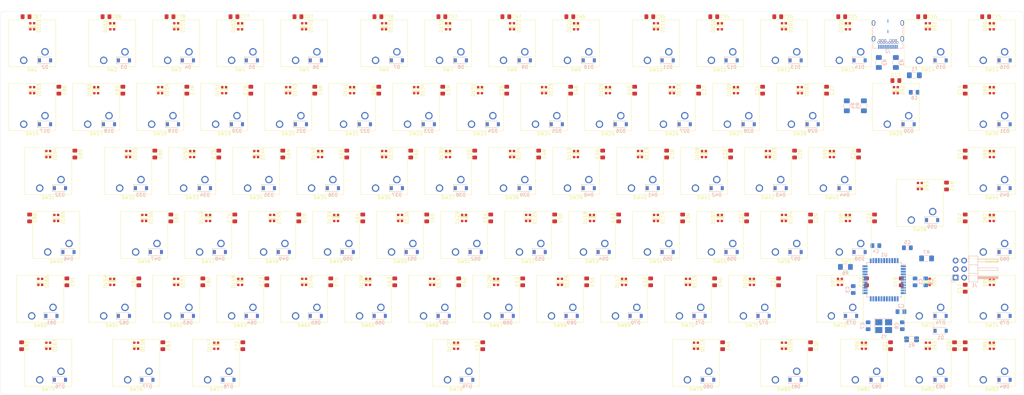
<source format=kicad_pcb>
(kicad_pcb (version 20171130) (host pcbnew 5.1.5+dfsg1-2build2)

  (general
    (thickness 1.6)
    (drawings 8)
    (tracks 0)
    (zones 0)
    (modules 354)
    (nets 216)
  )

  (page A3)
  (layers
    (0 F.Cu signal)
    (31 B.Cu signal)
    (32 B.Adhes user)
    (33 F.Adhes user)
    (34 B.Paste user)
    (35 F.Paste user)
    (36 B.SilkS user)
    (37 F.SilkS user)
    (38 B.Mask user)
    (39 F.Mask user)
    (40 Dwgs.User user)
    (41 Cmts.User user)
    (42 Eco1.User user)
    (43 Eco2.User user)
    (44 Edge.Cuts user)
    (45 Margin user)
    (46 B.CrtYd user)
    (47 F.CrtYd user)
    (48 B.Fab user)
    (49 F.Fab user)
  )

  (setup
    (last_trace_width 0.25)
    (trace_clearance 0.2)
    (zone_clearance 0.508)
    (zone_45_only no)
    (trace_min 0.2)
    (via_size 0.8)
    (via_drill 0.4)
    (via_min_size 0.6)
    (via_min_drill 0.3)
    (uvia_size 0.3)
    (uvia_drill 0.1)
    (uvias_allowed no)
    (uvia_min_size 0.2)
    (uvia_min_drill 0.1)
    (edge_width 0.05)
    (segment_width 0.2)
    (pcb_text_width 0.3)
    (pcb_text_size 1.5 1.5)
    (mod_edge_width 0.12)
    (mod_text_size 1 1)
    (mod_text_width 0.15)
    (pad_size 1.524 1.524)
    (pad_drill 0.762)
    (pad_to_mask_clearance 0.051)
    (solder_mask_min_width 0.25)
    (aux_axis_origin 0 0)
    (visible_elements FFFFF77F)
    (pcbplotparams
      (layerselection 0x010fc_ffffffff)
      (usegerberextensions false)
      (usegerberattributes false)
      (usegerberadvancedattributes false)
      (creategerberjobfile false)
      (excludeedgelayer true)
      (linewidth 0.100000)
      (plotframeref false)
      (viasonmask false)
      (mode 1)
      (useauxorigin false)
      (hpglpennumber 1)
      (hpglpenspeed 20)
      (hpglpendiameter 15.000000)
      (psnegative false)
      (psa4output false)
      (plotreference true)
      (plotvalue true)
      (plotinvisibletext false)
      (padsonsilk false)
      (subtractmaskfromsilk false)
      (outputformat 1)
      (mirror false)
      (drillshape 1)
      (scaleselection 1)
      (outputdirectory ""))
  )

  (net 0 "")
  (net 1 GND)
  (net 2 +5V)
  (net 3 "Net-(C7-Pad1)")
  (net 4 "Net-(C8-Pad2)")
  (net 5 "Net-(C9-Pad1)")
  (net 6 RST)
  (net 7 ROW0)
  (net 8 "Net-(D2-Pad2)")
  (net 9 "Net-(D3-Pad2)")
  (net 10 "Net-(D4-Pad2)")
  (net 11 "Net-(D5-Pad2)")
  (net 12 "Net-(D6-Pad2)")
  (net 13 "Net-(D7-Pad2)")
  (net 14 "Net-(D8-Pad2)")
  (net 15 "Net-(D9-Pad2)")
  (net 16 "Net-(D10-Pad2)")
  (net 17 "Net-(D11-Pad2)")
  (net 18 "Net-(D12-Pad2)")
  (net 19 "Net-(D13-Pad2)")
  (net 20 "Net-(D14-Pad2)")
  (net 21 "Net-(D15-Pad2)")
  (net 22 "Net-(D16-Pad2)")
  (net 23 ROW1)
  (net 24 "Net-(D17-Pad2)")
  (net 25 "Net-(D18-Pad2)")
  (net 26 "Net-(D19-Pad2)")
  (net 27 "Net-(D20-Pad2)")
  (net 28 "Net-(D21-Pad2)")
  (net 29 "Net-(D22-Pad2)")
  (net 30 "Net-(D23-Pad2)")
  (net 31 "Net-(D24-Pad2)")
  (net 32 "Net-(D25-Pad2)")
  (net 33 "Net-(D26-Pad2)")
  (net 34 "Net-(D27-Pad2)")
  (net 35 "Net-(D28-Pad2)")
  (net 36 "Net-(D29-Pad2)")
  (net 37 "Net-(D30-Pad2)")
  (net 38 "Net-(D31-Pad2)")
  (net 39 "Net-(D32-Pad2)")
  (net 40 ROW2)
  (net 41 "Net-(D33-Pad2)")
  (net 42 "Net-(D34-Pad2)")
  (net 43 "Net-(D35-Pad2)")
  (net 44 "Net-(D36-Pad2)")
  (net 45 "Net-(D37-Pad2)")
  (net 46 "Net-(D38-Pad2)")
  (net 47 "Net-(D39-Pad2)")
  (net 48 "Net-(D40-Pad2)")
  (net 49 "Net-(D41-Pad2)")
  (net 50 "Net-(D42-Pad2)")
  (net 51 "Net-(D43-Pad2)")
  (net 52 "Net-(D44-Pad2)")
  (net 53 "Net-(D45-Pad2)")
  (net 54 "Net-(D46-Pad2)")
  (net 55 ROW3)
  (net 56 "Net-(D47-Pad2)")
  (net 57 "Net-(D48-Pad2)")
  (net 58 "Net-(D49-Pad2)")
  (net 59 "Net-(D50-Pad2)")
  (net 60 "Net-(D51-Pad2)")
  (net 61 "Net-(D52-Pad2)")
  (net 62 "Net-(D53-Pad2)")
  (net 63 "Net-(D54-Pad2)")
  (net 64 "Net-(D55-Pad2)")
  (net 65 "Net-(D56-Pad2)")
  (net 66 "Net-(D57-Pad2)")
  (net 67 "Net-(D58-Pad2)")
  (net 68 "Net-(D59-Pad2)")
  (net 69 "Net-(D60-Pad2)")
  (net 70 ROW4)
  (net 71 "Net-(D61-Pad2)")
  (net 72 "Net-(D62-Pad2)")
  (net 73 "Net-(D63-Pad2)")
  (net 74 "Net-(D64-Pad2)")
  (net 75 "Net-(D65-Pad2)")
  (net 76 "Net-(D66-Pad2)")
  (net 77 "Net-(D67-Pad2)")
  (net 78 "Net-(D68-Pad2)")
  (net 79 "Net-(D69-Pad2)")
  (net 80 "Net-(D70-Pad2)")
  (net 81 "Net-(D71-Pad2)")
  (net 82 "Net-(D72-Pad2)")
  (net 83 "Net-(D73-Pad2)")
  (net 84 "Net-(D74-Pad2)")
  (net 85 "Net-(D75-Pad2)")
  (net 86 ROW5)
  (net 87 "Net-(D76-Pad2)")
  (net 88 "Net-(D77-Pad2)")
  (net 89 "Net-(D78-Pad2)")
  (net 90 "Net-(D79-Pad2)")
  (net 91 "Net-(D80-Pad2)")
  (net 92 "Net-(D81-Pad2)")
  (net 93 "Net-(D82-Pad2)")
  (net 94 "Net-(D83-Pad2)")
  (net 95 "Net-(D84-Pad2)")
  (net 96 "Net-(D85-Pad2)")
  (net 97 DIN)
  (net 98 "Net-(D86-Pad2)")
  (net 99 "Net-(D87-Pad2)")
  (net 100 "Net-(D88-Pad2)")
  (net 101 "Net-(D89-Pad2)")
  (net 102 "Net-(D90-Pad2)")
  (net 103 "Net-(D91-Pad2)")
  (net 104 "Net-(D92-Pad2)")
  (net 105 "Net-(D93-Pad2)")
  (net 106 "Net-(D94-Pad2)")
  (net 107 "Net-(D95-Pad2)")
  (net 108 "Net-(D96-Pad2)")
  (net 109 "Net-(D97-Pad2)")
  (net 110 "Net-(D98-Pad2)")
  (net 111 "Net-(D100-Pad4)")
  (net 112 "Net-(D100-Pad2)")
  (net 113 "Net-(D101-Pad2)")
  (net 114 "Net-(D102-Pad2)")
  (net 115 "Net-(D103-Pad2)")
  (net 116 "Net-(D104-Pad2)")
  (net 117 "Net-(D105-Pad2)")
  (net 118 "Net-(D106-Pad2)")
  (net 119 "Net-(D107-Pad2)")
  (net 120 "Net-(D108-Pad2)")
  (net 121 "Net-(D109-Pad2)")
  (net 122 "Net-(D110-Pad2)")
  (net 123 "Net-(D111-Pad2)")
  (net 124 "Net-(D112-Pad2)")
  (net 125 "Net-(D113-Pad2)")
  (net 126 "Net-(D114-Pad2)")
  (net 127 "Net-(D115-Pad2)")
  (net 128 "Net-(D116-Pad2)")
  (net 129 "Net-(D117-Pad2)")
  (net 130 "Net-(D118-Pad2)")
  (net 131 "Net-(D119-Pad2)")
  (net 132 "Net-(D120-Pad2)")
  (net 133 "Net-(D121-Pad2)")
  (net 134 "Net-(D122-Pad2)")
  (net 135 "Net-(D123-Pad2)")
  (net 136 "Net-(D124-Pad2)")
  (net 137 "Net-(D125-Pad2)")
  (net 138 "Net-(D126-Pad2)")
  (net 139 "Net-(D127-Pad2)")
  (net 140 "Net-(D128-Pad2)")
  (net 141 "Net-(D129-Pad2)")
  (net 142 "Net-(D130-Pad2)")
  (net 143 "Net-(D131-Pad2)")
  (net 144 "Net-(D132-Pad2)")
  (net 145 "Net-(D133-Pad2)")
  (net 146 "Net-(D134-Pad2)")
  (net 147 "Net-(D135-Pad2)")
  (net 148 "Net-(D136-Pad2)")
  (net 149 "Net-(D137-Pad2)")
  (net 150 "Net-(D138-Pad2)")
  (net 151 "Net-(D139-Pad2)")
  (net 152 "Net-(D140-Pad2)")
  (net 153 "Net-(D141-Pad2)")
  (net 154 "Net-(D142-Pad2)")
  (net 155 "Net-(D143-Pad2)")
  (net 156 "Net-(D144-Pad2)")
  (net 157 "Net-(D145-Pad2)")
  (net 158 "Net-(D146-Pad2)")
  (net 159 "Net-(D147-Pad2)")
  (net 160 "Net-(D148-Pad2)")
  (net 161 "Net-(D149-Pad2)")
  (net 162 "Net-(D150-Pad2)")
  (net 163 "Net-(D151-Pad2)")
  (net 164 "Net-(D152-Pad2)")
  (net 165 "Net-(D153-Pad2)")
  (net 166 "Net-(D154-Pad2)")
  (net 167 "Net-(D155-Pad2)")
  (net 168 "Net-(D156-Pad2)")
  (net 169 "Net-(D157-Pad2)")
  (net 170 "Net-(D158-Pad2)")
  (net 171 "Net-(D159-Pad2)")
  (net 172 "Net-(D160-Pad2)")
  (net 173 "Net-(D161-Pad2)")
  (net 174 "Net-(D162-Pad2)")
  (net 175 "Net-(D163-Pad2)")
  (net 176 "Net-(D164-Pad2)")
  (net 177 "Net-(D165-Pad2)")
  (net 178 "Net-(D166-Pad2)")
  (net 179 "Net-(D167-Pad2)")
  (net 180 "Net-(F1-Pad2)")
  (net 181 COL02)
  (net 182 COL00)
  (net 183 COL01)
  (net 184 "Net-(J2-PadA11)")
  (net 185 "Net-(J2-PadA10)")
  (net 186 "Net-(J2-PadA8)")
  (net 187 D-)
  (net 188 D+)
  (net 189 "Net-(J2-PadA5)")
  (net 190 "Net-(J2-PadA3)")
  (net 191 "Net-(J2-PadA2)")
  (net 192 "Net-(J2-PadB10)")
  (net 193 "Net-(J2-PadB3)")
  (net 194 "Net-(J2-PadB8)")
  (net 195 "Net-(J2-PadB5)")
  (net 196 "Net-(J2-PadB2)")
  (net 197 "Net-(J2-PadB11)")
  (net 198 "Net-(R6-Pad2)")
  (net 199 COL03)
  (net 200 COL04)
  (net 201 COL06)
  (net 202 COL07)
  (net 203 COL08)
  (net 204 COL09)
  (net 205 COL10)
  (net 206 COL11)
  (net 207 COL12)
  (net 208 COL13)
  (net 209 COL14)
  (net 210 COL15)
  (net 211 COL05)
  (net 212 "Net-(U1-Pad1)")
  (net 213 "Net-(U1-Pad8)")
  (net 214 "Net-(U1-Pad42)")
  (net 215 "Net-(R7-Pad2)")

  (net_class Default "Dies ist die voreingestellte Netzklasse."
    (clearance 0.2)
    (trace_width 0.25)
    (via_dia 0.8)
    (via_drill 0.4)
    (uvia_dia 0.3)
    (uvia_drill 0.1)
    (add_net +5V)
    (add_net COL00)
    (add_net COL01)
    (add_net COL02)
    (add_net COL03)
    (add_net COL04)
    (add_net COL05)
    (add_net COL06)
    (add_net COL07)
    (add_net COL08)
    (add_net COL09)
    (add_net COL10)
    (add_net COL11)
    (add_net COL12)
    (add_net COL13)
    (add_net COL14)
    (add_net COL15)
    (add_net D+)
    (add_net D-)
    (add_net DIN)
    (add_net GND)
    (add_net "Net-(C7-Pad1)")
    (add_net "Net-(C8-Pad2)")
    (add_net "Net-(C9-Pad1)")
    (add_net "Net-(D10-Pad2)")
    (add_net "Net-(D100-Pad2)")
    (add_net "Net-(D100-Pad4)")
    (add_net "Net-(D101-Pad2)")
    (add_net "Net-(D102-Pad2)")
    (add_net "Net-(D103-Pad2)")
    (add_net "Net-(D104-Pad2)")
    (add_net "Net-(D105-Pad2)")
    (add_net "Net-(D106-Pad2)")
    (add_net "Net-(D107-Pad2)")
    (add_net "Net-(D108-Pad2)")
    (add_net "Net-(D109-Pad2)")
    (add_net "Net-(D11-Pad2)")
    (add_net "Net-(D110-Pad2)")
    (add_net "Net-(D111-Pad2)")
    (add_net "Net-(D112-Pad2)")
    (add_net "Net-(D113-Pad2)")
    (add_net "Net-(D114-Pad2)")
    (add_net "Net-(D115-Pad2)")
    (add_net "Net-(D116-Pad2)")
    (add_net "Net-(D117-Pad2)")
    (add_net "Net-(D118-Pad2)")
    (add_net "Net-(D119-Pad2)")
    (add_net "Net-(D12-Pad2)")
    (add_net "Net-(D120-Pad2)")
    (add_net "Net-(D121-Pad2)")
    (add_net "Net-(D122-Pad2)")
    (add_net "Net-(D123-Pad2)")
    (add_net "Net-(D124-Pad2)")
    (add_net "Net-(D125-Pad2)")
    (add_net "Net-(D126-Pad2)")
    (add_net "Net-(D127-Pad2)")
    (add_net "Net-(D128-Pad2)")
    (add_net "Net-(D129-Pad2)")
    (add_net "Net-(D13-Pad2)")
    (add_net "Net-(D130-Pad2)")
    (add_net "Net-(D131-Pad2)")
    (add_net "Net-(D132-Pad2)")
    (add_net "Net-(D133-Pad2)")
    (add_net "Net-(D134-Pad2)")
    (add_net "Net-(D135-Pad2)")
    (add_net "Net-(D136-Pad2)")
    (add_net "Net-(D137-Pad2)")
    (add_net "Net-(D138-Pad2)")
    (add_net "Net-(D139-Pad2)")
    (add_net "Net-(D14-Pad2)")
    (add_net "Net-(D140-Pad2)")
    (add_net "Net-(D141-Pad2)")
    (add_net "Net-(D142-Pad2)")
    (add_net "Net-(D143-Pad2)")
    (add_net "Net-(D144-Pad2)")
    (add_net "Net-(D145-Pad2)")
    (add_net "Net-(D146-Pad2)")
    (add_net "Net-(D147-Pad2)")
    (add_net "Net-(D148-Pad2)")
    (add_net "Net-(D149-Pad2)")
    (add_net "Net-(D15-Pad2)")
    (add_net "Net-(D150-Pad2)")
    (add_net "Net-(D151-Pad2)")
    (add_net "Net-(D152-Pad2)")
    (add_net "Net-(D153-Pad2)")
    (add_net "Net-(D154-Pad2)")
    (add_net "Net-(D155-Pad2)")
    (add_net "Net-(D156-Pad2)")
    (add_net "Net-(D157-Pad2)")
    (add_net "Net-(D158-Pad2)")
    (add_net "Net-(D159-Pad2)")
    (add_net "Net-(D16-Pad2)")
    (add_net "Net-(D160-Pad2)")
    (add_net "Net-(D161-Pad2)")
    (add_net "Net-(D162-Pad2)")
    (add_net "Net-(D163-Pad2)")
    (add_net "Net-(D164-Pad2)")
    (add_net "Net-(D165-Pad2)")
    (add_net "Net-(D166-Pad2)")
    (add_net "Net-(D167-Pad2)")
    (add_net "Net-(D17-Pad2)")
    (add_net "Net-(D18-Pad2)")
    (add_net "Net-(D19-Pad2)")
    (add_net "Net-(D2-Pad2)")
    (add_net "Net-(D20-Pad2)")
    (add_net "Net-(D21-Pad2)")
    (add_net "Net-(D22-Pad2)")
    (add_net "Net-(D23-Pad2)")
    (add_net "Net-(D24-Pad2)")
    (add_net "Net-(D25-Pad2)")
    (add_net "Net-(D26-Pad2)")
    (add_net "Net-(D27-Pad2)")
    (add_net "Net-(D28-Pad2)")
    (add_net "Net-(D29-Pad2)")
    (add_net "Net-(D3-Pad2)")
    (add_net "Net-(D30-Pad2)")
    (add_net "Net-(D31-Pad2)")
    (add_net "Net-(D32-Pad2)")
    (add_net "Net-(D33-Pad2)")
    (add_net "Net-(D34-Pad2)")
    (add_net "Net-(D35-Pad2)")
    (add_net "Net-(D36-Pad2)")
    (add_net "Net-(D37-Pad2)")
    (add_net "Net-(D38-Pad2)")
    (add_net "Net-(D39-Pad2)")
    (add_net "Net-(D4-Pad2)")
    (add_net "Net-(D40-Pad2)")
    (add_net "Net-(D41-Pad2)")
    (add_net "Net-(D42-Pad2)")
    (add_net "Net-(D43-Pad2)")
    (add_net "Net-(D44-Pad2)")
    (add_net "Net-(D45-Pad2)")
    (add_net "Net-(D46-Pad2)")
    (add_net "Net-(D47-Pad2)")
    (add_net "Net-(D48-Pad2)")
    (add_net "Net-(D49-Pad2)")
    (add_net "Net-(D5-Pad2)")
    (add_net "Net-(D50-Pad2)")
    (add_net "Net-(D51-Pad2)")
    (add_net "Net-(D52-Pad2)")
    (add_net "Net-(D53-Pad2)")
    (add_net "Net-(D54-Pad2)")
    (add_net "Net-(D55-Pad2)")
    (add_net "Net-(D56-Pad2)")
    (add_net "Net-(D57-Pad2)")
    (add_net "Net-(D58-Pad2)")
    (add_net "Net-(D59-Pad2)")
    (add_net "Net-(D6-Pad2)")
    (add_net "Net-(D60-Pad2)")
    (add_net "Net-(D61-Pad2)")
    (add_net "Net-(D62-Pad2)")
    (add_net "Net-(D63-Pad2)")
    (add_net "Net-(D64-Pad2)")
    (add_net "Net-(D65-Pad2)")
    (add_net "Net-(D66-Pad2)")
    (add_net "Net-(D67-Pad2)")
    (add_net "Net-(D68-Pad2)")
    (add_net "Net-(D69-Pad2)")
    (add_net "Net-(D7-Pad2)")
    (add_net "Net-(D70-Pad2)")
    (add_net "Net-(D71-Pad2)")
    (add_net "Net-(D72-Pad2)")
    (add_net "Net-(D73-Pad2)")
    (add_net "Net-(D74-Pad2)")
    (add_net "Net-(D75-Pad2)")
    (add_net "Net-(D76-Pad2)")
    (add_net "Net-(D77-Pad2)")
    (add_net "Net-(D78-Pad2)")
    (add_net "Net-(D79-Pad2)")
    (add_net "Net-(D8-Pad2)")
    (add_net "Net-(D80-Pad2)")
    (add_net "Net-(D81-Pad2)")
    (add_net "Net-(D82-Pad2)")
    (add_net "Net-(D83-Pad2)")
    (add_net "Net-(D84-Pad2)")
    (add_net "Net-(D85-Pad2)")
    (add_net "Net-(D86-Pad2)")
    (add_net "Net-(D87-Pad2)")
    (add_net "Net-(D88-Pad2)")
    (add_net "Net-(D89-Pad2)")
    (add_net "Net-(D9-Pad2)")
    (add_net "Net-(D90-Pad2)")
    (add_net "Net-(D91-Pad2)")
    (add_net "Net-(D92-Pad2)")
    (add_net "Net-(D93-Pad2)")
    (add_net "Net-(D94-Pad2)")
    (add_net "Net-(D95-Pad2)")
    (add_net "Net-(D96-Pad2)")
    (add_net "Net-(D97-Pad2)")
    (add_net "Net-(D98-Pad2)")
    (add_net "Net-(F1-Pad2)")
    (add_net "Net-(J2-PadA10)")
    (add_net "Net-(J2-PadA11)")
    (add_net "Net-(J2-PadA2)")
    (add_net "Net-(J2-PadA3)")
    (add_net "Net-(J2-PadA5)")
    (add_net "Net-(J2-PadA8)")
    (add_net "Net-(J2-PadB10)")
    (add_net "Net-(J2-PadB11)")
    (add_net "Net-(J2-PadB2)")
    (add_net "Net-(J2-PadB3)")
    (add_net "Net-(J2-PadB5)")
    (add_net "Net-(J2-PadB8)")
    (add_net "Net-(R6-Pad2)")
    (add_net "Net-(R7-Pad2)")
    (add_net "Net-(U1-Pad1)")
    (add_net "Net-(U1-Pad42)")
    (add_net "Net-(U1-Pad8)")
    (add_net ROW0)
    (add_net ROW1)
    (add_net ROW2)
    (add_net ROW3)
    (add_net ROW4)
    (add_net ROW5)
    (add_net RST)
  )

  (module Resistor_SMD:R_1206_3216Metric_Pad1.42x1.75mm_HandSolder (layer B.Cu) (tedit 5B301BBD) (tstamp 5F26397F)
    (at 313.944 111.76 180)
    (descr "Resistor SMD 1206 (3216 Metric), square (rectangular) end terminal, IPC_7351 nominal with elongated pad for handsoldering. (Body size source: http://www.tortai-tech.com/upload/download/2011102023233369053.pdf), generated with kicad-footprint-generator")
    (tags "resistor handsolder")
    (path /5F259898)
    (attr smd)
    (fp_text reference R7 (at 0 1.82) (layer B.SilkS)
      (effects (font (size 1 1) (thickness 0.15)) (justify mirror))
    )
    (fp_text value 470 (at 0 -1.82) (layer B.Fab)
      (effects (font (size 1 1) (thickness 0.15)) (justify mirror))
    )
    (fp_text user %R (at 0 0) (layer B.Fab)
      (effects (font (size 0.8 0.8) (thickness 0.12)) (justify mirror))
    )
    (fp_line (start 2.45 -1.12) (end -2.45 -1.12) (layer B.CrtYd) (width 0.05))
    (fp_line (start 2.45 1.12) (end 2.45 -1.12) (layer B.CrtYd) (width 0.05))
    (fp_line (start -2.45 1.12) (end 2.45 1.12) (layer B.CrtYd) (width 0.05))
    (fp_line (start -2.45 -1.12) (end -2.45 1.12) (layer B.CrtYd) (width 0.05))
    (fp_line (start -0.602064 -0.91) (end 0.602064 -0.91) (layer B.SilkS) (width 0.12))
    (fp_line (start -0.602064 0.91) (end 0.602064 0.91) (layer B.SilkS) (width 0.12))
    (fp_line (start 1.6 -0.8) (end -1.6 -0.8) (layer B.Fab) (width 0.1))
    (fp_line (start 1.6 0.8) (end 1.6 -0.8) (layer B.Fab) (width 0.1))
    (fp_line (start -1.6 0.8) (end 1.6 0.8) (layer B.Fab) (width 0.1))
    (fp_line (start -1.6 -0.8) (end -1.6 0.8) (layer B.Fab) (width 0.1))
    (pad 2 smd roundrect (at 1.4875 0 180) (size 1.425 1.75) (layers B.Cu B.Paste B.Mask) (roundrect_rratio 0.175439)
      (net 215 "Net-(R7-Pad2)"))
    (pad 1 smd roundrect (at -1.4875 0 180) (size 1.425 1.75) (layers B.Cu B.Paste B.Mask) (roundrect_rratio 0.175439)
      (net 97 DIN))
    (model ${KISYS3DMOD}/Resistor_SMD.3dshapes/R_1206_3216Metric.wrl
      (at (xyz 0 0 0))
      (scale (xyz 1 1 1))
      (rotate (xyz 0 0 0))
    )
  )

  (module kezboard-pcb:LED_WS2812_2020 (layer F.Cu) (tedit 5F1C4B34) (tstamp 5F1B709E)
    (at 333.375 137.795 90)
    (descr https://www.peace-corp.co.jp/data/WS2812-2020_V1.0_EN.pdf)
    (path /5F949B9C/5F9E7A8D)
    (fp_text reference D85 (at 0 -2 90) (layer F.SilkS)
      (effects (font (size 1 1) (thickness 0.15)))
    )
    (fp_text value WS2812B (at 0 2 90) (layer F.Fab)
      (effects (font (size 1 1) (thickness 0.15)))
    )
    (fp_line (start -1.1 -1) (end 1.1 -1) (layer F.Fab) (width 0.1))
    (fp_line (start 1.1 -1) (end 1.1 1) (layer F.Fab) (width 0.1))
    (fp_line (start 1.1 1) (end -1.1 1) (layer F.Fab) (width 0.1))
    (fp_line (start -1.1 1) (end -1.1 -1) (layer F.Fab) (width 0.1))
    (fp_text user %R (at 0 0 90) (layer F.Fab)
      (effects (font (size 0.5 0.5) (thickness 0.1)))
    )
    (fp_line (start -1.1 -1.11) (end 1.1 -1.11) (layer F.SilkS) (width 0.12))
    (fp_line (start 1.1 1.11) (end -1.1 1.11) (layer F.SilkS) (width 0.12))
    (fp_poly (pts (xy 0.45 0.9) (xy 0.05 0.9) (xy 0.05 -0.9) (xy 0.45 -0.9)) (layer F.SilkS) (width 0.1))
    (pad 2 smd rect (at 0.9015 0.55 90) (size 0.7 0.7) (layers F.Cu F.Paste F.Mask)
      (net 96 "Net-(D85-Pad2)"))
    (pad 3 smd rect (at 0.9015 -0.55 90) (size 0.7 0.7) (layers F.Cu F.Paste F.Mask)
      (net 1 GND))
    (pad 4 smd rect (at -0.9015 -0.55 90) (size 0.7 0.7) (layers F.Cu F.Paste F.Mask)
      (net 97 DIN))
    (pad 1 smd rect (at -0.9015 0.55 90) (size 0.7 0.7) (layers F.Cu F.Paste F.Mask)
      (net 2 +5V))
  )

  (module kezboard-pcb:LED_WS2812_2020 (layer F.Cu) (tedit 5F1C4B34) (tstamp 5F15F975)
    (at 333.375 118.745 90)
    (descr https://www.peace-corp.co.jp/data/WS2812-2020_V1.0_EN.pdf)
    (path /5F949B9C/5FD3F1F5)
    (fp_text reference D86 (at 0 -2 90) (layer F.SilkS)
      (effects (font (size 1 1) (thickness 0.15)))
    )
    (fp_text value WS2812B (at 0 2 90) (layer F.Fab)
      (effects (font (size 1 1) (thickness 0.15)))
    )
    (fp_poly (pts (xy 0.45 0.9) (xy 0.05 0.9) (xy 0.05 -0.9) (xy 0.45 -0.9)) (layer F.SilkS) (width 0.1))
    (fp_line (start 1.1 1.11) (end -1.1 1.11) (layer F.SilkS) (width 0.12))
    (fp_line (start -1.1 -1.11) (end 1.1 -1.11) (layer F.SilkS) (width 0.12))
    (fp_text user %R (at 0 0 90) (layer F.Fab)
      (effects (font (size 0.5 0.5) (thickness 0.1)))
    )
    (fp_line (start -1.1 1) (end -1.1 -1) (layer F.Fab) (width 0.1))
    (fp_line (start 1.1 1) (end -1.1 1) (layer F.Fab) (width 0.1))
    (fp_line (start 1.1 -1) (end 1.1 1) (layer F.Fab) (width 0.1))
    (fp_line (start -1.1 -1) (end 1.1 -1) (layer F.Fab) (width 0.1))
    (pad 1 smd rect (at -0.9015 0.55 90) (size 0.7 0.7) (layers F.Cu F.Paste F.Mask)
      (net 2 +5V))
    (pad 4 smd rect (at -0.9015 -0.55 90) (size 0.7 0.7) (layers F.Cu F.Paste F.Mask)
      (net 96 "Net-(D85-Pad2)"))
    (pad 3 smd rect (at 0.9015 -0.55 90) (size 0.7 0.7) (layers F.Cu F.Paste F.Mask)
      (net 1 GND))
    (pad 2 smd rect (at 0.9015 0.55 90) (size 0.7 0.7) (layers F.Cu F.Paste F.Mask)
      (net 98 "Net-(D86-Pad2)"))
  )

  (module kezboard-pcb:LED_WS2812_2020 (layer F.Cu) (tedit 5F1C4B34) (tstamp 5F1B738A)
    (at 333.375 99.695 90)
    (descr https://www.peace-corp.co.jp/data/WS2812-2020_V1.0_EN.pdf)
    (path /5F949B9C/5FD40FA8)
    (fp_text reference D87 (at 0 -2 90) (layer F.SilkS)
      (effects (font (size 1 1) (thickness 0.15)))
    )
    (fp_text value WS2812B (at 0 2 90) (layer F.Fab)
      (effects (font (size 1 1) (thickness 0.15)))
    )
    (fp_poly (pts (xy 0.45 0.9) (xy 0.05 0.9) (xy 0.05 -0.9) (xy 0.45 -0.9)) (layer F.SilkS) (width 0.1))
    (fp_line (start 1.1 1.11) (end -1.1 1.11) (layer F.SilkS) (width 0.12))
    (fp_line (start -1.1 -1.11) (end 1.1 -1.11) (layer F.SilkS) (width 0.12))
    (fp_text user %R (at 0 0 90) (layer F.Fab)
      (effects (font (size 0.5 0.5) (thickness 0.1)))
    )
    (fp_line (start -1.1 1) (end -1.1 -1) (layer F.Fab) (width 0.1))
    (fp_line (start 1.1 1) (end -1.1 1) (layer F.Fab) (width 0.1))
    (fp_line (start 1.1 -1) (end 1.1 1) (layer F.Fab) (width 0.1))
    (fp_line (start -1.1 -1) (end 1.1 -1) (layer F.Fab) (width 0.1))
    (pad 1 smd rect (at -0.9015 0.55 90) (size 0.7 0.7) (layers F.Cu F.Paste F.Mask)
      (net 2 +5V))
    (pad 4 smd rect (at -0.9015 -0.55 90) (size 0.7 0.7) (layers F.Cu F.Paste F.Mask)
      (net 98 "Net-(D86-Pad2)"))
    (pad 3 smd rect (at 0.9015 -0.55 90) (size 0.7 0.7) (layers F.Cu F.Paste F.Mask)
      (net 1 GND))
    (pad 2 smd rect (at 0.9015 0.55 90) (size 0.7 0.7) (layers F.Cu F.Paste F.Mask)
      (net 99 "Net-(D87-Pad2)"))
  )

  (module kezboard-pcb:LED_WS2812_2020 (layer F.Cu) (tedit 5F1C4B34) (tstamp 5F25A25B)
    (at 333.375 80.645 90)
    (descr https://www.peace-corp.co.jp/data/WS2812-2020_V1.0_EN.pdf)
    (path /5F949B9C/5FD423CF)
    (fp_text reference D88 (at 0 -2 90) (layer F.SilkS)
      (effects (font (size 1 1) (thickness 0.15)))
    )
    (fp_text value WS2812B (at 0 2 90) (layer F.Fab)
      (effects (font (size 1 1) (thickness 0.15)))
    )
    (fp_poly (pts (xy 0.45 0.9) (xy 0.05 0.9) (xy 0.05 -0.9) (xy 0.45 -0.9)) (layer F.SilkS) (width 0.1))
    (fp_line (start 1.1 1.11) (end -1.1 1.11) (layer F.SilkS) (width 0.12))
    (fp_line (start -1.1 -1.11) (end 1.1 -1.11) (layer F.SilkS) (width 0.12))
    (fp_text user %R (at 0 0 90) (layer F.Fab)
      (effects (font (size 0.5 0.5) (thickness 0.1)))
    )
    (fp_line (start -1.1 1) (end -1.1 -1) (layer F.Fab) (width 0.1))
    (fp_line (start 1.1 1) (end -1.1 1) (layer F.Fab) (width 0.1))
    (fp_line (start 1.1 -1) (end 1.1 1) (layer F.Fab) (width 0.1))
    (fp_line (start -1.1 -1) (end 1.1 -1) (layer F.Fab) (width 0.1))
    (pad 1 smd rect (at -0.9015 0.55 90) (size 0.7 0.7) (layers F.Cu F.Paste F.Mask)
      (net 2 +5V))
    (pad 4 smd rect (at -0.9015 -0.55 90) (size 0.7 0.7) (layers F.Cu F.Paste F.Mask)
      (net 99 "Net-(D87-Pad2)"))
    (pad 3 smd rect (at 0.9015 -0.55 90) (size 0.7 0.7) (layers F.Cu F.Paste F.Mask)
      (net 1 GND))
    (pad 2 smd rect (at 0.9015 0.55 90) (size 0.7 0.7) (layers F.Cu F.Paste F.Mask)
      (net 100 "Net-(D88-Pad2)"))
  )

  (module kezboard-pcb:LED_WS2812_2020 (layer F.Cu) (tedit 5F1C4B34) (tstamp 5F15F9A2)
    (at 333.375 61.595 90)
    (descr https://www.peace-corp.co.jp/data/WS2812-2020_V1.0_EN.pdf)
    (path /5F949B9C/5FD43994)
    (fp_text reference D89 (at 0 -2 90) (layer F.SilkS)
      (effects (font (size 1 1) (thickness 0.15)))
    )
    (fp_text value WS2812B (at 0 2 90) (layer F.Fab)
      (effects (font (size 1 1) (thickness 0.15)))
    )
    (fp_line (start -1.1 -1) (end 1.1 -1) (layer F.Fab) (width 0.1))
    (fp_line (start 1.1 -1) (end 1.1 1) (layer F.Fab) (width 0.1))
    (fp_line (start 1.1 1) (end -1.1 1) (layer F.Fab) (width 0.1))
    (fp_line (start -1.1 1) (end -1.1 -1) (layer F.Fab) (width 0.1))
    (fp_text user %R (at 0 0 90) (layer F.Fab)
      (effects (font (size 0.5 0.5) (thickness 0.1)))
    )
    (fp_line (start -1.1 -1.11) (end 1.1 -1.11) (layer F.SilkS) (width 0.12))
    (fp_line (start 1.1 1.11) (end -1.1 1.11) (layer F.SilkS) (width 0.12))
    (fp_poly (pts (xy 0.45 0.9) (xy 0.05 0.9) (xy 0.05 -0.9) (xy 0.45 -0.9)) (layer F.SilkS) (width 0.1))
    (pad 2 smd rect (at 0.9015 0.55 90) (size 0.7 0.7) (layers F.Cu F.Paste F.Mask)
      (net 101 "Net-(D89-Pad2)"))
    (pad 3 smd rect (at 0.9015 -0.55 90) (size 0.7 0.7) (layers F.Cu F.Paste F.Mask)
      (net 1 GND))
    (pad 4 smd rect (at -0.9015 -0.55 90) (size 0.7 0.7) (layers F.Cu F.Paste F.Mask)
      (net 100 "Net-(D88-Pad2)"))
    (pad 1 smd rect (at -0.9015 0.55 90) (size 0.7 0.7) (layers F.Cu F.Paste F.Mask)
      (net 2 +5V))
  )

  (module kezboard-pcb:LED_WS2812_2020 (layer F.Cu) (tedit 5F1C4B34) (tstamp 5F15F9B1)
    (at 333.375 42.545 90)
    (descr https://www.peace-corp.co.jp/data/WS2812-2020_V1.0_EN.pdf)
    (path /5F949B9C/5F62CAD6)
    (fp_text reference D90 (at 0 -2 90) (layer F.SilkS)
      (effects (font (size 1 1) (thickness 0.15)))
    )
    (fp_text value WS2812B (at 0 2 90) (layer F.Fab)
      (effects (font (size 1 1) (thickness 0.15)))
    )
    (fp_poly (pts (xy 0.45 0.9) (xy 0.05 0.9) (xy 0.05 -0.9) (xy 0.45 -0.9)) (layer F.SilkS) (width 0.1))
    (fp_line (start 1.1 1.11) (end -1.1 1.11) (layer F.SilkS) (width 0.12))
    (fp_line (start -1.1 -1.11) (end 1.1 -1.11) (layer F.SilkS) (width 0.12))
    (fp_text user %R (at 0 0 90) (layer F.Fab)
      (effects (font (size 0.5 0.5) (thickness 0.1)))
    )
    (fp_line (start -1.1 1) (end -1.1 -1) (layer F.Fab) (width 0.1))
    (fp_line (start 1.1 1) (end -1.1 1) (layer F.Fab) (width 0.1))
    (fp_line (start 1.1 -1) (end 1.1 1) (layer F.Fab) (width 0.1))
    (fp_line (start -1.1 -1) (end 1.1 -1) (layer F.Fab) (width 0.1))
    (pad 1 smd rect (at -0.9015 0.55 90) (size 0.7 0.7) (layers F.Cu F.Paste F.Mask)
      (net 2 +5V))
    (pad 4 smd rect (at -0.9015 -0.55 90) (size 0.7 0.7) (layers F.Cu F.Paste F.Mask)
      (net 101 "Net-(D89-Pad2)"))
    (pad 3 smd rect (at 0.9015 -0.55 90) (size 0.7 0.7) (layers F.Cu F.Paste F.Mask)
      (net 1 GND))
    (pad 2 smd rect (at 0.9015 0.55 90) (size 0.7 0.7) (layers F.Cu F.Paste F.Mask)
      (net 102 "Net-(D90-Pad2)"))
  )

  (module kezboard-pcb:LED_WS2812_2020 (layer F.Cu) (tedit 5F1C4B34) (tstamp 5F15F9C0)
    (at 314.325 42.545 270)
    (descr https://www.peace-corp.co.jp/data/WS2812-2020_V1.0_EN.pdf)
    (path /5F949B9C/5F62CAF9)
    (fp_text reference D91 (at 0 -2 90) (layer F.SilkS)
      (effects (font (size 1 1) (thickness 0.15)))
    )
    (fp_text value WS2812B (at 0 2 90) (layer F.Fab)
      (effects (font (size 1 1) (thickness 0.15)))
    )
    (fp_line (start -1.1 -1) (end 1.1 -1) (layer F.Fab) (width 0.1))
    (fp_line (start 1.1 -1) (end 1.1 1) (layer F.Fab) (width 0.1))
    (fp_line (start 1.1 1) (end -1.1 1) (layer F.Fab) (width 0.1))
    (fp_line (start -1.1 1) (end -1.1 -1) (layer F.Fab) (width 0.1))
    (fp_text user %R (at 0 0 90) (layer F.Fab)
      (effects (font (size 0.5 0.5) (thickness 0.1)))
    )
    (fp_line (start -1.1 -1.11) (end 1.1 -1.11) (layer F.SilkS) (width 0.12))
    (fp_line (start 1.1 1.11) (end -1.1 1.11) (layer F.SilkS) (width 0.12))
    (fp_poly (pts (xy 0.45 0.9) (xy 0.05 0.9) (xy 0.05 -0.9) (xy 0.45 -0.9)) (layer F.SilkS) (width 0.1))
    (pad 2 smd rect (at 0.9015 0.55 270) (size 0.7 0.7) (layers F.Cu F.Paste F.Mask)
      (net 103 "Net-(D91-Pad2)"))
    (pad 3 smd rect (at 0.9015 -0.55 270) (size 0.7 0.7) (layers F.Cu F.Paste F.Mask)
      (net 1 GND))
    (pad 4 smd rect (at -0.9015 -0.55 270) (size 0.7 0.7) (layers F.Cu F.Paste F.Mask)
      (net 102 "Net-(D90-Pad2)"))
    (pad 1 smd rect (at -0.9015 0.55 270) (size 0.7 0.7) (layers F.Cu F.Paste F.Mask)
      (net 2 +5V))
  )

  (module kezboard-pcb:LED_WS2812_2020 (layer F.Cu) (tedit 5F1C4B34) (tstamp 5F15F9CF)
    (at 304.8 61.595 270)
    (descr https://www.peace-corp.co.jp/data/WS2812-2020_V1.0_EN.pdf)
    (path /5F949B9C/5F62CB1C)
    (fp_text reference D92 (at 0 -2 90) (layer F.SilkS)
      (effects (font (size 1 1) (thickness 0.15)))
    )
    (fp_text value WS2812B (at 0 2 90) (layer F.Fab)
      (effects (font (size 1 1) (thickness 0.15)))
    )
    (fp_poly (pts (xy 0.45 0.9) (xy 0.05 0.9) (xy 0.05 -0.9) (xy 0.45 -0.9)) (layer F.SilkS) (width 0.1))
    (fp_line (start 1.1 1.11) (end -1.1 1.11) (layer F.SilkS) (width 0.12))
    (fp_line (start -1.1 -1.11) (end 1.1 -1.11) (layer F.SilkS) (width 0.12))
    (fp_text user %R (at 0 0 90) (layer F.Fab)
      (effects (font (size 0.5 0.5) (thickness 0.1)))
    )
    (fp_line (start -1.1 1) (end -1.1 -1) (layer F.Fab) (width 0.1))
    (fp_line (start 1.1 1) (end -1.1 1) (layer F.Fab) (width 0.1))
    (fp_line (start 1.1 -1) (end 1.1 1) (layer F.Fab) (width 0.1))
    (fp_line (start -1.1 -1) (end 1.1 -1) (layer F.Fab) (width 0.1))
    (pad 1 smd rect (at -0.9015 0.55 270) (size 0.7 0.7) (layers F.Cu F.Paste F.Mask)
      (net 2 +5V))
    (pad 4 smd rect (at -0.9015 -0.55 270) (size 0.7 0.7) (layers F.Cu F.Paste F.Mask)
      (net 103 "Net-(D91-Pad2)"))
    (pad 3 smd rect (at 0.9015 -0.55 270) (size 0.7 0.7) (layers F.Cu F.Paste F.Mask)
      (net 1 GND))
    (pad 2 smd rect (at 0.9015 0.55 270) (size 0.7 0.7) (layers F.Cu F.Paste F.Mask)
      (net 104 "Net-(D92-Pad2)"))
  )

  (module kezboard-pcb:LED_WS2812_2020 (layer F.Cu) (tedit 5F1C4B34) (tstamp 5F15F9DE)
    (at 311.94375 90.17 270)
    (descr https://www.peace-corp.co.jp/data/WS2812-2020_V1.0_EN.pdf)
    (path /5F949B9C/5F62CB3F)
    (fp_text reference D93 (at 0 -2 90) (layer F.SilkS)
      (effects (font (size 1 1) (thickness 0.15)))
    )
    (fp_text value WS2812B (at 0 2 90) (layer F.Fab)
      (effects (font (size 1 1) (thickness 0.15)))
    )
    (fp_line (start -1.1 -1) (end 1.1 -1) (layer F.Fab) (width 0.1))
    (fp_line (start 1.1 -1) (end 1.1 1) (layer F.Fab) (width 0.1))
    (fp_line (start 1.1 1) (end -1.1 1) (layer F.Fab) (width 0.1))
    (fp_line (start -1.1 1) (end -1.1 -1) (layer F.Fab) (width 0.1))
    (fp_text user %R (at 0 0 90) (layer F.Fab)
      (effects (font (size 0.5 0.5) (thickness 0.1)))
    )
    (fp_line (start -1.1 -1.11) (end 1.1 -1.11) (layer F.SilkS) (width 0.12))
    (fp_line (start 1.1 1.11) (end -1.1 1.11) (layer F.SilkS) (width 0.12))
    (fp_poly (pts (xy 0.45 0.9) (xy 0.05 0.9) (xy 0.05 -0.9) (xy 0.45 -0.9)) (layer F.SilkS) (width 0.1))
    (pad 2 smd rect (at 0.9015 0.55 270) (size 0.7 0.7) (layers F.Cu F.Paste F.Mask)
      (net 105 "Net-(D93-Pad2)"))
    (pad 3 smd rect (at 0.9015 -0.55 270) (size 0.7 0.7) (layers F.Cu F.Paste F.Mask)
      (net 1 GND))
    (pad 4 smd rect (at -0.9015 -0.55 270) (size 0.7 0.7) (layers F.Cu F.Paste F.Mask)
      (net 104 "Net-(D92-Pad2)"))
    (pad 1 smd rect (at -0.9015 0.55 270) (size 0.7 0.7) (layers F.Cu F.Paste F.Mask)
      (net 2 +5V))
  )

  (module kezboard-pcb:LED_WS2812_2020 (layer F.Cu) (tedit 5F1C4B34) (tstamp 5F15F9ED)
    (at 314.325 118.745 270)
    (descr https://www.peace-corp.co.jp/data/WS2812-2020_V1.0_EN.pdf)
    (path /5F949B9C/5F62CB61)
    (fp_text reference D94 (at 0 -2 90) (layer F.SilkS)
      (effects (font (size 1 1) (thickness 0.15)))
    )
    (fp_text value WS2812B (at 0 2 90) (layer F.Fab)
      (effects (font (size 1 1) (thickness 0.15)))
    )
    (fp_poly (pts (xy 0.45 0.9) (xy 0.05 0.9) (xy 0.05 -0.9) (xy 0.45 -0.9)) (layer F.SilkS) (width 0.1))
    (fp_line (start 1.1 1.11) (end -1.1 1.11) (layer F.SilkS) (width 0.12))
    (fp_line (start -1.1 -1.11) (end 1.1 -1.11) (layer F.SilkS) (width 0.12))
    (fp_text user %R (at 0 0 90) (layer F.Fab)
      (effects (font (size 0.5 0.5) (thickness 0.1)))
    )
    (fp_line (start -1.1 1) (end -1.1 -1) (layer F.Fab) (width 0.1))
    (fp_line (start 1.1 1) (end -1.1 1) (layer F.Fab) (width 0.1))
    (fp_line (start 1.1 -1) (end 1.1 1) (layer F.Fab) (width 0.1))
    (fp_line (start -1.1 -1) (end 1.1 -1) (layer F.Fab) (width 0.1))
    (pad 1 smd rect (at -0.9015 0.55 270) (size 0.7 0.7) (layers F.Cu F.Paste F.Mask)
      (net 2 +5V))
    (pad 4 smd rect (at -0.9015 -0.55 270) (size 0.7 0.7) (layers F.Cu F.Paste F.Mask)
      (net 105 "Net-(D93-Pad2)"))
    (pad 3 smd rect (at 0.9015 -0.55 270) (size 0.7 0.7) (layers F.Cu F.Paste F.Mask)
      (net 1 GND))
    (pad 2 smd rect (at 0.9015 0.55 270) (size 0.7 0.7) (layers F.Cu F.Paste F.Mask)
      (net 106 "Net-(D94-Pad2)"))
  )

  (module kezboard-pcb:LED_WS2812_2020 (layer F.Cu) (tedit 5F1C4B34) (tstamp 5F15F9FC)
    (at 314.325 137.795 270)
    (descr https://www.peace-corp.co.jp/data/WS2812-2020_V1.0_EN.pdf)
    (path /5F949B9C/5F6A6266)
    (fp_text reference D95 (at 0 -2 90) (layer F.SilkS)
      (effects (font (size 1 1) (thickness 0.15)))
    )
    (fp_text value WS2812B (at 0 2 90) (layer F.Fab)
      (effects (font (size 1 1) (thickness 0.15)))
    )
    (fp_poly (pts (xy 0.45 0.9) (xy 0.05 0.9) (xy 0.05 -0.9) (xy 0.45 -0.9)) (layer F.SilkS) (width 0.1))
    (fp_line (start 1.1 1.11) (end -1.1 1.11) (layer F.SilkS) (width 0.12))
    (fp_line (start -1.1 -1.11) (end 1.1 -1.11) (layer F.SilkS) (width 0.12))
    (fp_text user %R (at 0 0 90) (layer F.Fab)
      (effects (font (size 0.5 0.5) (thickness 0.1)))
    )
    (fp_line (start -1.1 1) (end -1.1 -1) (layer F.Fab) (width 0.1))
    (fp_line (start 1.1 1) (end -1.1 1) (layer F.Fab) (width 0.1))
    (fp_line (start 1.1 -1) (end 1.1 1) (layer F.Fab) (width 0.1))
    (fp_line (start -1.1 -1) (end 1.1 -1) (layer F.Fab) (width 0.1))
    (pad 1 smd rect (at -0.9015 0.55 270) (size 0.7 0.7) (layers F.Cu F.Paste F.Mask)
      (net 2 +5V))
    (pad 4 smd rect (at -0.9015 -0.55 270) (size 0.7 0.7) (layers F.Cu F.Paste F.Mask)
      (net 106 "Net-(D94-Pad2)"))
    (pad 3 smd rect (at 0.9015 -0.55 270) (size 0.7 0.7) (layers F.Cu F.Paste F.Mask)
      (net 1 GND))
    (pad 2 smd rect (at 0.9015 0.55 270) (size 0.7 0.7) (layers F.Cu F.Paste F.Mask)
      (net 107 "Net-(D95-Pad2)"))
  )

  (module kezboard-pcb:LED_WS2812_2020 (layer F.Cu) (tedit 5F1C4B34) (tstamp 5F15FA0B)
    (at 295.275 137.795 90)
    (descr https://www.peace-corp.co.jp/data/WS2812-2020_V1.0_EN.pdf)
    (path /5F949B9C/5F6A6289)
    (fp_text reference D96 (at 0 -2 90) (layer F.SilkS)
      (effects (font (size 1 1) (thickness 0.15)))
    )
    (fp_text value WS2812B (at 0 2 90) (layer F.Fab)
      (effects (font (size 1 1) (thickness 0.15)))
    )
    (fp_line (start -1.1 -1) (end 1.1 -1) (layer F.Fab) (width 0.1))
    (fp_line (start 1.1 -1) (end 1.1 1) (layer F.Fab) (width 0.1))
    (fp_line (start 1.1 1) (end -1.1 1) (layer F.Fab) (width 0.1))
    (fp_line (start -1.1 1) (end -1.1 -1) (layer F.Fab) (width 0.1))
    (fp_text user %R (at 0 0 90) (layer F.Fab)
      (effects (font (size 0.5 0.5) (thickness 0.1)))
    )
    (fp_line (start -1.1 -1.11) (end 1.1 -1.11) (layer F.SilkS) (width 0.12))
    (fp_line (start 1.1 1.11) (end -1.1 1.11) (layer F.SilkS) (width 0.12))
    (fp_poly (pts (xy 0.45 0.9) (xy 0.05 0.9) (xy 0.05 -0.9) (xy 0.45 -0.9)) (layer F.SilkS) (width 0.1))
    (pad 2 smd rect (at 0.9015 0.55 90) (size 0.7 0.7) (layers F.Cu F.Paste F.Mask)
      (net 108 "Net-(D96-Pad2)"))
    (pad 3 smd rect (at 0.9015 -0.55 90) (size 0.7 0.7) (layers F.Cu F.Paste F.Mask)
      (net 1 GND))
    (pad 4 smd rect (at -0.9015 -0.55 90) (size 0.7 0.7) (layers F.Cu F.Paste F.Mask)
      (net 107 "Net-(D95-Pad2)"))
    (pad 1 smd rect (at -0.9015 0.55 90) (size 0.7 0.7) (layers F.Cu F.Paste F.Mask)
      (net 2 +5V))
  )

  (module kezboard-pcb:LED_WS2812_2020 (layer F.Cu) (tedit 5F1C4B34) (tstamp 5F15FA1A)
    (at 288.13125 118.745 90)
    (descr https://www.peace-corp.co.jp/data/WS2812-2020_V1.0_EN.pdf)
    (path /5F949B9C/5F6A62AC)
    (fp_text reference D97 (at 0 -2 90) (layer F.SilkS)
      (effects (font (size 1 1) (thickness 0.15)))
    )
    (fp_text value WS2812B (at 0 2 90) (layer F.Fab)
      (effects (font (size 1 1) (thickness 0.15)))
    )
    (fp_poly (pts (xy 0.45 0.9) (xy 0.05 0.9) (xy 0.05 -0.9) (xy 0.45 -0.9)) (layer F.SilkS) (width 0.1))
    (fp_line (start 1.1 1.11) (end -1.1 1.11) (layer F.SilkS) (width 0.12))
    (fp_line (start -1.1 -1.11) (end 1.1 -1.11) (layer F.SilkS) (width 0.12))
    (fp_text user %R (at 0 0 90) (layer F.Fab)
      (effects (font (size 0.5 0.5) (thickness 0.1)))
    )
    (fp_line (start -1.1 1) (end -1.1 -1) (layer F.Fab) (width 0.1))
    (fp_line (start 1.1 1) (end -1.1 1) (layer F.Fab) (width 0.1))
    (fp_line (start 1.1 -1) (end 1.1 1) (layer F.Fab) (width 0.1))
    (fp_line (start -1.1 -1) (end 1.1 -1) (layer F.Fab) (width 0.1))
    (pad 1 smd rect (at -0.9015 0.55 90) (size 0.7 0.7) (layers F.Cu F.Paste F.Mask)
      (net 2 +5V))
    (pad 4 smd rect (at -0.9015 -0.55 90) (size 0.7 0.7) (layers F.Cu F.Paste F.Mask)
      (net 108 "Net-(D96-Pad2)"))
    (pad 3 smd rect (at 0.9015 -0.55 90) (size 0.7 0.7) (layers F.Cu F.Paste F.Mask)
      (net 1 GND))
    (pad 2 smd rect (at 0.9015 0.55 90) (size 0.7 0.7) (layers F.Cu F.Paste F.Mask)
      (net 109 "Net-(D97-Pad2)"))
  )

  (module kezboard-pcb:LED_WS2812_2020 (layer F.Cu) (tedit 5F1C4B34) (tstamp 5F15FA29)
    (at 290.5125 99.695 90)
    (descr https://www.peace-corp.co.jp/data/WS2812-2020_V1.0_EN.pdf)
    (path /5F949B9C/5F6A62CF)
    (fp_text reference D98 (at 0 -2 90) (layer F.SilkS)
      (effects (font (size 1 1) (thickness 0.15)))
    )
    (fp_text value WS2812B (at 0 2 90) (layer F.Fab)
      (effects (font (size 1 1) (thickness 0.15)))
    )
    (fp_poly (pts (xy 0.45 0.9) (xy 0.05 0.9) (xy 0.05 -0.9) (xy 0.45 -0.9)) (layer F.SilkS) (width 0.1))
    (fp_line (start 1.1 1.11) (end -1.1 1.11) (layer F.SilkS) (width 0.12))
    (fp_line (start -1.1 -1.11) (end 1.1 -1.11) (layer F.SilkS) (width 0.12))
    (fp_text user %R (at 0 0 90) (layer F.Fab)
      (effects (font (size 0.5 0.5) (thickness 0.1)))
    )
    (fp_line (start -1.1 1) (end -1.1 -1) (layer F.Fab) (width 0.1))
    (fp_line (start 1.1 1) (end -1.1 1) (layer F.Fab) (width 0.1))
    (fp_line (start 1.1 -1) (end 1.1 1) (layer F.Fab) (width 0.1))
    (fp_line (start -1.1 -1) (end 1.1 -1) (layer F.Fab) (width 0.1))
    (pad 1 smd rect (at -0.9015 0.55 90) (size 0.7 0.7) (layers F.Cu F.Paste F.Mask)
      (net 2 +5V))
    (pad 4 smd rect (at -0.9015 -0.55 90) (size 0.7 0.7) (layers F.Cu F.Paste F.Mask)
      (net 109 "Net-(D97-Pad2)"))
    (pad 3 smd rect (at 0.9015 -0.55 90) (size 0.7 0.7) (layers F.Cu F.Paste F.Mask)
      (net 1 GND))
    (pad 2 smd rect (at 0.9015 0.55 90) (size 0.7 0.7) (layers F.Cu F.Paste F.Mask)
      (net 110 "Net-(D98-Pad2)"))
  )

  (module kezboard-pcb:LED_WS2812_2020 (layer F.Cu) (tedit 5F1C4B34) (tstamp 5F15FA38)
    (at 285.75 80.645 90)
    (descr https://www.peace-corp.co.jp/data/WS2812-2020_V1.0_EN.pdf)
    (path /5F949B9C/5F6A62F2)
    (fp_text reference D99 (at 0 -2 90) (layer F.SilkS)
      (effects (font (size 1 1) (thickness 0.15)))
    )
    (fp_text value WS2812B (at 0 2 90) (layer F.Fab)
      (effects (font (size 1 1) (thickness 0.15)))
    )
    (fp_poly (pts (xy 0.45 0.9) (xy 0.05 0.9) (xy 0.05 -0.9) (xy 0.45 -0.9)) (layer F.SilkS) (width 0.1))
    (fp_line (start 1.1 1.11) (end -1.1 1.11) (layer F.SilkS) (width 0.12))
    (fp_line (start -1.1 -1.11) (end 1.1 -1.11) (layer F.SilkS) (width 0.12))
    (fp_text user %R (at 0 0 90) (layer F.Fab)
      (effects (font (size 0.5 0.5) (thickness 0.1)))
    )
    (fp_line (start -1.1 1) (end -1.1 -1) (layer F.Fab) (width 0.1))
    (fp_line (start 1.1 1) (end -1.1 1) (layer F.Fab) (width 0.1))
    (fp_line (start 1.1 -1) (end 1.1 1) (layer F.Fab) (width 0.1))
    (fp_line (start -1.1 -1) (end 1.1 -1) (layer F.Fab) (width 0.1))
    (pad 1 smd rect (at -0.9015 0.55 90) (size 0.7 0.7) (layers F.Cu F.Paste F.Mask)
      (net 2 +5V))
    (pad 4 smd rect (at -0.9015 -0.55 90) (size 0.7 0.7) (layers F.Cu F.Paste F.Mask)
      (net 110 "Net-(D98-Pad2)"))
    (pad 3 smd rect (at 0.9015 -0.55 90) (size 0.7 0.7) (layers F.Cu F.Paste F.Mask)
      (net 1 GND))
    (pad 2 smd rect (at 0.9015 0.55 90) (size 0.7 0.7) (layers F.Cu F.Paste F.Mask)
      (net 111 "Net-(D100-Pad4)"))
  )

  (module kezboard-pcb:LED_WS2812_2020 (layer F.Cu) (tedit 5F1C4B34) (tstamp 5F15FA47)
    (at 290.5125 42.545 90)
    (descr https://www.peace-corp.co.jp/data/WS2812-2020_V1.0_EN.pdf)
    (path /5F949B9C/5F6A6315)
    (fp_text reference D100 (at 0 -2 90) (layer F.SilkS)
      (effects (font (size 1 1) (thickness 0.15)))
    )
    (fp_text value WS2812B (at 0 2 90) (layer F.Fab)
      (effects (font (size 1 1) (thickness 0.15)))
    )
    (fp_poly (pts (xy 0.45 0.9) (xy 0.05 0.9) (xy 0.05 -0.9) (xy 0.45 -0.9)) (layer F.SilkS) (width 0.1))
    (fp_line (start 1.1 1.11) (end -1.1 1.11) (layer F.SilkS) (width 0.12))
    (fp_line (start -1.1 -1.11) (end 1.1 -1.11) (layer F.SilkS) (width 0.12))
    (fp_text user %R (at 0 0 90) (layer F.Fab)
      (effects (font (size 0.5 0.5) (thickness 0.1)))
    )
    (fp_line (start -1.1 1) (end -1.1 -1) (layer F.Fab) (width 0.1))
    (fp_line (start 1.1 1) (end -1.1 1) (layer F.Fab) (width 0.1))
    (fp_line (start 1.1 -1) (end 1.1 1) (layer F.Fab) (width 0.1))
    (fp_line (start -1.1 -1) (end 1.1 -1) (layer F.Fab) (width 0.1))
    (pad 1 smd rect (at -0.9015 0.55 90) (size 0.7 0.7) (layers F.Cu F.Paste F.Mask)
      (net 2 +5V))
    (pad 4 smd rect (at -0.9015 -0.55 90) (size 0.7 0.7) (layers F.Cu F.Paste F.Mask)
      (net 111 "Net-(D100-Pad4)"))
    (pad 3 smd rect (at 0.9015 -0.55 90) (size 0.7 0.7) (layers F.Cu F.Paste F.Mask)
      (net 1 GND))
    (pad 2 smd rect (at 0.9015 0.55 90) (size 0.7 0.7) (layers F.Cu F.Paste F.Mask)
      (net 112 "Net-(D100-Pad2)"))
  )

  (module kezboard-pcb:LED_WS2812_2020 (layer F.Cu) (tedit 5F1C4B34) (tstamp 5F15FA56)
    (at 271.4625 42.545 270)
    (descr https://www.peace-corp.co.jp/data/WS2812-2020_V1.0_EN.pdf)
    (path /5F949B9C/5F6A6338)
    (fp_text reference D101 (at 0 -2 90) (layer F.SilkS)
      (effects (font (size 1 1) (thickness 0.15)))
    )
    (fp_text value WS2812B (at 0 2 90) (layer F.Fab)
      (effects (font (size 1 1) (thickness 0.15)))
    )
    (fp_poly (pts (xy 0.45 0.9) (xy 0.05 0.9) (xy 0.05 -0.9) (xy 0.45 -0.9)) (layer F.SilkS) (width 0.1))
    (fp_line (start 1.1 1.11) (end -1.1 1.11) (layer F.SilkS) (width 0.12))
    (fp_line (start -1.1 -1.11) (end 1.1 -1.11) (layer F.SilkS) (width 0.12))
    (fp_text user %R (at 0 0 90) (layer F.Fab)
      (effects (font (size 0.5 0.5) (thickness 0.1)))
    )
    (fp_line (start -1.1 1) (end -1.1 -1) (layer F.Fab) (width 0.1))
    (fp_line (start 1.1 1) (end -1.1 1) (layer F.Fab) (width 0.1))
    (fp_line (start 1.1 -1) (end 1.1 1) (layer F.Fab) (width 0.1))
    (fp_line (start -1.1 -1) (end 1.1 -1) (layer F.Fab) (width 0.1))
    (pad 1 smd rect (at -0.9015 0.55 270) (size 0.7 0.7) (layers F.Cu F.Paste F.Mask)
      (net 2 +5V))
    (pad 4 smd rect (at -0.9015 -0.55 270) (size 0.7 0.7) (layers F.Cu F.Paste F.Mask)
      (net 112 "Net-(D100-Pad2)"))
    (pad 3 smd rect (at 0.9015 -0.55 270) (size 0.7 0.7) (layers F.Cu F.Paste F.Mask)
      (net 1 GND))
    (pad 2 smd rect (at 0.9015 0.55 270) (size 0.7 0.7) (layers F.Cu F.Paste F.Mask)
      (net 113 "Net-(D101-Pad2)"))
  )

  (module kezboard-pcb:LED_WS2812_2020 (layer F.Cu) (tedit 5F1C4B34) (tstamp 5F15FA65)
    (at 276.225 61.595 270)
    (descr https://www.peace-corp.co.jp/data/WS2812-2020_V1.0_EN.pdf)
    (path /5F949B9C/5F6A635B)
    (fp_text reference D102 (at 0 -2 90) (layer F.SilkS)
      (effects (font (size 1 1) (thickness 0.15)))
    )
    (fp_text value WS2812B (at 0 2 90) (layer F.Fab)
      (effects (font (size 1 1) (thickness 0.15)))
    )
    (fp_line (start -1.1 -1) (end 1.1 -1) (layer F.Fab) (width 0.1))
    (fp_line (start 1.1 -1) (end 1.1 1) (layer F.Fab) (width 0.1))
    (fp_line (start 1.1 1) (end -1.1 1) (layer F.Fab) (width 0.1))
    (fp_line (start -1.1 1) (end -1.1 -1) (layer F.Fab) (width 0.1))
    (fp_text user %R (at 0 0 90) (layer F.Fab)
      (effects (font (size 0.5 0.5) (thickness 0.1)))
    )
    (fp_line (start -1.1 -1.11) (end 1.1 -1.11) (layer F.SilkS) (width 0.12))
    (fp_line (start 1.1 1.11) (end -1.1 1.11) (layer F.SilkS) (width 0.12))
    (fp_poly (pts (xy 0.45 0.9) (xy 0.05 0.9) (xy 0.05 -0.9) (xy 0.45 -0.9)) (layer F.SilkS) (width 0.1))
    (pad 2 smd rect (at 0.9015 0.55 270) (size 0.7 0.7) (layers F.Cu F.Paste F.Mask)
      (net 114 "Net-(D102-Pad2)"))
    (pad 3 smd rect (at 0.9015 -0.55 270) (size 0.7 0.7) (layers F.Cu F.Paste F.Mask)
      (net 1 GND))
    (pad 4 smd rect (at -0.9015 -0.55 270) (size 0.7 0.7) (layers F.Cu F.Paste F.Mask)
      (net 113 "Net-(D101-Pad2)"))
    (pad 1 smd rect (at -0.9015 0.55 270) (size 0.7 0.7) (layers F.Cu F.Paste F.Mask)
      (net 2 +5V))
  )

  (module kezboard-pcb:LED_WS2812_2020 (layer F.Cu) (tedit 5F1C4B34) (tstamp 5F15FA74)
    (at 266.7 80.645 270)
    (descr https://www.peace-corp.co.jp/data/WS2812-2020_V1.0_EN.pdf)
    (path /5F949B9C/5F6A637E)
    (fp_text reference D103 (at 0 -2 90) (layer F.SilkS)
      (effects (font (size 1 1) (thickness 0.15)))
    )
    (fp_text value WS2812B (at 0 2 90) (layer F.Fab)
      (effects (font (size 1 1) (thickness 0.15)))
    )
    (fp_poly (pts (xy 0.45 0.9) (xy 0.05 0.9) (xy 0.05 -0.9) (xy 0.45 -0.9)) (layer F.SilkS) (width 0.1))
    (fp_line (start 1.1 1.11) (end -1.1 1.11) (layer F.SilkS) (width 0.12))
    (fp_line (start -1.1 -1.11) (end 1.1 -1.11) (layer F.SilkS) (width 0.12))
    (fp_text user %R (at 0 0 90) (layer F.Fab)
      (effects (font (size 0.5 0.5) (thickness 0.1)))
    )
    (fp_line (start -1.1 1) (end -1.1 -1) (layer F.Fab) (width 0.1))
    (fp_line (start 1.1 1) (end -1.1 1) (layer F.Fab) (width 0.1))
    (fp_line (start 1.1 -1) (end 1.1 1) (layer F.Fab) (width 0.1))
    (fp_line (start -1.1 -1) (end 1.1 -1) (layer F.Fab) (width 0.1))
    (pad 1 smd rect (at -0.9015 0.55 270) (size 0.7 0.7) (layers F.Cu F.Paste F.Mask)
      (net 2 +5V))
    (pad 4 smd rect (at -0.9015 -0.55 270) (size 0.7 0.7) (layers F.Cu F.Paste F.Mask)
      (net 114 "Net-(D102-Pad2)"))
    (pad 3 smd rect (at 0.9015 -0.55 270) (size 0.7 0.7) (layers F.Cu F.Paste F.Mask)
      (net 1 GND))
    (pad 2 smd rect (at 0.9015 0.55 270) (size 0.7 0.7) (layers F.Cu F.Paste F.Mask)
      (net 115 "Net-(D103-Pad2)"))
  )

  (module kezboard-pcb:LED_WS2812_2020 (layer F.Cu) (tedit 5F1C4B34) (tstamp 5F15FA83)
    (at 271.4625 99.695 270)
    (descr https://www.peace-corp.co.jp/data/WS2812-2020_V1.0_EN.pdf)
    (path /5F949B9C/5F6A63A0)
    (fp_text reference D104 (at 0 -2 90) (layer F.SilkS)
      (effects (font (size 1 1) (thickness 0.15)))
    )
    (fp_text value WS2812B (at 0 2 90) (layer F.Fab)
      (effects (font (size 1 1) (thickness 0.15)))
    )
    (fp_poly (pts (xy 0.45 0.9) (xy 0.05 0.9) (xy 0.05 -0.9) (xy 0.45 -0.9)) (layer F.SilkS) (width 0.1))
    (fp_line (start 1.1 1.11) (end -1.1 1.11) (layer F.SilkS) (width 0.12))
    (fp_line (start -1.1 -1.11) (end 1.1 -1.11) (layer F.SilkS) (width 0.12))
    (fp_text user %R (at 0 0 90) (layer F.Fab)
      (effects (font (size 0.5 0.5) (thickness 0.1)))
    )
    (fp_line (start -1.1 1) (end -1.1 -1) (layer F.Fab) (width 0.1))
    (fp_line (start 1.1 1) (end -1.1 1) (layer F.Fab) (width 0.1))
    (fp_line (start 1.1 -1) (end 1.1 1) (layer F.Fab) (width 0.1))
    (fp_line (start -1.1 -1) (end 1.1 -1) (layer F.Fab) (width 0.1))
    (pad 1 smd rect (at -0.9015 0.55 270) (size 0.7 0.7) (layers F.Cu F.Paste F.Mask)
      (net 2 +5V))
    (pad 4 smd rect (at -0.9015 -0.55 270) (size 0.7 0.7) (layers F.Cu F.Paste F.Mask)
      (net 115 "Net-(D103-Pad2)"))
    (pad 3 smd rect (at 0.9015 -0.55 270) (size 0.7 0.7) (layers F.Cu F.Paste F.Mask)
      (net 1 GND))
    (pad 2 smd rect (at 0.9015 0.55 270) (size 0.7 0.7) (layers F.Cu F.Paste F.Mask)
      (net 116 "Net-(D104-Pad2)"))
  )

  (module kezboard-pcb:LED_WS2812_2020 (layer F.Cu) (tedit 5F1C4B34) (tstamp 5F15FA92)
    (at 271.4625 137.795 270)
    (descr https://www.peace-corp.co.jp/data/WS2812-2020_V1.0_EN.pdf)
    (path /5F949B9C/5F6DAEAD)
    (fp_text reference D105 (at 0 -2 90) (layer F.SilkS)
      (effects (font (size 1 1) (thickness 0.15)))
    )
    (fp_text value WS2812B (at 0 2 90) (layer F.Fab)
      (effects (font (size 1 1) (thickness 0.15)))
    )
    (fp_poly (pts (xy 0.45 0.9) (xy 0.05 0.9) (xy 0.05 -0.9) (xy 0.45 -0.9)) (layer F.SilkS) (width 0.1))
    (fp_line (start 1.1 1.11) (end -1.1 1.11) (layer F.SilkS) (width 0.12))
    (fp_line (start -1.1 -1.11) (end 1.1 -1.11) (layer F.SilkS) (width 0.12))
    (fp_text user %R (at 0 0 90) (layer F.Fab)
      (effects (font (size 0.5 0.5) (thickness 0.1)))
    )
    (fp_line (start -1.1 1) (end -1.1 -1) (layer F.Fab) (width 0.1))
    (fp_line (start 1.1 1) (end -1.1 1) (layer F.Fab) (width 0.1))
    (fp_line (start 1.1 -1) (end 1.1 1) (layer F.Fab) (width 0.1))
    (fp_line (start -1.1 -1) (end 1.1 -1) (layer F.Fab) (width 0.1))
    (pad 1 smd rect (at -0.9015 0.55 270) (size 0.7 0.7) (layers F.Cu F.Paste F.Mask)
      (net 2 +5V))
    (pad 4 smd rect (at -0.9015 -0.55 270) (size 0.7 0.7) (layers F.Cu F.Paste F.Mask)
      (net 116 "Net-(D104-Pad2)"))
    (pad 3 smd rect (at 0.9015 -0.55 270) (size 0.7 0.7) (layers F.Cu F.Paste F.Mask)
      (net 1 GND))
    (pad 2 smd rect (at 0.9015 0.55 270) (size 0.7 0.7) (layers F.Cu F.Paste F.Mask)
      (net 117 "Net-(D105-Pad2)"))
  )

  (module kezboard-pcb:LED_WS2812_2020 (layer F.Cu) (tedit 5F1C4B34) (tstamp 5F15FAA1)
    (at 261.9375 118.745 90)
    (descr https://www.peace-corp.co.jp/data/WS2812-2020_V1.0_EN.pdf)
    (path /5F949B9C/5F6DAED0)
    (fp_text reference D106 (at 0 -2 90) (layer F.SilkS)
      (effects (font (size 1 1) (thickness 0.15)))
    )
    (fp_text value WS2812B (at 0 2 90) (layer F.Fab)
      (effects (font (size 1 1) (thickness 0.15)))
    )
    (fp_poly (pts (xy 0.45 0.9) (xy 0.05 0.9) (xy 0.05 -0.9) (xy 0.45 -0.9)) (layer F.SilkS) (width 0.1))
    (fp_line (start 1.1 1.11) (end -1.1 1.11) (layer F.SilkS) (width 0.12))
    (fp_line (start -1.1 -1.11) (end 1.1 -1.11) (layer F.SilkS) (width 0.12))
    (fp_text user %R (at 0 0 90) (layer F.Fab)
      (effects (font (size 0.5 0.5) (thickness 0.1)))
    )
    (fp_line (start -1.1 1) (end -1.1 -1) (layer F.Fab) (width 0.1))
    (fp_line (start 1.1 1) (end -1.1 1) (layer F.Fab) (width 0.1))
    (fp_line (start 1.1 -1) (end 1.1 1) (layer F.Fab) (width 0.1))
    (fp_line (start -1.1 -1) (end 1.1 -1) (layer F.Fab) (width 0.1))
    (pad 1 smd rect (at -0.9015 0.55 90) (size 0.7 0.7) (layers F.Cu F.Paste F.Mask)
      (net 2 +5V))
    (pad 4 smd rect (at -0.9015 -0.55 90) (size 0.7 0.7) (layers F.Cu F.Paste F.Mask)
      (net 117 "Net-(D105-Pad2)"))
    (pad 3 smd rect (at 0.9015 -0.55 90) (size 0.7 0.7) (layers F.Cu F.Paste F.Mask)
      (net 1 GND))
    (pad 2 smd rect (at 0.9015 0.55 90) (size 0.7 0.7) (layers F.Cu F.Paste F.Mask)
      (net 118 "Net-(D106-Pad2)"))
  )

  (module kezboard-pcb:LED_WS2812_2020 (layer F.Cu) (tedit 5F1C4B34) (tstamp 5F15FAB0)
    (at 252.4125 99.695 90)
    (descr https://www.peace-corp.co.jp/data/WS2812-2020_V1.0_EN.pdf)
    (path /5F949B9C/5F6DAEF3)
    (fp_text reference D107 (at 0 -2 90) (layer F.SilkS)
      (effects (font (size 1 1) (thickness 0.15)))
    )
    (fp_text value WS2812B (at 0 2 90) (layer F.Fab)
      (effects (font (size 1 1) (thickness 0.15)))
    )
    (fp_poly (pts (xy 0.45 0.9) (xy 0.05 0.9) (xy 0.05 -0.9) (xy 0.45 -0.9)) (layer F.SilkS) (width 0.1))
    (fp_line (start 1.1 1.11) (end -1.1 1.11) (layer F.SilkS) (width 0.12))
    (fp_line (start -1.1 -1.11) (end 1.1 -1.11) (layer F.SilkS) (width 0.12))
    (fp_text user %R (at 0 0 90) (layer F.Fab)
      (effects (font (size 0.5 0.5) (thickness 0.1)))
    )
    (fp_line (start -1.1 1) (end -1.1 -1) (layer F.Fab) (width 0.1))
    (fp_line (start 1.1 1) (end -1.1 1) (layer F.Fab) (width 0.1))
    (fp_line (start 1.1 -1) (end 1.1 1) (layer F.Fab) (width 0.1))
    (fp_line (start -1.1 -1) (end 1.1 -1) (layer F.Fab) (width 0.1))
    (pad 1 smd rect (at -0.9015 0.55 90) (size 0.7 0.7) (layers F.Cu F.Paste F.Mask)
      (net 2 +5V))
    (pad 4 smd rect (at -0.9015 -0.55 90) (size 0.7 0.7) (layers F.Cu F.Paste F.Mask)
      (net 118 "Net-(D106-Pad2)"))
    (pad 3 smd rect (at 0.9015 -0.55 90) (size 0.7 0.7) (layers F.Cu F.Paste F.Mask)
      (net 1 GND))
    (pad 2 smd rect (at 0.9015 0.55 90) (size 0.7 0.7) (layers F.Cu F.Paste F.Mask)
      (net 119 "Net-(D107-Pad2)"))
  )

  (module kezboard-pcb:LED_WS2812_2020 (layer F.Cu) (tedit 5F1C4B34) (tstamp 5F15FABF)
    (at 247.65 80.645 90)
    (descr https://www.peace-corp.co.jp/data/WS2812-2020_V1.0_EN.pdf)
    (path /5F949B9C/5F6DAF16)
    (fp_text reference D108 (at 0 -2 90) (layer F.SilkS)
      (effects (font (size 1 1) (thickness 0.15)))
    )
    (fp_text value WS2812B (at 0 2 90) (layer F.Fab)
      (effects (font (size 1 1) (thickness 0.15)))
    )
    (fp_poly (pts (xy 0.45 0.9) (xy 0.05 0.9) (xy 0.05 -0.9) (xy 0.45 -0.9)) (layer F.SilkS) (width 0.1))
    (fp_line (start 1.1 1.11) (end -1.1 1.11) (layer F.SilkS) (width 0.12))
    (fp_line (start -1.1 -1.11) (end 1.1 -1.11) (layer F.SilkS) (width 0.12))
    (fp_text user %R (at 0 0 90) (layer F.Fab)
      (effects (font (size 0.5 0.5) (thickness 0.1)))
    )
    (fp_line (start -1.1 1) (end -1.1 -1) (layer F.Fab) (width 0.1))
    (fp_line (start 1.1 1) (end -1.1 1) (layer F.Fab) (width 0.1))
    (fp_line (start 1.1 -1) (end 1.1 1) (layer F.Fab) (width 0.1))
    (fp_line (start -1.1 -1) (end 1.1 -1) (layer F.Fab) (width 0.1))
    (pad 1 smd rect (at -0.9015 0.55 90) (size 0.7 0.7) (layers F.Cu F.Paste F.Mask)
      (net 2 +5V))
    (pad 4 smd rect (at -0.9015 -0.55 90) (size 0.7 0.7) (layers F.Cu F.Paste F.Mask)
      (net 119 "Net-(D107-Pad2)"))
    (pad 3 smd rect (at 0.9015 -0.55 90) (size 0.7 0.7) (layers F.Cu F.Paste F.Mask)
      (net 1 GND))
    (pad 2 smd rect (at 0.9015 0.55 90) (size 0.7 0.7) (layers F.Cu F.Paste F.Mask)
      (net 120 "Net-(D108-Pad2)"))
  )

  (module kezboard-pcb:LED_WS2812_2020 (layer F.Cu) (tedit 5F1C4B34) (tstamp 5F1B7DEF)
    (at 257.175 61.595 90)
    (descr https://www.peace-corp.co.jp/data/WS2812-2020_V1.0_EN.pdf)
    (path /5F949B9C/5F6DAF39)
    (fp_text reference D109 (at 0 -2 90) (layer F.SilkS)
      (effects (font (size 1 1) (thickness 0.15)))
    )
    (fp_text value WS2812B (at 0 2 90) (layer F.Fab)
      (effects (font (size 1 1) (thickness 0.15)))
    )
    (fp_poly (pts (xy 0.45 0.9) (xy 0.05 0.9) (xy 0.05 -0.9) (xy 0.45 -0.9)) (layer F.SilkS) (width 0.1))
    (fp_line (start 1.1 1.11) (end -1.1 1.11) (layer F.SilkS) (width 0.12))
    (fp_line (start -1.1 -1.11) (end 1.1 -1.11) (layer F.SilkS) (width 0.12))
    (fp_text user %R (at 0 0 90) (layer F.Fab)
      (effects (font (size 0.5 0.5) (thickness 0.1)))
    )
    (fp_line (start -1.1 1) (end -1.1 -1) (layer F.Fab) (width 0.1))
    (fp_line (start 1.1 1) (end -1.1 1) (layer F.Fab) (width 0.1))
    (fp_line (start 1.1 -1) (end 1.1 1) (layer F.Fab) (width 0.1))
    (fp_line (start -1.1 -1) (end 1.1 -1) (layer F.Fab) (width 0.1))
    (pad 1 smd rect (at -0.9015 0.55 90) (size 0.7 0.7) (layers F.Cu F.Paste F.Mask)
      (net 2 +5V))
    (pad 4 smd rect (at -0.9015 -0.55 90) (size 0.7 0.7) (layers F.Cu F.Paste F.Mask)
      (net 120 "Net-(D108-Pad2)"))
    (pad 3 smd rect (at 0.9015 -0.55 90) (size 0.7 0.7) (layers F.Cu F.Paste F.Mask)
      (net 1 GND))
    (pad 2 smd rect (at 0.9015 0.55 90) (size 0.7 0.7) (layers F.Cu F.Paste F.Mask)
      (net 121 "Net-(D109-Pad2)"))
  )

  (module kezboard-pcb:LED_WS2812_2020 (layer F.Cu) (tedit 5F1C4B34) (tstamp 5F15FADD)
    (at 252.4125 42.545 90)
    (descr https://www.peace-corp.co.jp/data/WS2812-2020_V1.0_EN.pdf)
    (path /5F949B9C/5F6DAF5C)
    (fp_text reference D110 (at 0 -2 90) (layer F.SilkS)
      (effects (font (size 1 1) (thickness 0.15)))
    )
    (fp_text value WS2812B (at 0 2 90) (layer F.Fab)
      (effects (font (size 1 1) (thickness 0.15)))
    )
    (fp_poly (pts (xy 0.45 0.9) (xy 0.05 0.9) (xy 0.05 -0.9) (xy 0.45 -0.9)) (layer F.SilkS) (width 0.1))
    (fp_line (start 1.1 1.11) (end -1.1 1.11) (layer F.SilkS) (width 0.12))
    (fp_line (start -1.1 -1.11) (end 1.1 -1.11) (layer F.SilkS) (width 0.12))
    (fp_text user %R (at 0 0 90) (layer F.Fab)
      (effects (font (size 0.5 0.5) (thickness 0.1)))
    )
    (fp_line (start -1.1 1) (end -1.1 -1) (layer F.Fab) (width 0.1))
    (fp_line (start 1.1 1) (end -1.1 1) (layer F.Fab) (width 0.1))
    (fp_line (start 1.1 -1) (end 1.1 1) (layer F.Fab) (width 0.1))
    (fp_line (start -1.1 -1) (end 1.1 -1) (layer F.Fab) (width 0.1))
    (pad 1 smd rect (at -0.9015 0.55 90) (size 0.7 0.7) (layers F.Cu F.Paste F.Mask)
      (net 2 +5V))
    (pad 4 smd rect (at -0.9015 -0.55 90) (size 0.7 0.7) (layers F.Cu F.Paste F.Mask)
      (net 121 "Net-(D109-Pad2)"))
    (pad 3 smd rect (at 0.9015 -0.55 90) (size 0.7 0.7) (layers F.Cu F.Paste F.Mask)
      (net 1 GND))
    (pad 2 smd rect (at 0.9015 0.55 90) (size 0.7 0.7) (layers F.Cu F.Paste F.Mask)
      (net 122 "Net-(D110-Pad2)"))
  )

  (module kezboard-pcb:LED_WS2812_2020 (layer F.Cu) (tedit 5F1C4B34) (tstamp 5F15FAEC)
    (at 233.3625 42.545 270)
    (descr https://www.peace-corp.co.jp/data/WS2812-2020_V1.0_EN.pdf)
    (path /5F949B9C/5F6DAF7F)
    (fp_text reference D111 (at 0 -2 90) (layer F.SilkS)
      (effects (font (size 1 1) (thickness 0.15)))
    )
    (fp_text value WS2812B (at 0 2 90) (layer F.Fab)
      (effects (font (size 1 1) (thickness 0.15)))
    )
    (fp_poly (pts (xy 0.45 0.9) (xy 0.05 0.9) (xy 0.05 -0.9) (xy 0.45 -0.9)) (layer F.SilkS) (width 0.1))
    (fp_line (start 1.1 1.11) (end -1.1 1.11) (layer F.SilkS) (width 0.12))
    (fp_line (start -1.1 -1.11) (end 1.1 -1.11) (layer F.SilkS) (width 0.12))
    (fp_text user %R (at 0 0 90) (layer F.Fab)
      (effects (font (size 0.5 0.5) (thickness 0.1)))
    )
    (fp_line (start -1.1 1) (end -1.1 -1) (layer F.Fab) (width 0.1))
    (fp_line (start 1.1 1) (end -1.1 1) (layer F.Fab) (width 0.1))
    (fp_line (start 1.1 -1) (end 1.1 1) (layer F.Fab) (width 0.1))
    (fp_line (start -1.1 -1) (end 1.1 -1) (layer F.Fab) (width 0.1))
    (pad 1 smd rect (at -0.9015 0.55 270) (size 0.7 0.7) (layers F.Cu F.Paste F.Mask)
      (net 2 +5V))
    (pad 4 smd rect (at -0.9015 -0.55 270) (size 0.7 0.7) (layers F.Cu F.Paste F.Mask)
      (net 122 "Net-(D110-Pad2)"))
    (pad 3 smd rect (at 0.9015 -0.55 270) (size 0.7 0.7) (layers F.Cu F.Paste F.Mask)
      (net 1 GND))
    (pad 2 smd rect (at 0.9015 0.55 270) (size 0.7 0.7) (layers F.Cu F.Paste F.Mask)
      (net 123 "Net-(D111-Pad2)"))
  )

  (module kezboard-pcb:LED_WS2812_2020 (layer F.Cu) (tedit 5F1C4B34) (tstamp 5F15FAFB)
    (at 238.125 61.595 270)
    (descr https://www.peace-corp.co.jp/data/WS2812-2020_V1.0_EN.pdf)
    (path /5F949B9C/5F6DAFA2)
    (fp_text reference D112 (at 0 -2 90) (layer F.SilkS)
      (effects (font (size 1 1) (thickness 0.15)))
    )
    (fp_text value WS2812B (at 0 2 90) (layer F.Fab)
      (effects (font (size 1 1) (thickness 0.15)))
    )
    (fp_poly (pts (xy 0.45 0.9) (xy 0.05 0.9) (xy 0.05 -0.9) (xy 0.45 -0.9)) (layer F.SilkS) (width 0.1))
    (fp_line (start 1.1 1.11) (end -1.1 1.11) (layer F.SilkS) (width 0.12))
    (fp_line (start -1.1 -1.11) (end 1.1 -1.11) (layer F.SilkS) (width 0.12))
    (fp_text user %R (at 0 0 90) (layer F.Fab)
      (effects (font (size 0.5 0.5) (thickness 0.1)))
    )
    (fp_line (start -1.1 1) (end -1.1 -1) (layer F.Fab) (width 0.1))
    (fp_line (start 1.1 1) (end -1.1 1) (layer F.Fab) (width 0.1))
    (fp_line (start 1.1 -1) (end 1.1 1) (layer F.Fab) (width 0.1))
    (fp_line (start -1.1 -1) (end 1.1 -1) (layer F.Fab) (width 0.1))
    (pad 1 smd rect (at -0.9015 0.55 270) (size 0.7 0.7) (layers F.Cu F.Paste F.Mask)
      (net 2 +5V))
    (pad 4 smd rect (at -0.9015 -0.55 270) (size 0.7 0.7) (layers F.Cu F.Paste F.Mask)
      (net 123 "Net-(D111-Pad2)"))
    (pad 3 smd rect (at 0.9015 -0.55 270) (size 0.7 0.7) (layers F.Cu F.Paste F.Mask)
      (net 1 GND))
    (pad 2 smd rect (at 0.9015 0.55 270) (size 0.7 0.7) (layers F.Cu F.Paste F.Mask)
      (net 124 "Net-(D112-Pad2)"))
  )

  (module kezboard-pcb:LED_WS2812_2020 (layer F.Cu) (tedit 5F1C4B34) (tstamp 5F15FB0A)
    (at 228.6 80.645 270)
    (descr https://www.peace-corp.co.jp/data/WS2812-2020_V1.0_EN.pdf)
    (path /5F949B9C/5F6DAFC5)
    (fp_text reference D113 (at 0 -2 90) (layer F.SilkS)
      (effects (font (size 1 1) (thickness 0.15)))
    )
    (fp_text value WS2812B (at 0 2 90) (layer F.Fab)
      (effects (font (size 1 1) (thickness 0.15)))
    )
    (fp_poly (pts (xy 0.45 0.9) (xy 0.05 0.9) (xy 0.05 -0.9) (xy 0.45 -0.9)) (layer F.SilkS) (width 0.1))
    (fp_line (start 1.1 1.11) (end -1.1 1.11) (layer F.SilkS) (width 0.12))
    (fp_line (start -1.1 -1.11) (end 1.1 -1.11) (layer F.SilkS) (width 0.12))
    (fp_text user %R (at 0 0 90) (layer F.Fab)
      (effects (font (size 0.5 0.5) (thickness 0.1)))
    )
    (fp_line (start -1.1 1) (end -1.1 -1) (layer F.Fab) (width 0.1))
    (fp_line (start 1.1 1) (end -1.1 1) (layer F.Fab) (width 0.1))
    (fp_line (start 1.1 -1) (end 1.1 1) (layer F.Fab) (width 0.1))
    (fp_line (start -1.1 -1) (end 1.1 -1) (layer F.Fab) (width 0.1))
    (pad 1 smd rect (at -0.9015 0.55 270) (size 0.7 0.7) (layers F.Cu F.Paste F.Mask)
      (net 2 +5V))
    (pad 4 smd rect (at -0.9015 -0.55 270) (size 0.7 0.7) (layers F.Cu F.Paste F.Mask)
      (net 124 "Net-(D112-Pad2)"))
    (pad 3 smd rect (at 0.9015 -0.55 270) (size 0.7 0.7) (layers F.Cu F.Paste F.Mask)
      (net 1 GND))
    (pad 2 smd rect (at 0.9015 0.55 270) (size 0.7 0.7) (layers F.Cu F.Paste F.Mask)
      (net 125 "Net-(D113-Pad2)"))
  )

  (module kezboard-pcb:LED_WS2812_2020 (layer F.Cu) (tedit 5F1C4B34) (tstamp 5F15FB19)
    (at 233.3625 99.695 270)
    (descr https://www.peace-corp.co.jp/data/WS2812-2020_V1.0_EN.pdf)
    (path /5F949B9C/5F6DAFE7)
    (fp_text reference D114 (at 0 -2 90) (layer F.SilkS)
      (effects (font (size 1 1) (thickness 0.15)))
    )
    (fp_text value WS2812B (at 0 2 90) (layer F.Fab)
      (effects (font (size 1 1) (thickness 0.15)))
    )
    (fp_poly (pts (xy 0.45 0.9) (xy 0.05 0.9) (xy 0.05 -0.9) (xy 0.45 -0.9)) (layer F.SilkS) (width 0.1))
    (fp_line (start 1.1 1.11) (end -1.1 1.11) (layer F.SilkS) (width 0.12))
    (fp_line (start -1.1 -1.11) (end 1.1 -1.11) (layer F.SilkS) (width 0.12))
    (fp_text user %R (at 0 0 90) (layer F.Fab)
      (effects (font (size 0.5 0.5) (thickness 0.1)))
    )
    (fp_line (start -1.1 1) (end -1.1 -1) (layer F.Fab) (width 0.1))
    (fp_line (start 1.1 1) (end -1.1 1) (layer F.Fab) (width 0.1))
    (fp_line (start 1.1 -1) (end 1.1 1) (layer F.Fab) (width 0.1))
    (fp_line (start -1.1 -1) (end 1.1 -1) (layer F.Fab) (width 0.1))
    (pad 1 smd rect (at -0.9015 0.55 270) (size 0.7 0.7) (layers F.Cu F.Paste F.Mask)
      (net 2 +5V))
    (pad 4 smd rect (at -0.9015 -0.55 270) (size 0.7 0.7) (layers F.Cu F.Paste F.Mask)
      (net 125 "Net-(D113-Pad2)"))
    (pad 3 smd rect (at 0.9015 -0.55 270) (size 0.7 0.7) (layers F.Cu F.Paste F.Mask)
      (net 1 GND))
    (pad 2 smd rect (at 0.9015 0.55 270) (size 0.7 0.7) (layers F.Cu F.Paste F.Mask)
      (net 126 "Net-(D114-Pad2)"))
  )

  (module kezboard-pcb:LED_WS2812_2020 (layer F.Cu) (tedit 5F1C4B34) (tstamp 5F15FB28)
    (at 242.8875 118.745 270)
    (descr https://www.peace-corp.co.jp/data/WS2812-2020_V1.0_EN.pdf)
    (path /5F949B9C/5F6FB8F1)
    (fp_text reference D115 (at 0 -2 90) (layer F.SilkS)
      (effects (font (size 1 1) (thickness 0.15)))
    )
    (fp_text value WS2812B (at 0 2 90) (layer F.Fab)
      (effects (font (size 1 1) (thickness 0.15)))
    )
    (fp_poly (pts (xy 0.45 0.9) (xy 0.05 0.9) (xy 0.05 -0.9) (xy 0.45 -0.9)) (layer F.SilkS) (width 0.1))
    (fp_line (start 1.1 1.11) (end -1.1 1.11) (layer F.SilkS) (width 0.12))
    (fp_line (start -1.1 -1.11) (end 1.1 -1.11) (layer F.SilkS) (width 0.12))
    (fp_text user %R (at 0 0 90) (layer F.Fab)
      (effects (font (size 0.5 0.5) (thickness 0.1)))
    )
    (fp_line (start -1.1 1) (end -1.1 -1) (layer F.Fab) (width 0.1))
    (fp_line (start 1.1 1) (end -1.1 1) (layer F.Fab) (width 0.1))
    (fp_line (start 1.1 -1) (end 1.1 1) (layer F.Fab) (width 0.1))
    (fp_line (start -1.1 -1) (end 1.1 -1) (layer F.Fab) (width 0.1))
    (pad 1 smd rect (at -0.9015 0.55 270) (size 0.7 0.7) (layers F.Cu F.Paste F.Mask)
      (net 2 +5V))
    (pad 4 smd rect (at -0.9015 -0.55 270) (size 0.7 0.7) (layers F.Cu F.Paste F.Mask)
      (net 126 "Net-(D114-Pad2)"))
    (pad 3 smd rect (at 0.9015 -0.55 270) (size 0.7 0.7) (layers F.Cu F.Paste F.Mask)
      (net 1 GND))
    (pad 2 smd rect (at 0.9015 0.55 270) (size 0.7 0.7) (layers F.Cu F.Paste F.Mask)
      (net 127 "Net-(D115-Pad2)"))
  )

  (module kezboard-pcb:LED_WS2812_2020 (layer F.Cu) (tedit 5F1C4B34) (tstamp 5F15FB37)
    (at 245.26875 137.795 270)
    (descr https://www.peace-corp.co.jp/data/WS2812-2020_V1.0_EN.pdf)
    (path /5F949B9C/5F6FB914)
    (fp_text reference D116 (at 0 -2 90) (layer F.SilkS)
      (effects (font (size 1 1) (thickness 0.15)))
    )
    (fp_text value WS2812B (at 0 2 90) (layer F.Fab)
      (effects (font (size 1 1) (thickness 0.15)))
    )
    (fp_poly (pts (xy 0.45 0.9) (xy 0.05 0.9) (xy 0.05 -0.9) (xy 0.45 -0.9)) (layer F.SilkS) (width 0.1))
    (fp_line (start 1.1 1.11) (end -1.1 1.11) (layer F.SilkS) (width 0.12))
    (fp_line (start -1.1 -1.11) (end 1.1 -1.11) (layer F.SilkS) (width 0.12))
    (fp_text user %R (at 0 0 90) (layer F.Fab)
      (effects (font (size 0.5 0.5) (thickness 0.1)))
    )
    (fp_line (start -1.1 1) (end -1.1 -1) (layer F.Fab) (width 0.1))
    (fp_line (start 1.1 1) (end -1.1 1) (layer F.Fab) (width 0.1))
    (fp_line (start 1.1 -1) (end 1.1 1) (layer F.Fab) (width 0.1))
    (fp_line (start -1.1 -1) (end 1.1 -1) (layer F.Fab) (width 0.1))
    (pad 1 smd rect (at -0.9015 0.55 270) (size 0.7 0.7) (layers F.Cu F.Paste F.Mask)
      (net 2 +5V))
    (pad 4 smd rect (at -0.9015 -0.55 270) (size 0.7 0.7) (layers F.Cu F.Paste F.Mask)
      (net 127 "Net-(D115-Pad2)"))
    (pad 3 smd rect (at 0.9015 -0.55 270) (size 0.7 0.7) (layers F.Cu F.Paste F.Mask)
      (net 1 GND))
    (pad 2 smd rect (at 0.9015 0.55 270) (size 0.7 0.7) (layers F.Cu F.Paste F.Mask)
      (net 128 "Net-(D116-Pad2)"))
  )

  (module kezboard-pcb:LED_WS2812_2020 (layer F.Cu) (tedit 5F1C4B34) (tstamp 5F15FB46)
    (at 223.8375 118.745 90)
    (descr https://www.peace-corp.co.jp/data/WS2812-2020_V1.0_EN.pdf)
    (path /5F949B9C/5F6FB937)
    (fp_text reference D117 (at 0 -2 90) (layer F.SilkS)
      (effects (font (size 1 1) (thickness 0.15)))
    )
    (fp_text value WS2812B (at 0 2 90) (layer F.Fab)
      (effects (font (size 1 1) (thickness 0.15)))
    )
    (fp_poly (pts (xy 0.45 0.9) (xy 0.05 0.9) (xy 0.05 -0.9) (xy 0.45 -0.9)) (layer F.SilkS) (width 0.1))
    (fp_line (start 1.1 1.11) (end -1.1 1.11) (layer F.SilkS) (width 0.12))
    (fp_line (start -1.1 -1.11) (end 1.1 -1.11) (layer F.SilkS) (width 0.12))
    (fp_text user %R (at 0 0 90) (layer F.Fab)
      (effects (font (size 0.5 0.5) (thickness 0.1)))
    )
    (fp_line (start -1.1 1) (end -1.1 -1) (layer F.Fab) (width 0.1))
    (fp_line (start 1.1 1) (end -1.1 1) (layer F.Fab) (width 0.1))
    (fp_line (start 1.1 -1) (end 1.1 1) (layer F.Fab) (width 0.1))
    (fp_line (start -1.1 -1) (end 1.1 -1) (layer F.Fab) (width 0.1))
    (pad 1 smd rect (at -0.9015 0.55 90) (size 0.7 0.7) (layers F.Cu F.Paste F.Mask)
      (net 2 +5V))
    (pad 4 smd rect (at -0.9015 -0.55 90) (size 0.7 0.7) (layers F.Cu F.Paste F.Mask)
      (net 128 "Net-(D116-Pad2)"))
    (pad 3 smd rect (at 0.9015 -0.55 90) (size 0.7 0.7) (layers F.Cu F.Paste F.Mask)
      (net 1 GND))
    (pad 2 smd rect (at 0.9015 0.55 90) (size 0.7 0.7) (layers F.Cu F.Paste F.Mask)
      (net 129 "Net-(D117-Pad2)"))
  )

  (module kezboard-pcb:LED_WS2812_2020 (layer F.Cu) (tedit 5F1C4B34) (tstamp 5F15FB55)
    (at 214.3125 99.695 90)
    (descr https://www.peace-corp.co.jp/data/WS2812-2020_V1.0_EN.pdf)
    (path /5F949B9C/5F6FB95A)
    (fp_text reference D118 (at 0 -2 90) (layer F.SilkS)
      (effects (font (size 1 1) (thickness 0.15)))
    )
    (fp_text value WS2812B (at 0 2 90) (layer F.Fab)
      (effects (font (size 1 1) (thickness 0.15)))
    )
    (fp_poly (pts (xy 0.45 0.9) (xy 0.05 0.9) (xy 0.05 -0.9) (xy 0.45 -0.9)) (layer F.SilkS) (width 0.1))
    (fp_line (start 1.1 1.11) (end -1.1 1.11) (layer F.SilkS) (width 0.12))
    (fp_line (start -1.1 -1.11) (end 1.1 -1.11) (layer F.SilkS) (width 0.12))
    (fp_text user %R (at 0 0 90) (layer F.Fab)
      (effects (font (size 0.5 0.5) (thickness 0.1)))
    )
    (fp_line (start -1.1 1) (end -1.1 -1) (layer F.Fab) (width 0.1))
    (fp_line (start 1.1 1) (end -1.1 1) (layer F.Fab) (width 0.1))
    (fp_line (start 1.1 -1) (end 1.1 1) (layer F.Fab) (width 0.1))
    (fp_line (start -1.1 -1) (end 1.1 -1) (layer F.Fab) (width 0.1))
    (pad 1 smd rect (at -0.9015 0.55 90) (size 0.7 0.7) (layers F.Cu F.Paste F.Mask)
      (net 2 +5V))
    (pad 4 smd rect (at -0.9015 -0.55 90) (size 0.7 0.7) (layers F.Cu F.Paste F.Mask)
      (net 129 "Net-(D117-Pad2)"))
    (pad 3 smd rect (at 0.9015 -0.55 90) (size 0.7 0.7) (layers F.Cu F.Paste F.Mask)
      (net 1 GND))
    (pad 2 smd rect (at 0.9015 0.55 90) (size 0.7 0.7) (layers F.Cu F.Paste F.Mask)
      (net 130 "Net-(D118-Pad2)"))
  )

  (module kezboard-pcb:LED_WS2812_2020 (layer F.Cu) (tedit 5F1C4B34) (tstamp 5F15FB64)
    (at 209.55 80.645 90)
    (descr https://www.peace-corp.co.jp/data/WS2812-2020_V1.0_EN.pdf)
    (path /5F949B9C/5F6FB97D)
    (fp_text reference D119 (at 0 -2 90) (layer F.SilkS)
      (effects (font (size 1 1) (thickness 0.15)))
    )
    (fp_text value WS2812B (at 0 2 90) (layer F.Fab)
      (effects (font (size 1 1) (thickness 0.15)))
    )
    (fp_poly (pts (xy 0.45 0.9) (xy 0.05 0.9) (xy 0.05 -0.9) (xy 0.45 -0.9)) (layer F.SilkS) (width 0.1))
    (fp_line (start 1.1 1.11) (end -1.1 1.11) (layer F.SilkS) (width 0.12))
    (fp_line (start -1.1 -1.11) (end 1.1 -1.11) (layer F.SilkS) (width 0.12))
    (fp_text user %R (at 0 0 90) (layer F.Fab)
      (effects (font (size 0.5 0.5) (thickness 0.1)))
    )
    (fp_line (start -1.1 1) (end -1.1 -1) (layer F.Fab) (width 0.1))
    (fp_line (start 1.1 1) (end -1.1 1) (layer F.Fab) (width 0.1))
    (fp_line (start 1.1 -1) (end 1.1 1) (layer F.Fab) (width 0.1))
    (fp_line (start -1.1 -1) (end 1.1 -1) (layer F.Fab) (width 0.1))
    (pad 1 smd rect (at -0.9015 0.55 90) (size 0.7 0.7) (layers F.Cu F.Paste F.Mask)
      (net 2 +5V))
    (pad 4 smd rect (at -0.9015 -0.55 90) (size 0.7 0.7) (layers F.Cu F.Paste F.Mask)
      (net 130 "Net-(D118-Pad2)"))
    (pad 3 smd rect (at 0.9015 -0.55 90) (size 0.7 0.7) (layers F.Cu F.Paste F.Mask)
      (net 1 GND))
    (pad 2 smd rect (at 0.9015 0.55 90) (size 0.7 0.7) (layers F.Cu F.Paste F.Mask)
      (net 131 "Net-(D119-Pad2)"))
  )

  (module kezboard-pcb:LED_WS2812_2020 (layer F.Cu) (tedit 5F1C4B34) (tstamp 5F16A15F)
    (at 219.075 61.595 90)
    (descr https://www.peace-corp.co.jp/data/WS2812-2020_V1.0_EN.pdf)
    (path /5F949B9C/5F6FB9A0)
    (fp_text reference D120 (at 0 -2 90) (layer F.SilkS)
      (effects (font (size 1 1) (thickness 0.15)))
    )
    (fp_text value WS2812B (at 0 2 90) (layer F.Fab)
      (effects (font (size 1 1) (thickness 0.15)))
    )
    (fp_poly (pts (xy 0.45 0.9) (xy 0.05 0.9) (xy 0.05 -0.9) (xy 0.45 -0.9)) (layer F.SilkS) (width 0.1))
    (fp_line (start 1.1 1.11) (end -1.1 1.11) (layer F.SilkS) (width 0.12))
    (fp_line (start -1.1 -1.11) (end 1.1 -1.11) (layer F.SilkS) (width 0.12))
    (fp_text user %R (at 0 0 90) (layer F.Fab)
      (effects (font (size 0.5 0.5) (thickness 0.1)))
    )
    (fp_line (start -1.1 1) (end -1.1 -1) (layer F.Fab) (width 0.1))
    (fp_line (start 1.1 1) (end -1.1 1) (layer F.Fab) (width 0.1))
    (fp_line (start 1.1 -1) (end 1.1 1) (layer F.Fab) (width 0.1))
    (fp_line (start -1.1 -1) (end 1.1 -1) (layer F.Fab) (width 0.1))
    (pad 1 smd rect (at -0.9015 0.55 90) (size 0.7 0.7) (layers F.Cu F.Paste F.Mask)
      (net 2 +5V))
    (pad 4 smd rect (at -0.9015 -0.55 90) (size 0.7 0.7) (layers F.Cu F.Paste F.Mask)
      (net 131 "Net-(D119-Pad2)"))
    (pad 3 smd rect (at 0.9015 -0.55 90) (size 0.7 0.7) (layers F.Cu F.Paste F.Mask)
      (net 1 GND))
    (pad 2 smd rect (at 0.9015 0.55 90) (size 0.7 0.7) (layers F.Cu F.Paste F.Mask)
      (net 132 "Net-(D120-Pad2)"))
  )

  (module kezboard-pcb:LED_WS2812_2020 (layer F.Cu) (tedit 5F1C4B34) (tstamp 5F15FB82)
    (at 209.55 42.545 90)
    (descr https://www.peace-corp.co.jp/data/WS2812-2020_V1.0_EN.pdf)
    (path /5F949B9C/5F6FB9C3)
    (fp_text reference D121 (at 0 -2 90) (layer F.SilkS)
      (effects (font (size 1 1) (thickness 0.15)))
    )
    (fp_text value WS2812B (at 0 2 90) (layer F.Fab)
      (effects (font (size 1 1) (thickness 0.15)))
    )
    (fp_poly (pts (xy 0.45 0.9) (xy 0.05 0.9) (xy 0.05 -0.9) (xy 0.45 -0.9)) (layer F.SilkS) (width 0.1))
    (fp_line (start 1.1 1.11) (end -1.1 1.11) (layer F.SilkS) (width 0.12))
    (fp_line (start -1.1 -1.11) (end 1.1 -1.11) (layer F.SilkS) (width 0.12))
    (fp_text user %R (at 0 0 90) (layer F.Fab)
      (effects (font (size 0.5 0.5) (thickness 0.1)))
    )
    (fp_line (start -1.1 1) (end -1.1 -1) (layer F.Fab) (width 0.1))
    (fp_line (start 1.1 1) (end -1.1 1) (layer F.Fab) (width 0.1))
    (fp_line (start 1.1 -1) (end 1.1 1) (layer F.Fab) (width 0.1))
    (fp_line (start -1.1 -1) (end 1.1 -1) (layer F.Fab) (width 0.1))
    (pad 1 smd rect (at -0.9015 0.55 90) (size 0.7 0.7) (layers F.Cu F.Paste F.Mask)
      (net 2 +5V))
    (pad 4 smd rect (at -0.9015 -0.55 90) (size 0.7 0.7) (layers F.Cu F.Paste F.Mask)
      (net 132 "Net-(D120-Pad2)"))
    (pad 3 smd rect (at 0.9015 -0.55 90) (size 0.7 0.7) (layers F.Cu F.Paste F.Mask)
      (net 1 GND))
    (pad 2 smd rect (at 0.9015 0.55 90) (size 0.7 0.7) (layers F.Cu F.Paste F.Mask)
      (net 133 "Net-(D121-Pad2)"))
  )

  (module kezboard-pcb:LED_WS2812_2020 (layer F.Cu) (tedit 5F1C4B34) (tstamp 5F15FB91)
    (at 190.5 42.545 270)
    (descr https://www.peace-corp.co.jp/data/WS2812-2020_V1.0_EN.pdf)
    (path /5F949B9C/5F6FB9E6)
    (fp_text reference D122 (at 0 -2 90) (layer F.SilkS)
      (effects (font (size 1 1) (thickness 0.15)))
    )
    (fp_text value WS2812B (at 0 2 90) (layer F.Fab)
      (effects (font (size 1 1) (thickness 0.15)))
    )
    (fp_poly (pts (xy 0.45 0.9) (xy 0.05 0.9) (xy 0.05 -0.9) (xy 0.45 -0.9)) (layer F.SilkS) (width 0.1))
    (fp_line (start 1.1 1.11) (end -1.1 1.11) (layer F.SilkS) (width 0.12))
    (fp_line (start -1.1 -1.11) (end 1.1 -1.11) (layer F.SilkS) (width 0.12))
    (fp_text user %R (at 0 0 90) (layer F.Fab)
      (effects (font (size 0.5 0.5) (thickness 0.1)))
    )
    (fp_line (start -1.1 1) (end -1.1 -1) (layer F.Fab) (width 0.1))
    (fp_line (start 1.1 1) (end -1.1 1) (layer F.Fab) (width 0.1))
    (fp_line (start 1.1 -1) (end 1.1 1) (layer F.Fab) (width 0.1))
    (fp_line (start -1.1 -1) (end 1.1 -1) (layer F.Fab) (width 0.1))
    (pad 1 smd rect (at -0.9015 0.55 270) (size 0.7 0.7) (layers F.Cu F.Paste F.Mask)
      (net 2 +5V))
    (pad 4 smd rect (at -0.9015 -0.55 270) (size 0.7 0.7) (layers F.Cu F.Paste F.Mask)
      (net 133 "Net-(D121-Pad2)"))
    (pad 3 smd rect (at 0.9015 -0.55 270) (size 0.7 0.7) (layers F.Cu F.Paste F.Mask)
      (net 1 GND))
    (pad 2 smd rect (at 0.9015 0.55 270) (size 0.7 0.7) (layers F.Cu F.Paste F.Mask)
      (net 134 "Net-(D122-Pad2)"))
  )

  (module kezboard-pcb:LED_WS2812_2020 (layer F.Cu) (tedit 5F1C4B34) (tstamp 5F25F9B0)
    (at 200.025 61.595 270)
    (descr https://www.peace-corp.co.jp/data/WS2812-2020_V1.0_EN.pdf)
    (path /5F949B9C/5F6FBA09)
    (fp_text reference D123 (at 0 -2 90) (layer F.SilkS)
      (effects (font (size 1 1) (thickness 0.15)))
    )
    (fp_text value WS2812B (at 0 2 90) (layer F.Fab)
      (effects (font (size 1 1) (thickness 0.15)))
    )
    (fp_line (start -1.1 -1) (end 1.1 -1) (layer F.Fab) (width 0.1))
    (fp_line (start 1.1 -1) (end 1.1 1) (layer F.Fab) (width 0.1))
    (fp_line (start 1.1 1) (end -1.1 1) (layer F.Fab) (width 0.1))
    (fp_line (start -1.1 1) (end -1.1 -1) (layer F.Fab) (width 0.1))
    (fp_text user %R (at 0 0 90) (layer F.Fab)
      (effects (font (size 0.5 0.5) (thickness 0.1)))
    )
    (fp_line (start -1.1 -1.11) (end 1.1 -1.11) (layer F.SilkS) (width 0.12))
    (fp_line (start 1.1 1.11) (end -1.1 1.11) (layer F.SilkS) (width 0.12))
    (fp_poly (pts (xy 0.45 0.9) (xy 0.05 0.9) (xy 0.05 -0.9) (xy 0.45 -0.9)) (layer F.SilkS) (width 0.1))
    (pad 2 smd rect (at 0.9015 0.55 270) (size 0.7 0.7) (layers F.Cu F.Paste F.Mask)
      (net 135 "Net-(D123-Pad2)"))
    (pad 3 smd rect (at 0.9015 -0.55 270) (size 0.7 0.7) (layers F.Cu F.Paste F.Mask)
      (net 1 GND))
    (pad 4 smd rect (at -0.9015 -0.55 270) (size 0.7 0.7) (layers F.Cu F.Paste F.Mask)
      (net 134 "Net-(D122-Pad2)"))
    (pad 1 smd rect (at -0.9015 0.55 270) (size 0.7 0.7) (layers F.Cu F.Paste F.Mask)
      (net 2 +5V))
  )

  (module kezboard-pcb:LED_WS2812_2020 (layer F.Cu) (tedit 5F1C4B34) (tstamp 5F15FBAF)
    (at 190.5 80.645 270)
    (descr https://www.peace-corp.co.jp/data/WS2812-2020_V1.0_EN.pdf)
    (path /5F949B9C/5F6FBA2B)
    (fp_text reference D124 (at 0 -2 90) (layer F.SilkS)
      (effects (font (size 1 1) (thickness 0.15)))
    )
    (fp_text value WS2812B (at 0 2 90) (layer F.Fab)
      (effects (font (size 1 1) (thickness 0.15)))
    )
    (fp_poly (pts (xy 0.45 0.9) (xy 0.05 0.9) (xy 0.05 -0.9) (xy 0.45 -0.9)) (layer F.SilkS) (width 0.1))
    (fp_line (start 1.1 1.11) (end -1.1 1.11) (layer F.SilkS) (width 0.12))
    (fp_line (start -1.1 -1.11) (end 1.1 -1.11) (layer F.SilkS) (width 0.12))
    (fp_text user %R (at 0 0 90) (layer F.Fab)
      (effects (font (size 0.5 0.5) (thickness 0.1)))
    )
    (fp_line (start -1.1 1) (end -1.1 -1) (layer F.Fab) (width 0.1))
    (fp_line (start 1.1 1) (end -1.1 1) (layer F.Fab) (width 0.1))
    (fp_line (start 1.1 -1) (end 1.1 1) (layer F.Fab) (width 0.1))
    (fp_line (start -1.1 -1) (end 1.1 -1) (layer F.Fab) (width 0.1))
    (pad 1 smd rect (at -0.9015 0.55 270) (size 0.7 0.7) (layers F.Cu F.Paste F.Mask)
      (net 2 +5V))
    (pad 4 smd rect (at -0.9015 -0.55 270) (size 0.7 0.7) (layers F.Cu F.Paste F.Mask)
      (net 135 "Net-(D123-Pad2)"))
    (pad 3 smd rect (at 0.9015 -0.55 270) (size 0.7 0.7) (layers F.Cu F.Paste F.Mask)
      (net 1 GND))
    (pad 2 smd rect (at 0.9015 0.55 270) (size 0.7 0.7) (layers F.Cu F.Paste F.Mask)
      (net 136 "Net-(D124-Pad2)"))
  )

  (module kezboard-pcb:LED_WS2812_2020 (layer F.Cu) (tedit 5F1C4B34) (tstamp 5F16A327)
    (at 195.2625 99.695 270)
    (descr https://www.peace-corp.co.jp/data/WS2812-2020_V1.0_EN.pdf)
    (path /5F949B9C/5F72C199)
    (fp_text reference D125 (at 0 -2 90) (layer F.SilkS)
      (effects (font (size 1 1) (thickness 0.15)))
    )
    (fp_text value WS2812B (at 0 2 90) (layer F.Fab)
      (effects (font (size 1 1) (thickness 0.15)))
    )
    (fp_poly (pts (xy 0.45 0.9) (xy 0.05 0.9) (xy 0.05 -0.9) (xy 0.45 -0.9)) (layer F.SilkS) (width 0.1))
    (fp_line (start 1.1 1.11) (end -1.1 1.11) (layer F.SilkS) (width 0.12))
    (fp_line (start -1.1 -1.11) (end 1.1 -1.11) (layer F.SilkS) (width 0.12))
    (fp_text user %R (at 0 0 90) (layer F.Fab)
      (effects (font (size 0.5 0.5) (thickness 0.1)))
    )
    (fp_line (start -1.1 1) (end -1.1 -1) (layer F.Fab) (width 0.1))
    (fp_line (start 1.1 1) (end -1.1 1) (layer F.Fab) (width 0.1))
    (fp_line (start 1.1 -1) (end 1.1 1) (layer F.Fab) (width 0.1))
    (fp_line (start -1.1 -1) (end 1.1 -1) (layer F.Fab) (width 0.1))
    (pad 1 smd rect (at -0.9015 0.55 270) (size 0.7 0.7) (layers F.Cu F.Paste F.Mask)
      (net 2 +5V))
    (pad 4 smd rect (at -0.9015 -0.55 270) (size 0.7 0.7) (layers F.Cu F.Paste F.Mask)
      (net 136 "Net-(D124-Pad2)"))
    (pad 3 smd rect (at 0.9015 -0.55 270) (size 0.7 0.7) (layers F.Cu F.Paste F.Mask)
      (net 1 GND))
    (pad 2 smd rect (at 0.9015 0.55 270) (size 0.7 0.7) (layers F.Cu F.Paste F.Mask)
      (net 137 "Net-(D125-Pad2)"))
  )

  (module kezboard-pcb:LED_WS2812_2020 (layer F.Cu) (tedit 5F1C4B34) (tstamp 5F15FBCD)
    (at 204.7875 118.745 270)
    (descr https://www.peace-corp.co.jp/data/WS2812-2020_V1.0_EN.pdf)
    (path /5F949B9C/5F72C1BC)
    (fp_text reference D126 (at 0 -2 90) (layer F.SilkS)
      (effects (font (size 1 1) (thickness 0.15)))
    )
    (fp_text value WS2812B (at 0 2 90) (layer F.Fab)
      (effects (font (size 1 1) (thickness 0.15)))
    )
    (fp_poly (pts (xy 0.45 0.9) (xy 0.05 0.9) (xy 0.05 -0.9) (xy 0.45 -0.9)) (layer F.SilkS) (width 0.1))
    (fp_line (start 1.1 1.11) (end -1.1 1.11) (layer F.SilkS) (width 0.12))
    (fp_line (start -1.1 -1.11) (end 1.1 -1.11) (layer F.SilkS) (width 0.12))
    (fp_text user %R (at 0 0 90) (layer F.Fab)
      (effects (font (size 0.5 0.5) (thickness 0.1)))
    )
    (fp_line (start -1.1 1) (end -1.1 -1) (layer F.Fab) (width 0.1))
    (fp_line (start 1.1 1) (end -1.1 1) (layer F.Fab) (width 0.1))
    (fp_line (start 1.1 -1) (end 1.1 1) (layer F.Fab) (width 0.1))
    (fp_line (start -1.1 -1) (end 1.1 -1) (layer F.Fab) (width 0.1))
    (pad 1 smd rect (at -0.9015 0.55 270) (size 0.7 0.7) (layers F.Cu F.Paste F.Mask)
      (net 2 +5V))
    (pad 4 smd rect (at -0.9015 -0.55 270) (size 0.7 0.7) (layers F.Cu F.Paste F.Mask)
      (net 137 "Net-(D125-Pad2)"))
    (pad 3 smd rect (at 0.9015 -0.55 270) (size 0.7 0.7) (layers F.Cu F.Paste F.Mask)
      (net 1 GND))
    (pad 2 smd rect (at 0.9015 0.55 270) (size 0.7 0.7) (layers F.Cu F.Paste F.Mask)
      (net 138 "Net-(D126-Pad2)"))
  )

  (module kezboard-pcb:LED_WS2812_2020 (layer F.Cu) (tedit 5F1C4B34) (tstamp 5F15FBDC)
    (at 173.83125 137.795 90)
    (descr https://www.peace-corp.co.jp/data/WS2812-2020_V1.0_EN.pdf)
    (path /5F949B9C/5F72C1DF)
    (fp_text reference D127 (at 0 -2 90) (layer F.SilkS)
      (effects (font (size 1 1) (thickness 0.15)))
    )
    (fp_text value WS2812B (at 0 2 90) (layer F.Fab)
      (effects (font (size 1 1) (thickness 0.15)))
    )
    (fp_poly (pts (xy 0.45 0.9) (xy 0.05 0.9) (xy 0.05 -0.9) (xy 0.45 -0.9)) (layer F.SilkS) (width 0.1))
    (fp_line (start 1.1 1.11) (end -1.1 1.11) (layer F.SilkS) (width 0.12))
    (fp_line (start -1.1 -1.11) (end 1.1 -1.11) (layer F.SilkS) (width 0.12))
    (fp_text user %R (at 0 0 90) (layer F.Fab)
      (effects (font (size 0.5 0.5) (thickness 0.1)))
    )
    (fp_line (start -1.1 1) (end -1.1 -1) (layer F.Fab) (width 0.1))
    (fp_line (start 1.1 1) (end -1.1 1) (layer F.Fab) (width 0.1))
    (fp_line (start 1.1 -1) (end 1.1 1) (layer F.Fab) (width 0.1))
    (fp_line (start -1.1 -1) (end 1.1 -1) (layer F.Fab) (width 0.1))
    (pad 1 smd rect (at -0.9015 0.55 90) (size 0.7 0.7) (layers F.Cu F.Paste F.Mask)
      (net 2 +5V))
    (pad 4 smd rect (at -0.9015 -0.55 90) (size 0.7 0.7) (layers F.Cu F.Paste F.Mask)
      (net 138 "Net-(D126-Pad2)"))
    (pad 3 smd rect (at 0.9015 -0.55 90) (size 0.7 0.7) (layers F.Cu F.Paste F.Mask)
      (net 1 GND))
    (pad 2 smd rect (at 0.9015 0.55 90) (size 0.7 0.7) (layers F.Cu F.Paste F.Mask)
      (net 139 "Net-(D127-Pad2)"))
  )

  (module kezboard-pcb:LED_WS2812_2020 (layer F.Cu) (tedit 5F1C4B34) (tstamp 5F15FBEB)
    (at 185.7375 118.745 90)
    (descr https://www.peace-corp.co.jp/data/WS2812-2020_V1.0_EN.pdf)
    (path /5F949B9C/5F72C202)
    (fp_text reference D128 (at 0 -2 90) (layer F.SilkS)
      (effects (font (size 1 1) (thickness 0.15)))
    )
    (fp_text value WS2812B (at 0 2 90) (layer F.Fab)
      (effects (font (size 1 1) (thickness 0.15)))
    )
    (fp_poly (pts (xy 0.45 0.9) (xy 0.05 0.9) (xy 0.05 -0.9) (xy 0.45 -0.9)) (layer F.SilkS) (width 0.1))
    (fp_line (start 1.1 1.11) (end -1.1 1.11) (layer F.SilkS) (width 0.12))
    (fp_line (start -1.1 -1.11) (end 1.1 -1.11) (layer F.SilkS) (width 0.12))
    (fp_text user %R (at 0 0 90) (layer F.Fab)
      (effects (font (size 0.5 0.5) (thickness 0.1)))
    )
    (fp_line (start -1.1 1) (end -1.1 -1) (layer F.Fab) (width 0.1))
    (fp_line (start 1.1 1) (end -1.1 1) (layer F.Fab) (width 0.1))
    (fp_line (start 1.1 -1) (end 1.1 1) (layer F.Fab) (width 0.1))
    (fp_line (start -1.1 -1) (end 1.1 -1) (layer F.Fab) (width 0.1))
    (pad 1 smd rect (at -0.9015 0.55 90) (size 0.7 0.7) (layers F.Cu F.Paste F.Mask)
      (net 2 +5V))
    (pad 4 smd rect (at -0.9015 -0.55 90) (size 0.7 0.7) (layers F.Cu F.Paste F.Mask)
      (net 139 "Net-(D127-Pad2)"))
    (pad 3 smd rect (at 0.9015 -0.55 90) (size 0.7 0.7) (layers F.Cu F.Paste F.Mask)
      (net 1 GND))
    (pad 2 smd rect (at 0.9015 0.55 90) (size 0.7 0.7) (layers F.Cu F.Paste F.Mask)
      (net 140 "Net-(D128-Pad2)"))
  )

  (module kezboard-pcb:LED_WS2812_2020 (layer F.Cu) (tedit 5F1C4B34) (tstamp 5F16A2A6)
    (at 176.2125 99.695 90)
    (descr https://www.peace-corp.co.jp/data/WS2812-2020_V1.0_EN.pdf)
    (path /5F949B9C/5F72C225)
    (fp_text reference D129 (at 0 -2 90) (layer F.SilkS)
      (effects (font (size 1 1) (thickness 0.15)))
    )
    (fp_text value WS2812B (at 0 2 90) (layer F.Fab)
      (effects (font (size 1 1) (thickness 0.15)))
    )
    (fp_poly (pts (xy 0.45 0.9) (xy 0.05 0.9) (xy 0.05 -0.9) (xy 0.45 -0.9)) (layer F.SilkS) (width 0.1))
    (fp_line (start 1.1 1.11) (end -1.1 1.11) (layer F.SilkS) (width 0.12))
    (fp_line (start -1.1 -1.11) (end 1.1 -1.11) (layer F.SilkS) (width 0.12))
    (fp_text user %R (at 0 0 90) (layer F.Fab)
      (effects (font (size 0.5 0.5) (thickness 0.1)))
    )
    (fp_line (start -1.1 1) (end -1.1 -1) (layer F.Fab) (width 0.1))
    (fp_line (start 1.1 1) (end -1.1 1) (layer F.Fab) (width 0.1))
    (fp_line (start 1.1 -1) (end 1.1 1) (layer F.Fab) (width 0.1))
    (fp_line (start -1.1 -1) (end 1.1 -1) (layer F.Fab) (width 0.1))
    (pad 1 smd rect (at -0.9015 0.55 90) (size 0.7 0.7) (layers F.Cu F.Paste F.Mask)
      (net 2 +5V))
    (pad 4 smd rect (at -0.9015 -0.55 90) (size 0.7 0.7) (layers F.Cu F.Paste F.Mask)
      (net 140 "Net-(D128-Pad2)"))
    (pad 3 smd rect (at 0.9015 -0.55 90) (size 0.7 0.7) (layers F.Cu F.Paste F.Mask)
      (net 1 GND))
    (pad 2 smd rect (at 0.9015 0.55 90) (size 0.7 0.7) (layers F.Cu F.Paste F.Mask)
      (net 141 "Net-(D129-Pad2)"))
  )

  (module kezboard-pcb:LED_WS2812_2020 (layer F.Cu) (tedit 5F1C4B34) (tstamp 5F15FC09)
    (at 171.45 80.645 90)
    (descr https://www.peace-corp.co.jp/data/WS2812-2020_V1.0_EN.pdf)
    (path /5F949B9C/5F72C248)
    (fp_text reference D130 (at 0 -2 90) (layer F.SilkS)
      (effects (font (size 1 1) (thickness 0.15)))
    )
    (fp_text value WS2812B (at 0 2 90) (layer F.Fab)
      (effects (font (size 1 1) (thickness 0.15)))
    )
    (fp_poly (pts (xy 0.45 0.9) (xy 0.05 0.9) (xy 0.05 -0.9) (xy 0.45 -0.9)) (layer F.SilkS) (width 0.1))
    (fp_line (start 1.1 1.11) (end -1.1 1.11) (layer F.SilkS) (width 0.12))
    (fp_line (start -1.1 -1.11) (end 1.1 -1.11) (layer F.SilkS) (width 0.12))
    (fp_text user %R (at 0 0 90) (layer F.Fab)
      (effects (font (size 0.5 0.5) (thickness 0.1)))
    )
    (fp_line (start -1.1 1) (end -1.1 -1) (layer F.Fab) (width 0.1))
    (fp_line (start 1.1 1) (end -1.1 1) (layer F.Fab) (width 0.1))
    (fp_line (start 1.1 -1) (end 1.1 1) (layer F.Fab) (width 0.1))
    (fp_line (start -1.1 -1) (end 1.1 -1) (layer F.Fab) (width 0.1))
    (pad 1 smd rect (at -0.9015 0.55 90) (size 0.7 0.7) (layers F.Cu F.Paste F.Mask)
      (net 2 +5V))
    (pad 4 smd rect (at -0.9015 -0.55 90) (size 0.7 0.7) (layers F.Cu F.Paste F.Mask)
      (net 141 "Net-(D129-Pad2)"))
    (pad 3 smd rect (at 0.9015 -0.55 90) (size 0.7 0.7) (layers F.Cu F.Paste F.Mask)
      (net 1 GND))
    (pad 2 smd rect (at 0.9015 0.55 90) (size 0.7 0.7) (layers F.Cu F.Paste F.Mask)
      (net 142 "Net-(D130-Pad2)"))
  )

  (module kezboard-pcb:LED_WS2812_2020 (layer F.Cu) (tedit 5F1C4B34) (tstamp 5F15FC18)
    (at 180.975 61.595 90)
    (descr https://www.peace-corp.co.jp/data/WS2812-2020_V1.0_EN.pdf)
    (path /5F949B9C/5F72C26B)
    (fp_text reference D131 (at 0 -2 90) (layer F.SilkS)
      (effects (font (size 1 1) (thickness 0.15)))
    )
    (fp_text value WS2812B (at 0 2 90) (layer F.Fab)
      (effects (font (size 1 1) (thickness 0.15)))
    )
    (fp_line (start -1.1 -1) (end 1.1 -1) (layer F.Fab) (width 0.1))
    (fp_line (start 1.1 -1) (end 1.1 1) (layer F.Fab) (width 0.1))
    (fp_line (start 1.1 1) (end -1.1 1) (layer F.Fab) (width 0.1))
    (fp_line (start -1.1 1) (end -1.1 -1) (layer F.Fab) (width 0.1))
    (fp_text user %R (at 0 0 90) (layer F.Fab)
      (effects (font (size 0.5 0.5) (thickness 0.1)))
    )
    (fp_line (start -1.1 -1.11) (end 1.1 -1.11) (layer F.SilkS) (width 0.12))
    (fp_line (start 1.1 1.11) (end -1.1 1.11) (layer F.SilkS) (width 0.12))
    (fp_poly (pts (xy 0.45 0.9) (xy 0.05 0.9) (xy 0.05 -0.9) (xy 0.45 -0.9)) (layer F.SilkS) (width 0.1))
    (pad 2 smd rect (at 0.9015 0.55 90) (size 0.7 0.7) (layers F.Cu F.Paste F.Mask)
      (net 143 "Net-(D131-Pad2)"))
    (pad 3 smd rect (at 0.9015 -0.55 90) (size 0.7 0.7) (layers F.Cu F.Paste F.Mask)
      (net 1 GND))
    (pad 4 smd rect (at -0.9015 -0.55 90) (size 0.7 0.7) (layers F.Cu F.Paste F.Mask)
      (net 142 "Net-(D130-Pad2)"))
    (pad 1 smd rect (at -0.9015 0.55 90) (size 0.7 0.7) (layers F.Cu F.Paste F.Mask)
      (net 2 +5V))
  )

  (module kezboard-pcb:LED_WS2812_2020 (layer F.Cu) (tedit 5F1C4B34) (tstamp 5F15FC27)
    (at 171.45 42.545 90)
    (descr https://www.peace-corp.co.jp/data/WS2812-2020_V1.0_EN.pdf)
    (path /5F949B9C/5F72C28E)
    (fp_text reference D132 (at 0 -2 90) (layer F.SilkS)
      (effects (font (size 1 1) (thickness 0.15)))
    )
    (fp_text value WS2812B (at 0 2 90) (layer F.Fab)
      (effects (font (size 1 1) (thickness 0.15)))
    )
    (fp_line (start -1.1 -1) (end 1.1 -1) (layer F.Fab) (width 0.1))
    (fp_line (start 1.1 -1) (end 1.1 1) (layer F.Fab) (width 0.1))
    (fp_line (start 1.1 1) (end -1.1 1) (layer F.Fab) (width 0.1))
    (fp_line (start -1.1 1) (end -1.1 -1) (layer F.Fab) (width 0.1))
    (fp_text user %R (at 0 0 90) (layer F.Fab)
      (effects (font (size 0.5 0.5) (thickness 0.1)))
    )
    (fp_line (start -1.1 -1.11) (end 1.1 -1.11) (layer F.SilkS) (width 0.12))
    (fp_line (start 1.1 1.11) (end -1.1 1.11) (layer F.SilkS) (width 0.12))
    (fp_poly (pts (xy 0.45 0.9) (xy 0.05 0.9) (xy 0.05 -0.9) (xy 0.45 -0.9)) (layer F.SilkS) (width 0.1))
    (pad 2 smd rect (at 0.9015 0.55 90) (size 0.7 0.7) (layers F.Cu F.Paste F.Mask)
      (net 144 "Net-(D132-Pad2)"))
    (pad 3 smd rect (at 0.9015 -0.55 90) (size 0.7 0.7) (layers F.Cu F.Paste F.Mask)
      (net 1 GND))
    (pad 4 smd rect (at -0.9015 -0.55 90) (size 0.7 0.7) (layers F.Cu F.Paste F.Mask)
      (net 143 "Net-(D131-Pad2)"))
    (pad 1 smd rect (at -0.9015 0.55 90) (size 0.7 0.7) (layers F.Cu F.Paste F.Mask)
      (net 2 +5V))
  )

  (module kezboard-pcb:LED_WS2812_2020 (layer F.Cu) (tedit 5F1C4B34) (tstamp 5F15FC36)
    (at 152.4 42.545 270)
    (descr https://www.peace-corp.co.jp/data/WS2812-2020_V1.0_EN.pdf)
    (path /5F949B9C/5F72C2B1)
    (fp_text reference D133 (at 0 -2 90) (layer F.SilkS)
      (effects (font (size 1 1) (thickness 0.15)))
    )
    (fp_text value WS2812B (at 0 2 90) (layer F.Fab)
      (effects (font (size 1 1) (thickness 0.15)))
    )
    (fp_line (start -1.1 -1) (end 1.1 -1) (layer F.Fab) (width 0.1))
    (fp_line (start 1.1 -1) (end 1.1 1) (layer F.Fab) (width 0.1))
    (fp_line (start 1.1 1) (end -1.1 1) (layer F.Fab) (width 0.1))
    (fp_line (start -1.1 1) (end -1.1 -1) (layer F.Fab) (width 0.1))
    (fp_text user %R (at 0 0 90) (layer F.Fab)
      (effects (font (size 0.5 0.5) (thickness 0.1)))
    )
    (fp_line (start -1.1 -1.11) (end 1.1 -1.11) (layer F.SilkS) (width 0.12))
    (fp_line (start 1.1 1.11) (end -1.1 1.11) (layer F.SilkS) (width 0.12))
    (fp_poly (pts (xy 0.45 0.9) (xy 0.05 0.9) (xy 0.05 -0.9) (xy 0.45 -0.9)) (layer F.SilkS) (width 0.1))
    (pad 2 smd rect (at 0.9015 0.55 270) (size 0.7 0.7) (layers F.Cu F.Paste F.Mask)
      (net 145 "Net-(D133-Pad2)"))
    (pad 3 smd rect (at 0.9015 -0.55 270) (size 0.7 0.7) (layers F.Cu F.Paste F.Mask)
      (net 1 GND))
    (pad 4 smd rect (at -0.9015 -0.55 270) (size 0.7 0.7) (layers F.Cu F.Paste F.Mask)
      (net 144 "Net-(D132-Pad2)"))
    (pad 1 smd rect (at -0.9015 0.55 270) (size 0.7 0.7) (layers F.Cu F.Paste F.Mask)
      (net 2 +5V))
  )

  (module kezboard-pcb:LED_WS2812_2020 (layer F.Cu) (tedit 5F1C4B34) (tstamp 5F15FC45)
    (at 161.925 61.595 270)
    (descr https://www.peace-corp.co.jp/data/WS2812-2020_V1.0_EN.pdf)
    (path /5F949B9C/5F72C2D3)
    (fp_text reference D134 (at 0 -2 90) (layer F.SilkS)
      (effects (font (size 1 1) (thickness 0.15)))
    )
    (fp_text value WS2812B (at 0 2 90) (layer F.Fab)
      (effects (font (size 1 1) (thickness 0.15)))
    )
    (fp_line (start -1.1 -1) (end 1.1 -1) (layer F.Fab) (width 0.1))
    (fp_line (start 1.1 -1) (end 1.1 1) (layer F.Fab) (width 0.1))
    (fp_line (start 1.1 1) (end -1.1 1) (layer F.Fab) (width 0.1))
    (fp_line (start -1.1 1) (end -1.1 -1) (layer F.Fab) (width 0.1))
    (fp_text user %R (at 0 0 90) (layer F.Fab)
      (effects (font (size 0.5 0.5) (thickness 0.1)))
    )
    (fp_line (start -1.1 -1.11) (end 1.1 -1.11) (layer F.SilkS) (width 0.12))
    (fp_line (start 1.1 1.11) (end -1.1 1.11) (layer F.SilkS) (width 0.12))
    (fp_poly (pts (xy 0.45 0.9) (xy 0.05 0.9) (xy 0.05 -0.9) (xy 0.45 -0.9)) (layer F.SilkS) (width 0.1))
    (pad 2 smd rect (at 0.9015 0.55 270) (size 0.7 0.7) (layers F.Cu F.Paste F.Mask)
      (net 146 "Net-(D134-Pad2)"))
    (pad 3 smd rect (at 0.9015 -0.55 270) (size 0.7 0.7) (layers F.Cu F.Paste F.Mask)
      (net 1 GND))
    (pad 4 smd rect (at -0.9015 -0.55 270) (size 0.7 0.7) (layers F.Cu F.Paste F.Mask)
      (net 145 "Net-(D133-Pad2)"))
    (pad 1 smd rect (at -0.9015 0.55 270) (size 0.7 0.7) (layers F.Cu F.Paste F.Mask)
      (net 2 +5V))
  )

  (module kezboard-pcb:LED_WS2812_2020 (layer F.Cu) (tedit 5F1C4B34) (tstamp 5F15FC54)
    (at 152.4 80.645 270)
    (descr https://www.peace-corp.co.jp/data/WS2812-2020_V1.0_EN.pdf)
    (path /5F949B9C/5F78DB79)
    (fp_text reference D135 (at 0 -2 90) (layer F.SilkS)
      (effects (font (size 1 1) (thickness 0.15)))
    )
    (fp_text value WS2812B (at 0 2 90) (layer F.Fab)
      (effects (font (size 1 1) (thickness 0.15)))
    )
    (fp_poly (pts (xy 0.45 0.9) (xy 0.05 0.9) (xy 0.05 -0.9) (xy 0.45 -0.9)) (layer F.SilkS) (width 0.1))
    (fp_line (start 1.1 1.11) (end -1.1 1.11) (layer F.SilkS) (width 0.12))
    (fp_line (start -1.1 -1.11) (end 1.1 -1.11) (layer F.SilkS) (width 0.12))
    (fp_text user %R (at 0 0 90) (layer F.Fab)
      (effects (font (size 0.5 0.5) (thickness 0.1)))
    )
    (fp_line (start -1.1 1) (end -1.1 -1) (layer F.Fab) (width 0.1))
    (fp_line (start 1.1 1) (end -1.1 1) (layer F.Fab) (width 0.1))
    (fp_line (start 1.1 -1) (end 1.1 1) (layer F.Fab) (width 0.1))
    (fp_line (start -1.1 -1) (end 1.1 -1) (layer F.Fab) (width 0.1))
    (pad 1 smd rect (at -0.9015 0.55 270) (size 0.7 0.7) (layers F.Cu F.Paste F.Mask)
      (net 2 +5V))
    (pad 4 smd rect (at -0.9015 -0.55 270) (size 0.7 0.7) (layers F.Cu F.Paste F.Mask)
      (net 146 "Net-(D134-Pad2)"))
    (pad 3 smd rect (at 0.9015 -0.55 270) (size 0.7 0.7) (layers F.Cu F.Paste F.Mask)
      (net 1 GND))
    (pad 2 smd rect (at 0.9015 0.55 270) (size 0.7 0.7) (layers F.Cu F.Paste F.Mask)
      (net 147 "Net-(D135-Pad2)"))
  )

  (module kezboard-pcb:LED_WS2812_2020 (layer F.Cu) (tedit 5F1C4B34) (tstamp 5F2205DF)
    (at 157.1625 99.695 270)
    (descr https://www.peace-corp.co.jp/data/WS2812-2020_V1.0_EN.pdf)
    (path /5F949B9C/5F78DB9C)
    (fp_text reference D136 (at 0 -2 90) (layer F.SilkS)
      (effects (font (size 1 1) (thickness 0.15)))
    )
    (fp_text value WS2812B (at 0 2 90) (layer F.Fab)
      (effects (font (size 1 1) (thickness 0.15)))
    )
    (fp_poly (pts (xy 0.45 0.9) (xy 0.05 0.9) (xy 0.05 -0.9) (xy 0.45 -0.9)) (layer F.SilkS) (width 0.1))
    (fp_line (start 1.1 1.11) (end -1.1 1.11) (layer F.SilkS) (width 0.12))
    (fp_line (start -1.1 -1.11) (end 1.1 -1.11) (layer F.SilkS) (width 0.12))
    (fp_text user %R (at 0 0 90) (layer F.Fab)
      (effects (font (size 0.5 0.5) (thickness 0.1)))
    )
    (fp_line (start -1.1 1) (end -1.1 -1) (layer F.Fab) (width 0.1))
    (fp_line (start 1.1 1) (end -1.1 1) (layer F.Fab) (width 0.1))
    (fp_line (start 1.1 -1) (end 1.1 1) (layer F.Fab) (width 0.1))
    (fp_line (start -1.1 -1) (end 1.1 -1) (layer F.Fab) (width 0.1))
    (pad 1 smd rect (at -0.9015 0.55 270) (size 0.7 0.7) (layers F.Cu F.Paste F.Mask)
      (net 2 +5V))
    (pad 4 smd rect (at -0.9015 -0.55 270) (size 0.7 0.7) (layers F.Cu F.Paste F.Mask)
      (net 147 "Net-(D135-Pad2)"))
    (pad 3 smd rect (at 0.9015 -0.55 270) (size 0.7 0.7) (layers F.Cu F.Paste F.Mask)
      (net 1 GND))
    (pad 2 smd rect (at 0.9015 0.55 270) (size 0.7 0.7) (layers F.Cu F.Paste F.Mask)
      (net 148 "Net-(D136-Pad2)"))
  )

  (module kezboard-pcb:LED_WS2812_2020 (layer F.Cu) (tedit 5F1C4B34) (tstamp 5F1B88AB)
    (at 166.6875 118.745 270)
    (descr https://www.peace-corp.co.jp/data/WS2812-2020_V1.0_EN.pdf)
    (path /5F949B9C/5F78DBBF)
    (fp_text reference D137 (at 0 -2 90) (layer F.SilkS)
      (effects (font (size 1 1) (thickness 0.15)))
    )
    (fp_text value WS2812B (at 0 2 90) (layer F.Fab)
      (effects (font (size 1 1) (thickness 0.15)))
    )
    (fp_line (start -1.1 -1) (end 1.1 -1) (layer F.Fab) (width 0.1))
    (fp_line (start 1.1 -1) (end 1.1 1) (layer F.Fab) (width 0.1))
    (fp_line (start 1.1 1) (end -1.1 1) (layer F.Fab) (width 0.1))
    (fp_line (start -1.1 1) (end -1.1 -1) (layer F.Fab) (width 0.1))
    (fp_text user %R (at 0 0 90) (layer F.Fab)
      (effects (font (size 0.5 0.5) (thickness 0.1)))
    )
    (fp_line (start -1.1 -1.11) (end 1.1 -1.11) (layer F.SilkS) (width 0.12))
    (fp_line (start 1.1 1.11) (end -1.1 1.11) (layer F.SilkS) (width 0.12))
    (fp_poly (pts (xy 0.45 0.9) (xy 0.05 0.9) (xy 0.05 -0.9) (xy 0.45 -0.9)) (layer F.SilkS) (width 0.1))
    (pad 2 smd rect (at 0.9015 0.55 270) (size 0.7 0.7) (layers F.Cu F.Paste F.Mask)
      (net 149 "Net-(D137-Pad2)"))
    (pad 3 smd rect (at 0.9015 -0.55 270) (size 0.7 0.7) (layers F.Cu F.Paste F.Mask)
      (net 1 GND))
    (pad 4 smd rect (at -0.9015 -0.55 270) (size 0.7 0.7) (layers F.Cu F.Paste F.Mask)
      (net 148 "Net-(D136-Pad2)"))
    (pad 1 smd rect (at -0.9015 0.55 270) (size 0.7 0.7) (layers F.Cu F.Paste F.Mask)
      (net 2 +5V))
  )

  (module kezboard-pcb:LED_WS2812_2020 (layer F.Cu) (tedit 5F1C4B34) (tstamp 5F15FC81)
    (at 147.6375 118.745 90)
    (descr https://www.peace-corp.co.jp/data/WS2812-2020_V1.0_EN.pdf)
    (path /5F949B9C/5F78DBE2)
    (fp_text reference D138 (at 0 -2 90) (layer F.SilkS)
      (effects (font (size 1 1) (thickness 0.15)))
    )
    (fp_text value WS2812B (at 0 2 90) (layer F.Fab)
      (effects (font (size 1 1) (thickness 0.15)))
    )
    (fp_poly (pts (xy 0.45 0.9) (xy 0.05 0.9) (xy 0.05 -0.9) (xy 0.45 -0.9)) (layer F.SilkS) (width 0.1))
    (fp_line (start 1.1 1.11) (end -1.1 1.11) (layer F.SilkS) (width 0.12))
    (fp_line (start -1.1 -1.11) (end 1.1 -1.11) (layer F.SilkS) (width 0.12))
    (fp_text user %R (at 0 0 90) (layer F.Fab)
      (effects (font (size 0.5 0.5) (thickness 0.1)))
    )
    (fp_line (start -1.1 1) (end -1.1 -1) (layer F.Fab) (width 0.1))
    (fp_line (start 1.1 1) (end -1.1 1) (layer F.Fab) (width 0.1))
    (fp_line (start 1.1 -1) (end 1.1 1) (layer F.Fab) (width 0.1))
    (fp_line (start -1.1 -1) (end 1.1 -1) (layer F.Fab) (width 0.1))
    (pad 1 smd rect (at -0.9015 0.55 90) (size 0.7 0.7) (layers F.Cu F.Paste F.Mask)
      (net 2 +5V))
    (pad 4 smd rect (at -0.9015 -0.55 90) (size 0.7 0.7) (layers F.Cu F.Paste F.Mask)
      (net 149 "Net-(D137-Pad2)"))
    (pad 3 smd rect (at 0.9015 -0.55 90) (size 0.7 0.7) (layers F.Cu F.Paste F.Mask)
      (net 1 GND))
    (pad 2 smd rect (at 0.9015 0.55 90) (size 0.7 0.7) (layers F.Cu F.Paste F.Mask)
      (net 150 "Net-(D138-Pad2)"))
  )

  (module kezboard-pcb:LED_WS2812_2020 (layer F.Cu) (tedit 5F1C4B34) (tstamp 5F222B37)
    (at 138.1125 99.695 90)
    (descr https://www.peace-corp.co.jp/data/WS2812-2020_V1.0_EN.pdf)
    (path /5F949B9C/5F78DC05)
    (fp_text reference D139 (at 0 -2 90) (layer F.SilkS)
      (effects (font (size 1 1) (thickness 0.15)))
    )
    (fp_text value WS2812B (at 0 2 90) (layer F.Fab)
      (effects (font (size 1 1) (thickness 0.15)))
    )
    (fp_poly (pts (xy 0.45 0.9) (xy 0.05 0.9) (xy 0.05 -0.9) (xy 0.45 -0.9)) (layer F.SilkS) (width 0.1))
    (fp_line (start 1.1 1.11) (end -1.1 1.11) (layer F.SilkS) (width 0.12))
    (fp_line (start -1.1 -1.11) (end 1.1 -1.11) (layer F.SilkS) (width 0.12))
    (fp_text user %R (at 0 0 90) (layer F.Fab)
      (effects (font (size 0.5 0.5) (thickness 0.1)))
    )
    (fp_line (start -1.1 1) (end -1.1 -1) (layer F.Fab) (width 0.1))
    (fp_line (start 1.1 1) (end -1.1 1) (layer F.Fab) (width 0.1))
    (fp_line (start 1.1 -1) (end 1.1 1) (layer F.Fab) (width 0.1))
    (fp_line (start -1.1 -1) (end 1.1 -1) (layer F.Fab) (width 0.1))
    (pad 1 smd rect (at -0.9015 0.55 90) (size 0.7 0.7) (layers F.Cu F.Paste F.Mask)
      (net 2 +5V))
    (pad 4 smd rect (at -0.9015 -0.55 90) (size 0.7 0.7) (layers F.Cu F.Paste F.Mask)
      (net 150 "Net-(D138-Pad2)"))
    (pad 3 smd rect (at 0.9015 -0.55 90) (size 0.7 0.7) (layers F.Cu F.Paste F.Mask)
      (net 1 GND))
    (pad 2 smd rect (at 0.9015 0.55 90) (size 0.7 0.7) (layers F.Cu F.Paste F.Mask)
      (net 151 "Net-(D139-Pad2)"))
  )

  (module kezboard-pcb:LED_WS2812_2020 (layer F.Cu) (tedit 5F1C4B34) (tstamp 5F15FC9F)
    (at 133.35 80.645 90)
    (descr https://www.peace-corp.co.jp/data/WS2812-2020_V1.0_EN.pdf)
    (path /5F949B9C/5F78DC28)
    (fp_text reference D140 (at 0 -2 90) (layer F.SilkS)
      (effects (font (size 1 1) (thickness 0.15)))
    )
    (fp_text value WS2812B (at 0 2 90) (layer F.Fab)
      (effects (font (size 1 1) (thickness 0.15)))
    )
    (fp_poly (pts (xy 0.45 0.9) (xy 0.05 0.9) (xy 0.05 -0.9) (xy 0.45 -0.9)) (layer F.SilkS) (width 0.1))
    (fp_line (start 1.1 1.11) (end -1.1 1.11) (layer F.SilkS) (width 0.12))
    (fp_line (start -1.1 -1.11) (end 1.1 -1.11) (layer F.SilkS) (width 0.12))
    (fp_text user %R (at 0 0 90) (layer F.Fab)
      (effects (font (size 0.5 0.5) (thickness 0.1)))
    )
    (fp_line (start -1.1 1) (end -1.1 -1) (layer F.Fab) (width 0.1))
    (fp_line (start 1.1 1) (end -1.1 1) (layer F.Fab) (width 0.1))
    (fp_line (start 1.1 -1) (end 1.1 1) (layer F.Fab) (width 0.1))
    (fp_line (start -1.1 -1) (end 1.1 -1) (layer F.Fab) (width 0.1))
    (pad 1 smd rect (at -0.9015 0.55 90) (size 0.7 0.7) (layers F.Cu F.Paste F.Mask)
      (net 2 +5V))
    (pad 4 smd rect (at -0.9015 -0.55 90) (size 0.7 0.7) (layers F.Cu F.Paste F.Mask)
      (net 151 "Net-(D139-Pad2)"))
    (pad 3 smd rect (at 0.9015 -0.55 90) (size 0.7 0.7) (layers F.Cu F.Paste F.Mask)
      (net 1 GND))
    (pad 2 smd rect (at 0.9015 0.55 90) (size 0.7 0.7) (layers F.Cu F.Paste F.Mask)
      (net 152 "Net-(D140-Pad2)"))
  )

  (module kezboard-pcb:LED_WS2812_2020 (layer F.Cu) (tedit 5F1C4B34) (tstamp 5F15FCAE)
    (at 142.875 61.595 90)
    (descr https://www.peace-corp.co.jp/data/WS2812-2020_V1.0_EN.pdf)
    (path /5F949B9C/5F78DC4B)
    (fp_text reference D141 (at 0 -2 90) (layer F.SilkS)
      (effects (font (size 1 1) (thickness 0.15)))
    )
    (fp_text value WS2812B (at 0 2 90) (layer F.Fab)
      (effects (font (size 1 1) (thickness 0.15)))
    )
    (fp_line (start -1.1 -1) (end 1.1 -1) (layer F.Fab) (width 0.1))
    (fp_line (start 1.1 -1) (end 1.1 1) (layer F.Fab) (width 0.1))
    (fp_line (start 1.1 1) (end -1.1 1) (layer F.Fab) (width 0.1))
    (fp_line (start -1.1 1) (end -1.1 -1) (layer F.Fab) (width 0.1))
    (fp_text user %R (at 0 0 90) (layer F.Fab)
      (effects (font (size 0.5 0.5) (thickness 0.1)))
    )
    (fp_line (start -1.1 -1.11) (end 1.1 -1.11) (layer F.SilkS) (width 0.12))
    (fp_line (start 1.1 1.11) (end -1.1 1.11) (layer F.SilkS) (width 0.12))
    (fp_poly (pts (xy 0.45 0.9) (xy 0.05 0.9) (xy 0.05 -0.9) (xy 0.45 -0.9)) (layer F.SilkS) (width 0.1))
    (pad 2 smd rect (at 0.9015 0.55 90) (size 0.7 0.7) (layers F.Cu F.Paste F.Mask)
      (net 153 "Net-(D141-Pad2)"))
    (pad 3 smd rect (at 0.9015 -0.55 90) (size 0.7 0.7) (layers F.Cu F.Paste F.Mask)
      (net 1 GND))
    (pad 4 smd rect (at -0.9015 -0.55 90) (size 0.7 0.7) (layers F.Cu F.Paste F.Mask)
      (net 152 "Net-(D140-Pad2)"))
    (pad 1 smd rect (at -0.9015 0.55 90) (size 0.7 0.7) (layers F.Cu F.Paste F.Mask)
      (net 2 +5V))
  )

  (module kezboard-pcb:LED_WS2812_2020 (layer F.Cu) (tedit 5F1C4B34) (tstamp 5F15FCBD)
    (at 128.5875 42.545 270)
    (descr https://www.peace-corp.co.jp/data/WS2812-2020_V1.0_EN.pdf)
    (path /5F949B9C/5F78DC6E)
    (fp_text reference D142 (at 0 -2 90) (layer F.SilkS)
      (effects (font (size 1 1) (thickness 0.15)))
    )
    (fp_text value WS2812B (at 0 2 90) (layer F.Fab)
      (effects (font (size 1 1) (thickness 0.15)))
    )
    (fp_line (start -1.1 -1) (end 1.1 -1) (layer F.Fab) (width 0.1))
    (fp_line (start 1.1 -1) (end 1.1 1) (layer F.Fab) (width 0.1))
    (fp_line (start 1.1 1) (end -1.1 1) (layer F.Fab) (width 0.1))
    (fp_line (start -1.1 1) (end -1.1 -1) (layer F.Fab) (width 0.1))
    (fp_text user %R (at 0 0 90) (layer F.Fab)
      (effects (font (size 0.5 0.5) (thickness 0.1)))
    )
    (fp_line (start -1.1 -1.11) (end 1.1 -1.11) (layer F.SilkS) (width 0.12))
    (fp_line (start 1.1 1.11) (end -1.1 1.11) (layer F.SilkS) (width 0.12))
    (fp_poly (pts (xy 0.45 0.9) (xy 0.05 0.9) (xy 0.05 -0.9) (xy 0.45 -0.9)) (layer F.SilkS) (width 0.1))
    (pad 2 smd rect (at 0.9015 0.55 270) (size 0.7 0.7) (layers F.Cu F.Paste F.Mask)
      (net 154 "Net-(D142-Pad2)"))
    (pad 3 smd rect (at 0.9015 -0.55 270) (size 0.7 0.7) (layers F.Cu F.Paste F.Mask)
      (net 1 GND))
    (pad 4 smd rect (at -0.9015 -0.55 270) (size 0.7 0.7) (layers F.Cu F.Paste F.Mask)
      (net 153 "Net-(D141-Pad2)"))
    (pad 1 smd rect (at -0.9015 0.55 270) (size 0.7 0.7) (layers F.Cu F.Paste F.Mask)
      (net 2 +5V))
  )

  (module kezboard-pcb:LED_WS2812_2020 (layer F.Cu) (tedit 5F1C4B34) (tstamp 5F15FCCC)
    (at 123.825 61.595 270)
    (descr https://www.peace-corp.co.jp/data/WS2812-2020_V1.0_EN.pdf)
    (path /5F949B9C/5F78DC91)
    (fp_text reference D143 (at 0 -2 90) (layer F.SilkS)
      (effects (font (size 1 1) (thickness 0.15)))
    )
    (fp_text value WS2812B (at 0 2 90) (layer F.Fab)
      (effects (font (size 1 1) (thickness 0.15)))
    )
    (fp_line (start -1.1 -1) (end 1.1 -1) (layer F.Fab) (width 0.1))
    (fp_line (start 1.1 -1) (end 1.1 1) (layer F.Fab) (width 0.1))
    (fp_line (start 1.1 1) (end -1.1 1) (layer F.Fab) (width 0.1))
    (fp_line (start -1.1 1) (end -1.1 -1) (layer F.Fab) (width 0.1))
    (fp_text user %R (at 0 0 90) (layer F.Fab)
      (effects (font (size 0.5 0.5) (thickness 0.1)))
    )
    (fp_line (start -1.1 -1.11) (end 1.1 -1.11) (layer F.SilkS) (width 0.12))
    (fp_line (start 1.1 1.11) (end -1.1 1.11) (layer F.SilkS) (width 0.12))
    (fp_poly (pts (xy 0.45 0.9) (xy 0.05 0.9) (xy 0.05 -0.9) (xy 0.45 -0.9)) (layer F.SilkS) (width 0.1))
    (pad 2 smd rect (at 0.9015 0.55 270) (size 0.7 0.7) (layers F.Cu F.Paste F.Mask)
      (net 155 "Net-(D143-Pad2)"))
    (pad 3 smd rect (at 0.9015 -0.55 270) (size 0.7 0.7) (layers F.Cu F.Paste F.Mask)
      (net 1 GND))
    (pad 4 smd rect (at -0.9015 -0.55 270) (size 0.7 0.7) (layers F.Cu F.Paste F.Mask)
      (net 154 "Net-(D142-Pad2)"))
    (pad 1 smd rect (at -0.9015 0.55 270) (size 0.7 0.7) (layers F.Cu F.Paste F.Mask)
      (net 2 +5V))
  )

  (module kezboard-pcb:LED_WS2812_2020 (layer F.Cu) (tedit 5F1C4B34) (tstamp 5F15FCDB)
    (at 114.3 80.645 270)
    (descr https://www.peace-corp.co.jp/data/WS2812-2020_V1.0_EN.pdf)
    (path /5F949B9C/5F78DCB3)
    (fp_text reference D144 (at 0 -2 90) (layer F.SilkS)
      (effects (font (size 1 1) (thickness 0.15)))
    )
    (fp_text value WS2812B (at 0 2 90) (layer F.Fab)
      (effects (font (size 1 1) (thickness 0.15)))
    )
    (fp_poly (pts (xy 0.45 0.9) (xy 0.05 0.9) (xy 0.05 -0.9) (xy 0.45 -0.9)) (layer F.SilkS) (width 0.1))
    (fp_line (start 1.1 1.11) (end -1.1 1.11) (layer F.SilkS) (width 0.12))
    (fp_line (start -1.1 -1.11) (end 1.1 -1.11) (layer F.SilkS) (width 0.12))
    (fp_text user %R (at 0 0 90) (layer F.Fab)
      (effects (font (size 0.5 0.5) (thickness 0.1)))
    )
    (fp_line (start -1.1 1) (end -1.1 -1) (layer F.Fab) (width 0.1))
    (fp_line (start 1.1 1) (end -1.1 1) (layer F.Fab) (width 0.1))
    (fp_line (start 1.1 -1) (end 1.1 1) (layer F.Fab) (width 0.1))
    (fp_line (start -1.1 -1) (end 1.1 -1) (layer F.Fab) (width 0.1))
    (pad 1 smd rect (at -0.9015 0.55 270) (size 0.7 0.7) (layers F.Cu F.Paste F.Mask)
      (net 2 +5V))
    (pad 4 smd rect (at -0.9015 -0.55 270) (size 0.7 0.7) (layers F.Cu F.Paste F.Mask)
      (net 155 "Net-(D143-Pad2)"))
    (pad 3 smd rect (at 0.9015 -0.55 270) (size 0.7 0.7) (layers F.Cu F.Paste F.Mask)
      (net 1 GND))
    (pad 2 smd rect (at 0.9015 0.55 270) (size 0.7 0.7) (layers F.Cu F.Paste F.Mask)
      (net 156 "Net-(D144-Pad2)"))
  )

  (module kezboard-pcb:LED_WS2812_2020 (layer F.Cu) (tedit 5F1C4B34) (tstamp 5F15FCEA)
    (at 119.0625 99.695 270)
    (descr https://www.peace-corp.co.jp/data/WS2812-2020_V1.0_EN.pdf)
    (path /5F949B9C/5F7EFBFB)
    (fp_text reference D145 (at 0 -2 90) (layer F.SilkS)
      (effects (font (size 1 1) (thickness 0.15)))
    )
    (fp_text value WS2812B (at 0 2 90) (layer F.Fab)
      (effects (font (size 1 1) (thickness 0.15)))
    )
    (fp_poly (pts (xy 0.45 0.9) (xy 0.05 0.9) (xy 0.05 -0.9) (xy 0.45 -0.9)) (layer F.SilkS) (width 0.1))
    (fp_line (start 1.1 1.11) (end -1.1 1.11) (layer F.SilkS) (width 0.12))
    (fp_line (start -1.1 -1.11) (end 1.1 -1.11) (layer F.SilkS) (width 0.12))
    (fp_text user %R (at 0 0 90) (layer F.Fab)
      (effects (font (size 0.5 0.5) (thickness 0.1)))
    )
    (fp_line (start -1.1 1) (end -1.1 -1) (layer F.Fab) (width 0.1))
    (fp_line (start 1.1 1) (end -1.1 1) (layer F.Fab) (width 0.1))
    (fp_line (start 1.1 -1) (end 1.1 1) (layer F.Fab) (width 0.1))
    (fp_line (start -1.1 -1) (end 1.1 -1) (layer F.Fab) (width 0.1))
    (pad 1 smd rect (at -0.9015 0.55 270) (size 0.7 0.7) (layers F.Cu F.Paste F.Mask)
      (net 2 +5V))
    (pad 4 smd rect (at -0.9015 -0.55 270) (size 0.7 0.7) (layers F.Cu F.Paste F.Mask)
      (net 156 "Net-(D144-Pad2)"))
    (pad 3 smd rect (at 0.9015 -0.55 270) (size 0.7 0.7) (layers F.Cu F.Paste F.Mask)
      (net 1 GND))
    (pad 2 smd rect (at 0.9015 0.55 270) (size 0.7 0.7) (layers F.Cu F.Paste F.Mask)
      (net 157 "Net-(D145-Pad2)"))
  )

  (module kezboard-pcb:LED_WS2812_2020 (layer F.Cu) (tedit 5F1C4B34) (tstamp 5F1B8BA9)
    (at 128.5875 118.745 270)
    (descr https://www.peace-corp.co.jp/data/WS2812-2020_V1.0_EN.pdf)
    (path /5F949B9C/5F7EFC1E)
    (fp_text reference D146 (at 0 -2 90) (layer F.SilkS)
      (effects (font (size 1 1) (thickness 0.15)))
    )
    (fp_text value WS2812B (at 0 2 90) (layer F.Fab)
      (effects (font (size 1 1) (thickness 0.15)))
    )
    (fp_poly (pts (xy 0.45 0.9) (xy 0.05 0.9) (xy 0.05 -0.9) (xy 0.45 -0.9)) (layer F.SilkS) (width 0.1))
    (fp_line (start 1.1 1.11) (end -1.1 1.11) (layer F.SilkS) (width 0.12))
    (fp_line (start -1.1 -1.11) (end 1.1 -1.11) (layer F.SilkS) (width 0.12))
    (fp_text user %R (at 0 0 90) (layer F.Fab)
      (effects (font (size 0.5 0.5) (thickness 0.1)))
    )
    (fp_line (start -1.1 1) (end -1.1 -1) (layer F.Fab) (width 0.1))
    (fp_line (start 1.1 1) (end -1.1 1) (layer F.Fab) (width 0.1))
    (fp_line (start 1.1 -1) (end 1.1 1) (layer F.Fab) (width 0.1))
    (fp_line (start -1.1 -1) (end 1.1 -1) (layer F.Fab) (width 0.1))
    (pad 1 smd rect (at -0.9015 0.55 270) (size 0.7 0.7) (layers F.Cu F.Paste F.Mask)
      (net 2 +5V))
    (pad 4 smd rect (at -0.9015 -0.55 270) (size 0.7 0.7) (layers F.Cu F.Paste F.Mask)
      (net 157 "Net-(D145-Pad2)"))
    (pad 3 smd rect (at 0.9015 -0.55 270) (size 0.7 0.7) (layers F.Cu F.Paste F.Mask)
      (net 1 GND))
    (pad 2 smd rect (at 0.9015 0.55 270) (size 0.7 0.7) (layers F.Cu F.Paste F.Mask)
      (net 158 "Net-(D146-Pad2)"))
  )

  (module kezboard-pcb:LED_WS2812_2020 (layer F.Cu) (tedit 5F1C4B34) (tstamp 5F15FD08)
    (at 102.39375 137.795 90)
    (descr https://www.peace-corp.co.jp/data/WS2812-2020_V1.0_EN.pdf)
    (path /5F949B9C/5F7EFC41)
    (fp_text reference D147 (at 0 -2 90) (layer F.SilkS)
      (effects (font (size 1 1) (thickness 0.15)))
    )
    (fp_text value WS2812B (at 0 2 90) (layer F.Fab)
      (effects (font (size 1 1) (thickness 0.15)))
    )
    (fp_poly (pts (xy 0.45 0.9) (xy 0.05 0.9) (xy 0.05 -0.9) (xy 0.45 -0.9)) (layer F.SilkS) (width 0.1))
    (fp_line (start 1.1 1.11) (end -1.1 1.11) (layer F.SilkS) (width 0.12))
    (fp_line (start -1.1 -1.11) (end 1.1 -1.11) (layer F.SilkS) (width 0.12))
    (fp_text user %R (at 0 0 90) (layer F.Fab)
      (effects (font (size 0.5 0.5) (thickness 0.1)))
    )
    (fp_line (start -1.1 1) (end -1.1 -1) (layer F.Fab) (width 0.1))
    (fp_line (start 1.1 1) (end -1.1 1) (layer F.Fab) (width 0.1))
    (fp_line (start 1.1 -1) (end 1.1 1) (layer F.Fab) (width 0.1))
    (fp_line (start -1.1 -1) (end 1.1 -1) (layer F.Fab) (width 0.1))
    (pad 1 smd rect (at -0.9015 0.55 90) (size 0.7 0.7) (layers F.Cu F.Paste F.Mask)
      (net 2 +5V))
    (pad 4 smd rect (at -0.9015 -0.55 90) (size 0.7 0.7) (layers F.Cu F.Paste F.Mask)
      (net 158 "Net-(D146-Pad2)"))
    (pad 3 smd rect (at 0.9015 -0.55 90) (size 0.7 0.7) (layers F.Cu F.Paste F.Mask)
      (net 1 GND))
    (pad 2 smd rect (at 0.9015 0.55 90) (size 0.7 0.7) (layers F.Cu F.Paste F.Mask)
      (net 159 "Net-(D147-Pad2)"))
  )

  (module kezboard-pcb:LED_WS2812_2020 (layer F.Cu) (tedit 5F1C4B34) (tstamp 5F15FD17)
    (at 109.5375 118.745 90)
    (descr https://www.peace-corp.co.jp/data/WS2812-2020_V1.0_EN.pdf)
    (path /5F949B9C/5F7EFC64)
    (fp_text reference D148 (at 0 -2 90) (layer F.SilkS)
      (effects (font (size 1 1) (thickness 0.15)))
    )
    (fp_text value WS2812B (at 0 2 90) (layer F.Fab)
      (effects (font (size 1 1) (thickness 0.15)))
    )
    (fp_poly (pts (xy 0.45 0.9) (xy 0.05 0.9) (xy 0.05 -0.9) (xy 0.45 -0.9)) (layer F.SilkS) (width 0.1))
    (fp_line (start 1.1 1.11) (end -1.1 1.11) (layer F.SilkS) (width 0.12))
    (fp_line (start -1.1 -1.11) (end 1.1 -1.11) (layer F.SilkS) (width 0.12))
    (fp_text user %R (at 0 0 90) (layer F.Fab)
      (effects (font (size 0.5 0.5) (thickness 0.1)))
    )
    (fp_line (start -1.1 1) (end -1.1 -1) (layer F.Fab) (width 0.1))
    (fp_line (start 1.1 1) (end -1.1 1) (layer F.Fab) (width 0.1))
    (fp_line (start 1.1 -1) (end 1.1 1) (layer F.Fab) (width 0.1))
    (fp_line (start -1.1 -1) (end 1.1 -1) (layer F.Fab) (width 0.1))
    (pad 1 smd rect (at -0.9015 0.55 90) (size 0.7 0.7) (layers F.Cu F.Paste F.Mask)
      (net 2 +5V))
    (pad 4 smd rect (at -0.9015 -0.55 90) (size 0.7 0.7) (layers F.Cu F.Paste F.Mask)
      (net 159 "Net-(D147-Pad2)"))
    (pad 3 smd rect (at 0.9015 -0.55 90) (size 0.7 0.7) (layers F.Cu F.Paste F.Mask)
      (net 1 GND))
    (pad 2 smd rect (at 0.9015 0.55 90) (size 0.7 0.7) (layers F.Cu F.Paste F.Mask)
      (net 160 "Net-(D148-Pad2)"))
  )

  (module kezboard-pcb:LED_WS2812_2020 (layer F.Cu) (tedit 5F1C4B34) (tstamp 5F15FD26)
    (at 100.0125 99.695 90)
    (descr https://www.peace-corp.co.jp/data/WS2812-2020_V1.0_EN.pdf)
    (path /5F949B9C/5F7EFC87)
    (fp_text reference D149 (at 0 -2 90) (layer F.SilkS)
      (effects (font (size 1 1) (thickness 0.15)))
    )
    (fp_text value WS2812B (at 0 2 90) (layer F.Fab)
      (effects (font (size 1 1) (thickness 0.15)))
    )
    (fp_poly (pts (xy 0.45 0.9) (xy 0.05 0.9) (xy 0.05 -0.9) (xy 0.45 -0.9)) (layer F.SilkS) (width 0.1))
    (fp_line (start 1.1 1.11) (end -1.1 1.11) (layer F.SilkS) (width 0.12))
    (fp_line (start -1.1 -1.11) (end 1.1 -1.11) (layer F.SilkS) (width 0.12))
    (fp_text user %R (at 0 0 90) (layer F.Fab)
      (effects (font (size 0.5 0.5) (thickness 0.1)))
    )
    (fp_line (start -1.1 1) (end -1.1 -1) (layer F.Fab) (width 0.1))
    (fp_line (start 1.1 1) (end -1.1 1) (layer F.Fab) (width 0.1))
    (fp_line (start 1.1 -1) (end 1.1 1) (layer F.Fab) (width 0.1))
    (fp_line (start -1.1 -1) (end 1.1 -1) (layer F.Fab) (width 0.1))
    (pad 1 smd rect (at -0.9015 0.55 90) (size 0.7 0.7) (layers F.Cu F.Paste F.Mask)
      (net 2 +5V))
    (pad 4 smd rect (at -0.9015 -0.55 90) (size 0.7 0.7) (layers F.Cu F.Paste F.Mask)
      (net 160 "Net-(D148-Pad2)"))
    (pad 3 smd rect (at 0.9015 -0.55 90) (size 0.7 0.7) (layers F.Cu F.Paste F.Mask)
      (net 1 GND))
    (pad 2 smd rect (at 0.9015 0.55 90) (size 0.7 0.7) (layers F.Cu F.Paste F.Mask)
      (net 161 "Net-(D149-Pad2)"))
  )

  (module kezboard-pcb:LED_WS2812_2020 (layer F.Cu) (tedit 5F1C4B34) (tstamp 5F15FD35)
    (at 95.25 80.645 90)
    (descr https://www.peace-corp.co.jp/data/WS2812-2020_V1.0_EN.pdf)
    (path /5F949B9C/5F7EFCAA)
    (fp_text reference D150 (at 0 -2 90) (layer F.SilkS)
      (effects (font (size 1 1) (thickness 0.15)))
    )
    (fp_text value WS2812B (at 0 2 90) (layer F.Fab)
      (effects (font (size 1 1) (thickness 0.15)))
    )
    (fp_poly (pts (xy 0.45 0.9) (xy 0.05 0.9) (xy 0.05 -0.9) (xy 0.45 -0.9)) (layer F.SilkS) (width 0.1))
    (fp_line (start 1.1 1.11) (end -1.1 1.11) (layer F.SilkS) (width 0.12))
    (fp_line (start -1.1 -1.11) (end 1.1 -1.11) (layer F.SilkS) (width 0.12))
    (fp_text user %R (at 0 0 90) (layer F.Fab)
      (effects (font (size 0.5 0.5) (thickness 0.1)))
    )
    (fp_line (start -1.1 1) (end -1.1 -1) (layer F.Fab) (width 0.1))
    (fp_line (start 1.1 1) (end -1.1 1) (layer F.Fab) (width 0.1))
    (fp_line (start 1.1 -1) (end 1.1 1) (layer F.Fab) (width 0.1))
    (fp_line (start -1.1 -1) (end 1.1 -1) (layer F.Fab) (width 0.1))
    (pad 1 smd rect (at -0.9015 0.55 90) (size 0.7 0.7) (layers F.Cu F.Paste F.Mask)
      (net 2 +5V))
    (pad 4 smd rect (at -0.9015 -0.55 90) (size 0.7 0.7) (layers F.Cu F.Paste F.Mask)
      (net 161 "Net-(D149-Pad2)"))
    (pad 3 smd rect (at 0.9015 -0.55 90) (size 0.7 0.7) (layers F.Cu F.Paste F.Mask)
      (net 1 GND))
    (pad 2 smd rect (at 0.9015 0.55 90) (size 0.7 0.7) (layers F.Cu F.Paste F.Mask)
      (net 162 "Net-(D150-Pad2)"))
  )

  (module kezboard-pcb:LED_WS2812_2020 (layer F.Cu) (tedit 5F1C4B34) (tstamp 5F15FD44)
    (at 104.775 61.595 90)
    (descr https://www.peace-corp.co.jp/data/WS2812-2020_V1.0_EN.pdf)
    (path /5F949B9C/5F7EFCCD)
    (fp_text reference D151 (at 0 -2 90) (layer F.SilkS)
      (effects (font (size 1 1) (thickness 0.15)))
    )
    (fp_text value WS2812B (at 0 2 90) (layer F.Fab)
      (effects (font (size 1 1) (thickness 0.15)))
    )
    (fp_poly (pts (xy 0.45 0.9) (xy 0.05 0.9) (xy 0.05 -0.9) (xy 0.45 -0.9)) (layer F.SilkS) (width 0.1))
    (fp_line (start 1.1 1.11) (end -1.1 1.11) (layer F.SilkS) (width 0.12))
    (fp_line (start -1.1 -1.11) (end 1.1 -1.11) (layer F.SilkS) (width 0.12))
    (fp_text user %R (at 0 0 90) (layer F.Fab)
      (effects (font (size 0.5 0.5) (thickness 0.1)))
    )
    (fp_line (start -1.1 1) (end -1.1 -1) (layer F.Fab) (width 0.1))
    (fp_line (start 1.1 1) (end -1.1 1) (layer F.Fab) (width 0.1))
    (fp_line (start 1.1 -1) (end 1.1 1) (layer F.Fab) (width 0.1))
    (fp_line (start -1.1 -1) (end 1.1 -1) (layer F.Fab) (width 0.1))
    (pad 1 smd rect (at -0.9015 0.55 90) (size 0.7 0.7) (layers F.Cu F.Paste F.Mask)
      (net 2 +5V))
    (pad 4 smd rect (at -0.9015 -0.55 90) (size 0.7 0.7) (layers F.Cu F.Paste F.Mask)
      (net 162 "Net-(D150-Pad2)"))
    (pad 3 smd rect (at 0.9015 -0.55 90) (size 0.7 0.7) (layers F.Cu F.Paste F.Mask)
      (net 1 GND))
    (pad 2 smd rect (at 0.9015 0.55 90) (size 0.7 0.7) (layers F.Cu F.Paste F.Mask)
      (net 163 "Net-(D151-Pad2)"))
  )

  (module kezboard-pcb:LED_WS2812_2020 (layer F.Cu) (tedit 5F1C4B34) (tstamp 5F16A0FB)
    (at 109.5375 42.545 90)
    (descr https://www.peace-corp.co.jp/data/WS2812-2020_V1.0_EN.pdf)
    (path /5F949B9C/5F7EFCF0)
    (fp_text reference D152 (at 0 -2 90) (layer F.SilkS)
      (effects (font (size 1 1) (thickness 0.15)))
    )
    (fp_text value WS2812B (at 0 2 90) (layer F.Fab)
      (effects (font (size 1 1) (thickness 0.15)))
    )
    (fp_poly (pts (xy 0.45 0.9) (xy 0.05 0.9) (xy 0.05 -0.9) (xy 0.45 -0.9)) (layer F.SilkS) (width 0.1))
    (fp_line (start 1.1 1.11) (end -1.1 1.11) (layer F.SilkS) (width 0.12))
    (fp_line (start -1.1 -1.11) (end 1.1 -1.11) (layer F.SilkS) (width 0.12))
    (fp_text user %R (at 0 0 90) (layer F.Fab)
      (effects (font (size 0.5 0.5) (thickness 0.1)))
    )
    (fp_line (start -1.1 1) (end -1.1 -1) (layer F.Fab) (width 0.1))
    (fp_line (start 1.1 1) (end -1.1 1) (layer F.Fab) (width 0.1))
    (fp_line (start 1.1 -1) (end 1.1 1) (layer F.Fab) (width 0.1))
    (fp_line (start -1.1 -1) (end 1.1 -1) (layer F.Fab) (width 0.1))
    (pad 1 smd rect (at -0.9015 0.55 90) (size 0.7 0.7) (layers F.Cu F.Paste F.Mask)
      (net 2 +5V))
    (pad 4 smd rect (at -0.9015 -0.55 90) (size 0.7 0.7) (layers F.Cu F.Paste F.Mask)
      (net 163 "Net-(D151-Pad2)"))
    (pad 3 smd rect (at 0.9015 -0.55 90) (size 0.7 0.7) (layers F.Cu F.Paste F.Mask)
      (net 1 GND))
    (pad 2 smd rect (at 0.9015 0.55 90) (size 0.7 0.7) (layers F.Cu F.Paste F.Mask)
      (net 164 "Net-(D152-Pad2)"))
  )

  (module kezboard-pcb:LED_WS2812_2020 (layer F.Cu) (tedit 5F1C4B34) (tstamp 5F21E4C8)
    (at 90.4875 42.545 270)
    (descr https://www.peace-corp.co.jp/data/WS2812-2020_V1.0_EN.pdf)
    (path /5F949B9C/5F7EFD13)
    (fp_text reference D153 (at 0 -2 90) (layer F.SilkS)
      (effects (font (size 1 1) (thickness 0.15)))
    )
    (fp_text value WS2812B (at 0 2 90) (layer F.Fab)
      (effects (font (size 1 1) (thickness 0.15)))
    )
    (fp_poly (pts (xy 0.45 0.9) (xy 0.05 0.9) (xy 0.05 -0.9) (xy 0.45 -0.9)) (layer F.SilkS) (width 0.1))
    (fp_line (start 1.1 1.11) (end -1.1 1.11) (layer F.SilkS) (width 0.12))
    (fp_line (start -1.1 -1.11) (end 1.1 -1.11) (layer F.SilkS) (width 0.12))
    (fp_text user %R (at 0 0 90) (layer F.Fab)
      (effects (font (size 0.5 0.5) (thickness 0.1)))
    )
    (fp_line (start -1.1 1) (end -1.1 -1) (layer F.Fab) (width 0.1))
    (fp_line (start 1.1 1) (end -1.1 1) (layer F.Fab) (width 0.1))
    (fp_line (start 1.1 -1) (end 1.1 1) (layer F.Fab) (width 0.1))
    (fp_line (start -1.1 -1) (end 1.1 -1) (layer F.Fab) (width 0.1))
    (pad 1 smd rect (at -0.9015 0.55 270) (size 0.7 0.7) (layers F.Cu F.Paste F.Mask)
      (net 2 +5V))
    (pad 4 smd rect (at -0.9015 -0.55 270) (size 0.7 0.7) (layers F.Cu F.Paste F.Mask)
      (net 164 "Net-(D152-Pad2)"))
    (pad 3 smd rect (at 0.9015 -0.55 270) (size 0.7 0.7) (layers F.Cu F.Paste F.Mask)
      (net 1 GND))
    (pad 2 smd rect (at 0.9015 0.55 270) (size 0.7 0.7) (layers F.Cu F.Paste F.Mask)
      (net 165 "Net-(D153-Pad2)"))
  )

  (module kezboard-pcb:LED_WS2812_2020 (layer F.Cu) (tedit 5F1C4B34) (tstamp 5F15FD71)
    (at 85.725 61.595 270)
    (descr https://www.peace-corp.co.jp/data/WS2812-2020_V1.0_EN.pdf)
    (path /5F949B9C/5F7EFD35)
    (fp_text reference D154 (at 0 -2 90) (layer F.SilkS)
      (effects (font (size 1 1) (thickness 0.15)))
    )
    (fp_text value WS2812B (at 0 2 90) (layer F.Fab)
      (effects (font (size 1 1) (thickness 0.15)))
    )
    (fp_poly (pts (xy 0.45 0.9) (xy 0.05 0.9) (xy 0.05 -0.9) (xy 0.45 -0.9)) (layer F.SilkS) (width 0.1))
    (fp_line (start 1.1 1.11) (end -1.1 1.11) (layer F.SilkS) (width 0.12))
    (fp_line (start -1.1 -1.11) (end 1.1 -1.11) (layer F.SilkS) (width 0.12))
    (fp_text user %R (at 0 0 90) (layer F.Fab)
      (effects (font (size 0.5 0.5) (thickness 0.1)))
    )
    (fp_line (start -1.1 1) (end -1.1 -1) (layer F.Fab) (width 0.1))
    (fp_line (start 1.1 1) (end -1.1 1) (layer F.Fab) (width 0.1))
    (fp_line (start 1.1 -1) (end 1.1 1) (layer F.Fab) (width 0.1))
    (fp_line (start -1.1 -1) (end 1.1 -1) (layer F.Fab) (width 0.1))
    (pad 1 smd rect (at -0.9015 0.55 270) (size 0.7 0.7) (layers F.Cu F.Paste F.Mask)
      (net 2 +5V))
    (pad 4 smd rect (at -0.9015 -0.55 270) (size 0.7 0.7) (layers F.Cu F.Paste F.Mask)
      (net 165 "Net-(D153-Pad2)"))
    (pad 3 smd rect (at 0.9015 -0.55 270) (size 0.7 0.7) (layers F.Cu F.Paste F.Mask)
      (net 1 GND))
    (pad 2 smd rect (at 0.9015 0.55 270) (size 0.7 0.7) (layers F.Cu F.Paste F.Mask)
      (net 166 "Net-(D154-Pad2)"))
  )

  (module kezboard-pcb:LED_WS2812_2020 (layer F.Cu) (tedit 5F1C4B34) (tstamp 5F15FD80)
    (at 76.2 80.645 270)
    (descr https://www.peace-corp.co.jp/data/WS2812-2020_V1.0_EN.pdf)
    (path /5F949B9C/5F944E5B)
    (fp_text reference D155 (at 0 -2 90) (layer F.SilkS)
      (effects (font (size 1 1) (thickness 0.15)))
    )
    (fp_text value WS2812B (at 0 2 90) (layer F.Fab)
      (effects (font (size 1 1) (thickness 0.15)))
    )
    (fp_poly (pts (xy 0.45 0.9) (xy 0.05 0.9) (xy 0.05 -0.9) (xy 0.45 -0.9)) (layer F.SilkS) (width 0.1))
    (fp_line (start 1.1 1.11) (end -1.1 1.11) (layer F.SilkS) (width 0.12))
    (fp_line (start -1.1 -1.11) (end 1.1 -1.11) (layer F.SilkS) (width 0.12))
    (fp_text user %R (at 0 0 90) (layer F.Fab)
      (effects (font (size 0.5 0.5) (thickness 0.1)))
    )
    (fp_line (start -1.1 1) (end -1.1 -1) (layer F.Fab) (width 0.1))
    (fp_line (start 1.1 1) (end -1.1 1) (layer F.Fab) (width 0.1))
    (fp_line (start 1.1 -1) (end 1.1 1) (layer F.Fab) (width 0.1))
    (fp_line (start -1.1 -1) (end 1.1 -1) (layer F.Fab) (width 0.1))
    (pad 1 smd rect (at -0.9015 0.55 270) (size 0.7 0.7) (layers F.Cu F.Paste F.Mask)
      (net 2 +5V))
    (pad 4 smd rect (at -0.9015 -0.55 270) (size 0.7 0.7) (layers F.Cu F.Paste F.Mask)
      (net 166 "Net-(D154-Pad2)"))
    (pad 3 smd rect (at 0.9015 -0.55 270) (size 0.7 0.7) (layers F.Cu F.Paste F.Mask)
      (net 1 GND))
    (pad 2 smd rect (at 0.9015 0.55 270) (size 0.7 0.7) (layers F.Cu F.Paste F.Mask)
      (net 167 "Net-(D155-Pad2)"))
  )

  (module kezboard-pcb:LED_WS2812_2020 (layer F.Cu) (tedit 5F1C4B34) (tstamp 5F15FD8F)
    (at 80.9625 99.695 270)
    (descr https://www.peace-corp.co.jp/data/WS2812-2020_V1.0_EN.pdf)
    (path /5F949B9C/5F944E7E)
    (fp_text reference D156 (at 0 -2 90) (layer F.SilkS)
      (effects (font (size 1 1) (thickness 0.15)))
    )
    (fp_text value WS2812B (at 0 2 90) (layer F.Fab)
      (effects (font (size 1 1) (thickness 0.15)))
    )
    (fp_poly (pts (xy 0.45 0.9) (xy 0.05 0.9) (xy 0.05 -0.9) (xy 0.45 -0.9)) (layer F.SilkS) (width 0.1))
    (fp_line (start 1.1 1.11) (end -1.1 1.11) (layer F.SilkS) (width 0.12))
    (fp_line (start -1.1 -1.11) (end 1.1 -1.11) (layer F.SilkS) (width 0.12))
    (fp_text user %R (at 0 0 90) (layer F.Fab)
      (effects (font (size 0.5 0.5) (thickness 0.1)))
    )
    (fp_line (start -1.1 1) (end -1.1 -1) (layer F.Fab) (width 0.1))
    (fp_line (start 1.1 1) (end -1.1 1) (layer F.Fab) (width 0.1))
    (fp_line (start 1.1 -1) (end 1.1 1) (layer F.Fab) (width 0.1))
    (fp_line (start -1.1 -1) (end 1.1 -1) (layer F.Fab) (width 0.1))
    (pad 1 smd rect (at -0.9015 0.55 270) (size 0.7 0.7) (layers F.Cu F.Paste F.Mask)
      (net 2 +5V))
    (pad 4 smd rect (at -0.9015 -0.55 270) (size 0.7 0.7) (layers F.Cu F.Paste F.Mask)
      (net 167 "Net-(D155-Pad2)"))
    (pad 3 smd rect (at 0.9015 -0.55 270) (size 0.7 0.7) (layers F.Cu F.Paste F.Mask)
      (net 1 GND))
    (pad 2 smd rect (at 0.9015 0.55 270) (size 0.7 0.7) (layers F.Cu F.Paste F.Mask)
      (net 168 "Net-(D156-Pad2)"))
  )

  (module kezboard-pcb:LED_WS2812_2020 (layer F.Cu) (tedit 5F1C4B34) (tstamp 5F15FD9E)
    (at 90.4875 118.745 270)
    (descr https://www.peace-corp.co.jp/data/WS2812-2020_V1.0_EN.pdf)
    (path /5F949B9C/5F944EA1)
    (fp_text reference D157 (at 0 -2 90) (layer F.SilkS)
      (effects (font (size 1 1) (thickness 0.15)))
    )
    (fp_text value WS2812B (at 0 2 90) (layer F.Fab)
      (effects (font (size 1 1) (thickness 0.15)))
    )
    (fp_poly (pts (xy 0.45 0.9) (xy 0.05 0.9) (xy 0.05 -0.9) (xy 0.45 -0.9)) (layer F.SilkS) (width 0.1))
    (fp_line (start 1.1 1.11) (end -1.1 1.11) (layer F.SilkS) (width 0.12))
    (fp_line (start -1.1 -1.11) (end 1.1 -1.11) (layer F.SilkS) (width 0.12))
    (fp_text user %R (at 0 0 90) (layer F.Fab)
      (effects (font (size 0.5 0.5) (thickness 0.1)))
    )
    (fp_line (start -1.1 1) (end -1.1 -1) (layer F.Fab) (width 0.1))
    (fp_line (start 1.1 1) (end -1.1 1) (layer F.Fab) (width 0.1))
    (fp_line (start 1.1 -1) (end 1.1 1) (layer F.Fab) (width 0.1))
    (fp_line (start -1.1 -1) (end 1.1 -1) (layer F.Fab) (width 0.1))
    (pad 1 smd rect (at -0.9015 0.55 270) (size 0.7 0.7) (layers F.Cu F.Paste F.Mask)
      (net 2 +5V))
    (pad 4 smd rect (at -0.9015 -0.55 270) (size 0.7 0.7) (layers F.Cu F.Paste F.Mask)
      (net 168 "Net-(D156-Pad2)"))
    (pad 3 smd rect (at 0.9015 -0.55 270) (size 0.7 0.7) (layers F.Cu F.Paste F.Mask)
      (net 1 GND))
    (pad 2 smd rect (at 0.9015 0.55 270) (size 0.7 0.7) (layers F.Cu F.Paste F.Mask)
      (net 169 "Net-(D157-Pad2)"))
  )

  (module kezboard-pcb:LED_WS2812_2020 (layer F.Cu) (tedit 5F1C4B34) (tstamp 5F15FDAD)
    (at 78.58125 137.795 270)
    (descr https://www.peace-corp.co.jp/data/WS2812-2020_V1.0_EN.pdf)
    (path /5F949B9C/5F944EC4)
    (fp_text reference D158 (at 0 -2 90) (layer F.SilkS)
      (effects (font (size 1 1) (thickness 0.15)))
    )
    (fp_text value WS2812B (at 0 2 90) (layer F.Fab)
      (effects (font (size 1 1) (thickness 0.15)))
    )
    (fp_poly (pts (xy 0.45 0.9) (xy 0.05 0.9) (xy 0.05 -0.9) (xy 0.45 -0.9)) (layer F.SilkS) (width 0.1))
    (fp_line (start 1.1 1.11) (end -1.1 1.11) (layer F.SilkS) (width 0.12))
    (fp_line (start -1.1 -1.11) (end 1.1 -1.11) (layer F.SilkS) (width 0.12))
    (fp_text user %R (at 0 0 90) (layer F.Fab)
      (effects (font (size 0.5 0.5) (thickness 0.1)))
    )
    (fp_line (start -1.1 1) (end -1.1 -1) (layer F.Fab) (width 0.1))
    (fp_line (start 1.1 1) (end -1.1 1) (layer F.Fab) (width 0.1))
    (fp_line (start 1.1 -1) (end 1.1 1) (layer F.Fab) (width 0.1))
    (fp_line (start -1.1 -1) (end 1.1 -1) (layer F.Fab) (width 0.1))
    (pad 1 smd rect (at -0.9015 0.55 270) (size 0.7 0.7) (layers F.Cu F.Paste F.Mask)
      (net 2 +5V))
    (pad 4 smd rect (at -0.9015 -0.55 270) (size 0.7 0.7) (layers F.Cu F.Paste F.Mask)
      (net 169 "Net-(D157-Pad2)"))
    (pad 3 smd rect (at 0.9015 -0.55 270) (size 0.7 0.7) (layers F.Cu F.Paste F.Mask)
      (net 1 GND))
    (pad 2 smd rect (at 0.9015 0.55 270) (size 0.7 0.7) (layers F.Cu F.Paste F.Mask)
      (net 170 "Net-(D158-Pad2)"))
  )

  (module kezboard-pcb:LED_WS2812_2020 (layer F.Cu) (tedit 5F1C4B34) (tstamp 5F15FDBC)
    (at 71.4375 118.745 90)
    (descr https://www.peace-corp.co.jp/data/WS2812-2020_V1.0_EN.pdf)
    (path /5F949B9C/5F944EE7)
    (fp_text reference D159 (at 0 -2 90) (layer F.SilkS)
      (effects (font (size 1 1) (thickness 0.15)))
    )
    (fp_text value WS2812B (at 0 2 90) (layer F.Fab)
      (effects (font (size 1 1) (thickness 0.15)))
    )
    (fp_poly (pts (xy 0.45 0.9) (xy 0.05 0.9) (xy 0.05 -0.9) (xy 0.45 -0.9)) (layer F.SilkS) (width 0.1))
    (fp_line (start 1.1 1.11) (end -1.1 1.11) (layer F.SilkS) (width 0.12))
    (fp_line (start -1.1 -1.11) (end 1.1 -1.11) (layer F.SilkS) (width 0.12))
    (fp_text user %R (at 0 0 90) (layer F.Fab)
      (effects (font (size 0.5 0.5) (thickness 0.1)))
    )
    (fp_line (start -1.1 1) (end -1.1 -1) (layer F.Fab) (width 0.1))
    (fp_line (start 1.1 1) (end -1.1 1) (layer F.Fab) (width 0.1))
    (fp_line (start 1.1 -1) (end 1.1 1) (layer F.Fab) (width 0.1))
    (fp_line (start -1.1 -1) (end 1.1 -1) (layer F.Fab) (width 0.1))
    (pad 1 smd rect (at -0.9015 0.55 90) (size 0.7 0.7) (layers F.Cu F.Paste F.Mask)
      (net 2 +5V))
    (pad 4 smd rect (at -0.9015 -0.55 90) (size 0.7 0.7) (layers F.Cu F.Paste F.Mask)
      (net 170 "Net-(D158-Pad2)"))
    (pad 3 smd rect (at 0.9015 -0.55 90) (size 0.7 0.7) (layers F.Cu F.Paste F.Mask)
      (net 1 GND))
    (pad 2 smd rect (at 0.9015 0.55 90) (size 0.7 0.7) (layers F.Cu F.Paste F.Mask)
      (net 171 "Net-(D159-Pad2)"))
  )

  (module kezboard-pcb:LED_WS2812_2020 (layer F.Cu) (tedit 5F1C4B34) (tstamp 5F15FDCB)
    (at 66.675 61.595 90)
    (descr https://www.peace-corp.co.jp/data/WS2812-2020_V1.0_EN.pdf)
    (path /5F949B9C/5F944F0A)
    (fp_text reference D160 (at 0 -2 90) (layer F.SilkS)
      (effects (font (size 1 1) (thickness 0.15)))
    )
    (fp_text value WS2812B (at 0 2 90) (layer F.Fab)
      (effects (font (size 1 1) (thickness 0.15)))
    )
    (fp_poly (pts (xy 0.45 0.9) (xy 0.05 0.9) (xy 0.05 -0.9) (xy 0.45 -0.9)) (layer F.SilkS) (width 0.1))
    (fp_line (start 1.1 1.11) (end -1.1 1.11) (layer F.SilkS) (width 0.12))
    (fp_line (start -1.1 -1.11) (end 1.1 -1.11) (layer F.SilkS) (width 0.12))
    (fp_text user %R (at 0 0 90) (layer F.Fab)
      (effects (font (size 0.5 0.5) (thickness 0.1)))
    )
    (fp_line (start -1.1 1) (end -1.1 -1) (layer F.Fab) (width 0.1))
    (fp_line (start 1.1 1) (end -1.1 1) (layer F.Fab) (width 0.1))
    (fp_line (start 1.1 -1) (end 1.1 1) (layer F.Fab) (width 0.1))
    (fp_line (start -1.1 -1) (end 1.1 -1) (layer F.Fab) (width 0.1))
    (pad 1 smd rect (at -0.9015 0.55 90) (size 0.7 0.7) (layers F.Cu F.Paste F.Mask)
      (net 2 +5V))
    (pad 4 smd rect (at -0.9015 -0.55 90) (size 0.7 0.7) (layers F.Cu F.Paste F.Mask)
      (net 171 "Net-(D159-Pad2)"))
    (pad 3 smd rect (at 0.9015 -0.55 90) (size 0.7 0.7) (layers F.Cu F.Paste F.Mask)
      (net 1 GND))
    (pad 2 smd rect (at 0.9015 0.55 90) (size 0.7 0.7) (layers F.Cu F.Paste F.Mask)
      (net 172 "Net-(D160-Pad2)"))
  )

  (module kezboard-pcb:LED_WS2812_2020 (layer F.Cu) (tedit 5F1C4B34) (tstamp 5F15FDDA)
    (at 71.4375 42.545 90)
    (descr https://www.peace-corp.co.jp/data/WS2812-2020_V1.0_EN.pdf)
    (path /5F949B9C/5F944F2D)
    (fp_text reference D161 (at 0 -2 90) (layer F.SilkS)
      (effects (font (size 1 1) (thickness 0.15)))
    )
    (fp_text value WS2812B (at 0 2 90) (layer F.Fab)
      (effects (font (size 1 1) (thickness 0.15)))
    )
    (fp_line (start -1.1 -1) (end 1.1 -1) (layer F.Fab) (width 0.1))
    (fp_line (start 1.1 -1) (end 1.1 1) (layer F.Fab) (width 0.1))
    (fp_line (start 1.1 1) (end -1.1 1) (layer F.Fab) (width 0.1))
    (fp_line (start -1.1 1) (end -1.1 -1) (layer F.Fab) (width 0.1))
    (fp_text user %R (at 0 0 90) (layer F.Fab)
      (effects (font (size 0.5 0.5) (thickness 0.1)))
    )
    (fp_line (start -1.1 -1.11) (end 1.1 -1.11) (layer F.SilkS) (width 0.12))
    (fp_line (start 1.1 1.11) (end -1.1 1.11) (layer F.SilkS) (width 0.12))
    (fp_poly (pts (xy 0.45 0.9) (xy 0.05 0.9) (xy 0.05 -0.9) (xy 0.45 -0.9)) (layer F.SilkS) (width 0.1))
    (pad 2 smd rect (at 0.9015 0.55 90) (size 0.7 0.7) (layers F.Cu F.Paste F.Mask)
      (net 173 "Net-(D161-Pad2)"))
    (pad 3 smd rect (at 0.9015 -0.55 90) (size 0.7 0.7) (layers F.Cu F.Paste F.Mask)
      (net 1 GND))
    (pad 4 smd rect (at -0.9015 -0.55 90) (size 0.7 0.7) (layers F.Cu F.Paste F.Mask)
      (net 172 "Net-(D160-Pad2)"))
    (pad 1 smd rect (at -0.9015 0.55 90) (size 0.7 0.7) (layers F.Cu F.Paste F.Mask)
      (net 2 +5V))
  )

  (module kezboard-pcb:LED_WS2812_2020 (layer F.Cu) (tedit 5F1C4B34) (tstamp 5F15FDE9)
    (at 47.625 42.545 270)
    (descr https://www.peace-corp.co.jp/data/WS2812-2020_V1.0_EN.pdf)
    (path /5F949B9C/5FB73182)
    (fp_text reference D162 (at 0 -2 90) (layer F.SilkS)
      (effects (font (size 1 1) (thickness 0.15)))
    )
    (fp_text value WS2812B (at 0 2 90) (layer F.Fab)
      (effects (font (size 1 1) (thickness 0.15)))
    )
    (fp_line (start -1.1 -1) (end 1.1 -1) (layer F.Fab) (width 0.1))
    (fp_line (start 1.1 -1) (end 1.1 1) (layer F.Fab) (width 0.1))
    (fp_line (start 1.1 1) (end -1.1 1) (layer F.Fab) (width 0.1))
    (fp_line (start -1.1 1) (end -1.1 -1) (layer F.Fab) (width 0.1))
    (fp_text user %R (at 0 0 90) (layer F.Fab)
      (effects (font (size 0.5 0.5) (thickness 0.1)))
    )
    (fp_line (start -1.1 -1.11) (end 1.1 -1.11) (layer F.SilkS) (width 0.12))
    (fp_line (start 1.1 1.11) (end -1.1 1.11) (layer F.SilkS) (width 0.12))
    (fp_poly (pts (xy 0.45 0.9) (xy 0.05 0.9) (xy 0.05 -0.9) (xy 0.45 -0.9)) (layer F.SilkS) (width 0.1))
    (pad 2 smd rect (at 0.9015 0.55 270) (size 0.7 0.7) (layers F.Cu F.Paste F.Mask)
      (net 174 "Net-(D162-Pad2)"))
    (pad 3 smd rect (at 0.9015 -0.55 270) (size 0.7 0.7) (layers F.Cu F.Paste F.Mask)
      (net 1 GND))
    (pad 4 smd rect (at -0.9015 -0.55 270) (size 0.7 0.7) (layers F.Cu F.Paste F.Mask)
      (net 173 "Net-(D161-Pad2)"))
    (pad 1 smd rect (at -0.9015 0.55 270) (size 0.7 0.7) (layers F.Cu F.Paste F.Mask)
      (net 2 +5V))
  )

  (module kezboard-pcb:LED_WS2812_2020 (layer F.Cu) (tedit 5F1C4B34) (tstamp 5F15FDF8)
    (at 47.625 61.595 270)
    (descr https://www.peace-corp.co.jp/data/WS2812-2020_V1.0_EN.pdf)
    (path /5F949B9C/5FB731A5)
    (fp_text reference D163 (at 0 -2 90) (layer F.SilkS)
      (effects (font (size 1 1) (thickness 0.15)))
    )
    (fp_text value WS2812B (at 0 2 90) (layer F.Fab)
      (effects (font (size 1 1) (thickness 0.15)))
    )
    (fp_line (start -1.1 -1) (end 1.1 -1) (layer F.Fab) (width 0.1))
    (fp_line (start 1.1 -1) (end 1.1 1) (layer F.Fab) (width 0.1))
    (fp_line (start 1.1 1) (end -1.1 1) (layer F.Fab) (width 0.1))
    (fp_line (start -1.1 1) (end -1.1 -1) (layer F.Fab) (width 0.1))
    (fp_text user %R (at 0 0 90) (layer F.Fab)
      (effects (font (size 0.5 0.5) (thickness 0.1)))
    )
    (fp_line (start -1.1 -1.11) (end 1.1 -1.11) (layer F.SilkS) (width 0.12))
    (fp_line (start 1.1 1.11) (end -1.1 1.11) (layer F.SilkS) (width 0.12))
    (fp_poly (pts (xy 0.45 0.9) (xy 0.05 0.9) (xy 0.05 -0.9) (xy 0.45 -0.9)) (layer F.SilkS) (width 0.1))
    (pad 2 smd rect (at 0.9015 0.55 270) (size 0.7 0.7) (layers F.Cu F.Paste F.Mask)
      (net 175 "Net-(D163-Pad2)"))
    (pad 3 smd rect (at 0.9015 -0.55 270) (size 0.7 0.7) (layers F.Cu F.Paste F.Mask)
      (net 1 GND))
    (pad 4 smd rect (at -0.9015 -0.55 270) (size 0.7 0.7) (layers F.Cu F.Paste F.Mask)
      (net 174 "Net-(D162-Pad2)"))
    (pad 1 smd rect (at -0.9015 0.55 270) (size 0.7 0.7) (layers F.Cu F.Paste F.Mask)
      (net 2 +5V))
  )

  (module kezboard-pcb:LED_WS2812_2020 (layer F.Cu) (tedit 5F1C4B34) (tstamp 5F15FE07)
    (at 52.3875 80.645 270)
    (descr https://www.peace-corp.co.jp/data/WS2812-2020_V1.0_EN.pdf)
    (path /5F949B9C/5FB731C8)
    (fp_text reference D164 (at 0 -2 90) (layer F.SilkS)
      (effects (font (size 1 1) (thickness 0.15)))
    )
    (fp_text value WS2812B (at 0 2 90) (layer F.Fab)
      (effects (font (size 1 1) (thickness 0.15)))
    )
    (fp_poly (pts (xy 0.45 0.9) (xy 0.05 0.9) (xy 0.05 -0.9) (xy 0.45 -0.9)) (layer F.SilkS) (width 0.1))
    (fp_line (start 1.1 1.11) (end -1.1 1.11) (layer F.SilkS) (width 0.12))
    (fp_line (start -1.1 -1.11) (end 1.1 -1.11) (layer F.SilkS) (width 0.12))
    (fp_text user %R (at 0 0 90) (layer F.Fab)
      (effects (font (size 0.5 0.5) (thickness 0.1)))
    )
    (fp_line (start -1.1 1) (end -1.1 -1) (layer F.Fab) (width 0.1))
    (fp_line (start 1.1 1) (end -1.1 1) (layer F.Fab) (width 0.1))
    (fp_line (start 1.1 -1) (end 1.1 1) (layer F.Fab) (width 0.1))
    (fp_line (start -1.1 -1) (end 1.1 -1) (layer F.Fab) (width 0.1))
    (pad 1 smd rect (at -0.9015 0.55 270) (size 0.7 0.7) (layers F.Cu F.Paste F.Mask)
      (net 2 +5V))
    (pad 4 smd rect (at -0.9015 -0.55 270) (size 0.7 0.7) (layers F.Cu F.Paste F.Mask)
      (net 175 "Net-(D163-Pad2)"))
    (pad 3 smd rect (at 0.9015 -0.55 270) (size 0.7 0.7) (layers F.Cu F.Paste F.Mask)
      (net 1 GND))
    (pad 2 smd rect (at 0.9015 0.55 270) (size 0.7 0.7) (layers F.Cu F.Paste F.Mask)
      (net 176 "Net-(D164-Pad2)"))
  )

  (module kezboard-pcb:LED_WS2812_2020 (layer F.Cu) (tedit 5F1C4B34) (tstamp 5F15FE16)
    (at 54.76875 99.695 270)
    (descr https://www.peace-corp.co.jp/data/WS2812-2020_V1.0_EN.pdf)
    (path /5F949B9C/5FB731EB)
    (fp_text reference D165 (at 0 -2 90) (layer F.SilkS)
      (effects (font (size 1 1) (thickness 0.15)))
    )
    (fp_text value WS2812B (at 0 2 90) (layer F.Fab)
      (effects (font (size 1 1) (thickness 0.15)))
    )
    (fp_poly (pts (xy 0.45 0.9) (xy 0.05 0.9) (xy 0.05 -0.9) (xy 0.45 -0.9)) (layer F.SilkS) (width 0.1))
    (fp_line (start 1.1 1.11) (end -1.1 1.11) (layer F.SilkS) (width 0.12))
    (fp_line (start -1.1 -1.11) (end 1.1 -1.11) (layer F.SilkS) (width 0.12))
    (fp_text user %R (at 0 0 90) (layer F.Fab)
      (effects (font (size 0.5 0.5) (thickness 0.1)))
    )
    (fp_line (start -1.1 1) (end -1.1 -1) (layer F.Fab) (width 0.1))
    (fp_line (start 1.1 1) (end -1.1 1) (layer F.Fab) (width 0.1))
    (fp_line (start 1.1 -1) (end 1.1 1) (layer F.Fab) (width 0.1))
    (fp_line (start -1.1 -1) (end 1.1 -1) (layer F.Fab) (width 0.1))
    (pad 1 smd rect (at -0.9015 0.55 270) (size 0.7 0.7) (layers F.Cu F.Paste F.Mask)
      (net 2 +5V))
    (pad 4 smd rect (at -0.9015 -0.55 270) (size 0.7 0.7) (layers F.Cu F.Paste F.Mask)
      (net 176 "Net-(D164-Pad2)"))
    (pad 3 smd rect (at 0.9015 -0.55 270) (size 0.7 0.7) (layers F.Cu F.Paste F.Mask)
      (net 1 GND))
    (pad 2 smd rect (at 0.9015 0.55 270) (size 0.7 0.7) (layers F.Cu F.Paste F.Mask)
      (net 177 "Net-(D165-Pad2)"))
  )

  (module kezboard-pcb:LED_WS2812_2020 (layer F.Cu) (tedit 5F1C4B34) (tstamp 5F15FE25)
    (at 50.00625 118.745 270)
    (descr https://www.peace-corp.co.jp/data/WS2812-2020_V1.0_EN.pdf)
    (path /5F949B9C/5FB7320E)
    (fp_text reference D166 (at 0 -2 90) (layer F.SilkS)
      (effects (font (size 1 1) (thickness 0.15)))
    )
    (fp_text value WS2812B (at 0 2 90) (layer F.Fab)
      (effects (font (size 1 1) (thickness 0.15)))
    )
    (fp_poly (pts (xy 0.45 0.9) (xy 0.05 0.9) (xy 0.05 -0.9) (xy 0.45 -0.9)) (layer F.SilkS) (width 0.1))
    (fp_line (start 1.1 1.11) (end -1.1 1.11) (layer F.SilkS) (width 0.12))
    (fp_line (start -1.1 -1.11) (end 1.1 -1.11) (layer F.SilkS) (width 0.12))
    (fp_text user %R (at 0 0 90) (layer F.Fab)
      (effects (font (size 0.5 0.5) (thickness 0.1)))
    )
    (fp_line (start -1.1 1) (end -1.1 -1) (layer F.Fab) (width 0.1))
    (fp_line (start 1.1 1) (end -1.1 1) (layer F.Fab) (width 0.1))
    (fp_line (start 1.1 -1) (end 1.1 1) (layer F.Fab) (width 0.1))
    (fp_line (start -1.1 -1) (end 1.1 -1) (layer F.Fab) (width 0.1))
    (pad 1 smd rect (at -0.9015 0.55 270) (size 0.7 0.7) (layers F.Cu F.Paste F.Mask)
      (net 2 +5V))
    (pad 4 smd rect (at -0.9015 -0.55 270) (size 0.7 0.7) (layers F.Cu F.Paste F.Mask)
      (net 177 "Net-(D165-Pad2)"))
    (pad 3 smd rect (at 0.9015 -0.55 270) (size 0.7 0.7) (layers F.Cu F.Paste F.Mask)
      (net 1 GND))
    (pad 2 smd rect (at 0.9015 0.55 270) (size 0.7 0.7) (layers F.Cu F.Paste F.Mask)
      (net 178 "Net-(D166-Pad2)"))
  )

  (module kezboard-pcb:LED_WS2812_2020 (layer F.Cu) (tedit 5F1C4B34) (tstamp 5F15FE34)
    (at 52.3875 137.795 270)
    (descr https://www.peace-corp.co.jp/data/WS2812-2020_V1.0_EN.pdf)
    (path /5F949B9C/5FB73231)
    (fp_text reference D167 (at 0 -2 90) (layer F.SilkS)
      (effects (font (size 1 1) (thickness 0.15)))
    )
    (fp_text value WS2812B (at 0 2 90) (layer F.Fab)
      (effects (font (size 1 1) (thickness 0.15)))
    )
    (fp_line (start -1.1 -1) (end 1.1 -1) (layer F.Fab) (width 0.1))
    (fp_line (start 1.1 -1) (end 1.1 1) (layer F.Fab) (width 0.1))
    (fp_line (start 1.1 1) (end -1.1 1) (layer F.Fab) (width 0.1))
    (fp_line (start -1.1 1) (end -1.1 -1) (layer F.Fab) (width 0.1))
    (fp_text user %R (at 0 0 90) (layer F.Fab)
      (effects (font (size 0.5 0.5) (thickness 0.1)))
    )
    (fp_line (start -1.1 -1.11) (end 1.1 -1.11) (layer F.SilkS) (width 0.12))
    (fp_line (start 1.1 1.11) (end -1.1 1.11) (layer F.SilkS) (width 0.12))
    (fp_poly (pts (xy 0.45 0.9) (xy 0.05 0.9) (xy 0.05 -0.9) (xy 0.45 -0.9)) (layer F.SilkS) (width 0.1))
    (pad 2 smd rect (at 0.9015 0.55 270) (size 0.7 0.7) (layers F.Cu F.Paste F.Mask)
      (net 179 "Net-(D167-Pad2)"))
    (pad 3 smd rect (at 0.9015 -0.55 270) (size 0.7 0.7) (layers F.Cu F.Paste F.Mask)
      (net 1 GND))
    (pad 4 smd rect (at -0.9015 -0.55 270) (size 0.7 0.7) (layers F.Cu F.Paste F.Mask)
      (net 178 "Net-(D166-Pad2)"))
    (pad 1 smd rect (at -0.9015 0.55 270) (size 0.7 0.7) (layers F.Cu F.Paste F.Mask)
      (net 2 +5V))
  )

  (module Capacitor_SMD:C_0805_2012Metric_Pad1.15x1.40mm_HandSolder (layer B.Cu) (tedit 5B36C52B) (tstamp 5F1B5C2D)
    (at 310.515 118.745 90)
    (descr "Capacitor SMD 0805 (2012 Metric), square (rectangular) end terminal, IPC_7351 nominal with elongated pad for handsoldering. (Body size source: https://docs.google.com/spreadsheets/d/1BsfQQcO9C6DZCsRaXUlFlo91Tg2WpOkGARC1WS5S8t0/edit?usp=sharing), generated with kicad-footprint-generator")
    (tags "capacitor handsolder")
    (path /5F92990D)
    (attr smd)
    (fp_text reference C1 (at 0 1.65 90) (layer B.SilkS)
      (effects (font (size 1 1) (thickness 0.15)) (justify mirror))
    )
    (fp_text value 0.1uF (at 0 -1.65 90) (layer B.Fab)
      (effects (font (size 1 1) (thickness 0.15)) (justify mirror))
    )
    (fp_text user %R (at 0 0 90) (layer B.Fab)
      (effects (font (size 0.5 0.5) (thickness 0.08)) (justify mirror))
    )
    (fp_line (start 1.85 -0.95) (end -1.85 -0.95) (layer B.CrtYd) (width 0.05))
    (fp_line (start 1.85 0.95) (end 1.85 -0.95) (layer B.CrtYd) (width 0.05))
    (fp_line (start -1.85 0.95) (end 1.85 0.95) (layer B.CrtYd) (width 0.05))
    (fp_line (start -1.85 -0.95) (end -1.85 0.95) (layer B.CrtYd) (width 0.05))
    (fp_line (start -0.261252 -0.71) (end 0.261252 -0.71) (layer B.SilkS) (width 0.12))
    (fp_line (start -0.261252 0.71) (end 0.261252 0.71) (layer B.SilkS) (width 0.12))
    (fp_line (start 1 -0.6) (end -1 -0.6) (layer B.Fab) (width 0.1))
    (fp_line (start 1 0.6) (end 1 -0.6) (layer B.Fab) (width 0.1))
    (fp_line (start -1 0.6) (end 1 0.6) (layer B.Fab) (width 0.1))
    (fp_line (start -1 -0.6) (end -1 0.6) (layer B.Fab) (width 0.1))
    (pad 2 smd roundrect (at 1.025 0 90) (size 1.15 1.4) (layers B.Cu B.Paste B.Mask) (roundrect_rratio 0.217391)
      (net 1 GND))
    (pad 1 smd roundrect (at -1.025 0 90) (size 1.15 1.4) (layers B.Cu B.Paste B.Mask) (roundrect_rratio 0.217391)
      (net 2 +5V))
    (model ${KISYS3DMOD}/Capacitor_SMD.3dshapes/C_0805_2012Metric.wrl
      (at (xyz 0 0 0))
      (scale (xyz 1 1 1))
      (rotate (xyz 0 0 0))
    )
  )

  (module Capacitor_SMD:C_0805_2012Metric_Pad1.15x1.40mm_HandSolder (layer B.Cu) (tedit 5B36C52B) (tstamp 5F15EB29)
    (at 306.315 127.635 180)
    (descr "Capacitor SMD 0805 (2012 Metric), square (rectangular) end terminal, IPC_7351 nominal with elongated pad for handsoldering. (Body size source: https://docs.google.com/spreadsheets/d/1BsfQQcO9C6DZCsRaXUlFlo91Tg2WpOkGARC1WS5S8t0/edit?usp=sharing), generated with kicad-footprint-generator")
    (tags "capacitor handsolder")
    (path /5EFFF252)
    (attr smd)
    (fp_text reference C2 (at 0 1.65) (layer B.SilkS)
      (effects (font (size 1 1) (thickness 0.15)) (justify mirror))
    )
    (fp_text value 0.1uF (at 0 -1.65) (layer B.Fab)
      (effects (font (size 1 1) (thickness 0.15)) (justify mirror))
    )
    (fp_text user %R (at 0 0) (layer B.Fab)
      (effects (font (size 0.5 0.5) (thickness 0.08)) (justify mirror))
    )
    (fp_line (start 1.85 -0.95) (end -1.85 -0.95) (layer B.CrtYd) (width 0.05))
    (fp_line (start 1.85 0.95) (end 1.85 -0.95) (layer B.CrtYd) (width 0.05))
    (fp_line (start -1.85 0.95) (end 1.85 0.95) (layer B.CrtYd) (width 0.05))
    (fp_line (start -1.85 -0.95) (end -1.85 0.95) (layer B.CrtYd) (width 0.05))
    (fp_line (start -0.261252 -0.71) (end 0.261252 -0.71) (layer B.SilkS) (width 0.12))
    (fp_line (start -0.261252 0.71) (end 0.261252 0.71) (layer B.SilkS) (width 0.12))
    (fp_line (start 1 -0.6) (end -1 -0.6) (layer B.Fab) (width 0.1))
    (fp_line (start 1 0.6) (end 1 -0.6) (layer B.Fab) (width 0.1))
    (fp_line (start -1 0.6) (end 1 0.6) (layer B.Fab) (width 0.1))
    (fp_line (start -1 -0.6) (end -1 0.6) (layer B.Fab) (width 0.1))
    (pad 2 smd roundrect (at 1.025 0 180) (size 1.15 1.4) (layers B.Cu B.Paste B.Mask) (roundrect_rratio 0.217391)
      (net 1 GND))
    (pad 1 smd roundrect (at -1.025 0 180) (size 1.15 1.4) (layers B.Cu B.Paste B.Mask) (roundrect_rratio 0.217391)
      (net 2 +5V))
    (model ${KISYS3DMOD}/Capacitor_SMD.3dshapes/C_0805_2012Metric.wrl
      (at (xyz 0 0 0))
      (scale (xyz 1 1 1))
      (rotate (xyz 0 0 0))
    )
  )

  (module Capacitor_SMD:C_0805_2012Metric_Pad1.15x1.40mm_HandSolder (layer B.Cu) (tedit 5B36C52B) (tstamp 5F15EB3A)
    (at 292.1 121.04 270)
    (descr "Capacitor SMD 0805 (2012 Metric), square (rectangular) end terminal, IPC_7351 nominal with elongated pad for handsoldering. (Body size source: https://docs.google.com/spreadsheets/d/1BsfQQcO9C6DZCsRaXUlFlo91Tg2WpOkGARC1WS5S8t0/edit?usp=sharing), generated with kicad-footprint-generator")
    (tags "capacitor handsolder")
    (path /5F00AFA0)
    (attr smd)
    (fp_text reference C3 (at 0 1.65 90) (layer B.SilkS)
      (effects (font (size 1 1) (thickness 0.15)) (justify mirror))
    )
    (fp_text value 0.1uF (at 0 -1.65 90) (layer B.Fab)
      (effects (font (size 1 1) (thickness 0.15)) (justify mirror))
    )
    (fp_text user %R (at 0 0 90) (layer B.Fab)
      (effects (font (size 0.5 0.5) (thickness 0.08)) (justify mirror))
    )
    (fp_line (start 1.85 -0.95) (end -1.85 -0.95) (layer B.CrtYd) (width 0.05))
    (fp_line (start 1.85 0.95) (end 1.85 -0.95) (layer B.CrtYd) (width 0.05))
    (fp_line (start -1.85 0.95) (end 1.85 0.95) (layer B.CrtYd) (width 0.05))
    (fp_line (start -1.85 -0.95) (end -1.85 0.95) (layer B.CrtYd) (width 0.05))
    (fp_line (start -0.261252 -0.71) (end 0.261252 -0.71) (layer B.SilkS) (width 0.12))
    (fp_line (start -0.261252 0.71) (end 0.261252 0.71) (layer B.SilkS) (width 0.12))
    (fp_line (start 1 -0.6) (end -1 -0.6) (layer B.Fab) (width 0.1))
    (fp_line (start 1 0.6) (end 1 -0.6) (layer B.Fab) (width 0.1))
    (fp_line (start -1 0.6) (end 1 0.6) (layer B.Fab) (width 0.1))
    (fp_line (start -1 -0.6) (end -1 0.6) (layer B.Fab) (width 0.1))
    (pad 2 smd roundrect (at 1.025 0 270) (size 1.15 1.4) (layers B.Cu B.Paste B.Mask) (roundrect_rratio 0.217391)
      (net 1 GND))
    (pad 1 smd roundrect (at -1.025 0 270) (size 1.15 1.4) (layers B.Cu B.Paste B.Mask) (roundrect_rratio 0.217391)
      (net 2 +5V))
    (model ${KISYS3DMOD}/Capacitor_SMD.3dshapes/C_0805_2012Metric.wrl
      (at (xyz 0 0 0))
      (scale (xyz 1 1 1))
      (rotate (xyz 0 0 0))
    )
  )

  (module Capacitor_SMD:C_0805_2012Metric_Pad1.15x1.40mm_HandSolder (layer B.Cu) (tedit 5B36C52B) (tstamp 5F15EB4B)
    (at 298.84 107.95)
    (descr "Capacitor SMD 0805 (2012 Metric), square (rectangular) end terminal, IPC_7351 nominal with elongated pad for handsoldering. (Body size source: https://docs.google.com/spreadsheets/d/1BsfQQcO9C6DZCsRaXUlFlo91Tg2WpOkGARC1WS5S8t0/edit?usp=sharing), generated with kicad-footprint-generator")
    (tags "capacitor handsolder")
    (path /5F00B4C3)
    (attr smd)
    (fp_text reference C4 (at 0 1.65) (layer B.SilkS)
      (effects (font (size 1 1) (thickness 0.15)) (justify mirror))
    )
    (fp_text value 0.1uF (at 0 -1.65) (layer B.Fab)
      (effects (font (size 1 1) (thickness 0.15)) (justify mirror))
    )
    (fp_line (start -1 -0.6) (end -1 0.6) (layer B.Fab) (width 0.1))
    (fp_line (start -1 0.6) (end 1 0.6) (layer B.Fab) (width 0.1))
    (fp_line (start 1 0.6) (end 1 -0.6) (layer B.Fab) (width 0.1))
    (fp_line (start 1 -0.6) (end -1 -0.6) (layer B.Fab) (width 0.1))
    (fp_line (start -0.261252 0.71) (end 0.261252 0.71) (layer B.SilkS) (width 0.12))
    (fp_line (start -0.261252 -0.71) (end 0.261252 -0.71) (layer B.SilkS) (width 0.12))
    (fp_line (start -1.85 -0.95) (end -1.85 0.95) (layer B.CrtYd) (width 0.05))
    (fp_line (start -1.85 0.95) (end 1.85 0.95) (layer B.CrtYd) (width 0.05))
    (fp_line (start 1.85 0.95) (end 1.85 -0.95) (layer B.CrtYd) (width 0.05))
    (fp_line (start 1.85 -0.95) (end -1.85 -0.95) (layer B.CrtYd) (width 0.05))
    (fp_text user %R (at 0 0) (layer B.Fab)
      (effects (font (size 0.5 0.5) (thickness 0.08)) (justify mirror))
    )
    (pad 1 smd roundrect (at -1.025 0) (size 1.15 1.4) (layers B.Cu B.Paste B.Mask) (roundrect_rratio 0.217391)
      (net 2 +5V))
    (pad 2 smd roundrect (at 1.025 0) (size 1.15 1.4) (layers B.Cu B.Paste B.Mask) (roundrect_rratio 0.217391)
      (net 1 GND))
    (model ${KISYS3DMOD}/Capacitor_SMD.3dshapes/C_0805_2012Metric.wrl
      (at (xyz 0 0 0))
      (scale (xyz 1 1 1))
      (rotate (xyz 0 0 0))
    )
  )

  (module Capacitor_SMD:C_0805_2012Metric_Pad1.15x1.40mm_HandSolder (layer B.Cu) (tedit 5B36C52B) (tstamp 5F15EB5C)
    (at 308.22 108.585 180)
    (descr "Capacitor SMD 0805 (2012 Metric), square (rectangular) end terminal, IPC_7351 nominal with elongated pad for handsoldering. (Body size source: https://docs.google.com/spreadsheets/d/1BsfQQcO9C6DZCsRaXUlFlo91Tg2WpOkGARC1WS5S8t0/edit?usp=sharing), generated with kicad-footprint-generator")
    (tags "capacitor handsolder")
    (path /5F92A552)
    (attr smd)
    (fp_text reference C5 (at 0 1.65) (layer B.SilkS)
      (effects (font (size 1 1) (thickness 0.15)) (justify mirror))
    )
    (fp_text value 0.1uF (at 0 -1.65) (layer B.Fab)
      (effects (font (size 1 1) (thickness 0.15)) (justify mirror))
    )
    (fp_text user %R (at 0 0) (layer B.Fab)
      (effects (font (size 0.5 0.5) (thickness 0.08)) (justify mirror))
    )
    (fp_line (start 1.85 -0.95) (end -1.85 -0.95) (layer B.CrtYd) (width 0.05))
    (fp_line (start 1.85 0.95) (end 1.85 -0.95) (layer B.CrtYd) (width 0.05))
    (fp_line (start -1.85 0.95) (end 1.85 0.95) (layer B.CrtYd) (width 0.05))
    (fp_line (start -1.85 -0.95) (end -1.85 0.95) (layer B.CrtYd) (width 0.05))
    (fp_line (start -0.261252 -0.71) (end 0.261252 -0.71) (layer B.SilkS) (width 0.12))
    (fp_line (start -0.261252 0.71) (end 0.261252 0.71) (layer B.SilkS) (width 0.12))
    (fp_line (start 1 -0.6) (end -1 -0.6) (layer B.Fab) (width 0.1))
    (fp_line (start 1 0.6) (end 1 -0.6) (layer B.Fab) (width 0.1))
    (fp_line (start -1 0.6) (end 1 0.6) (layer B.Fab) (width 0.1))
    (fp_line (start -1 -0.6) (end -1 0.6) (layer B.Fab) (width 0.1))
    (pad 2 smd roundrect (at 1.025 0 180) (size 1.15 1.4) (layers B.Cu B.Paste B.Mask) (roundrect_rratio 0.217391)
      (net 1 GND))
    (pad 1 smd roundrect (at -1.025 0 180) (size 1.15 1.4) (layers B.Cu B.Paste B.Mask) (roundrect_rratio 0.217391)
      (net 2 +5V))
    (model ${KISYS3DMOD}/Capacitor_SMD.3dshapes/C_0805_2012Metric.wrl
      (at (xyz 0 0 0))
      (scale (xyz 1 1 1))
      (rotate (xyz 0 0 0))
    )
  )

  (module Capacitor_SMD:C_0805_2012Metric_Pad1.15x1.40mm_HandSolder (layer B.Cu) (tedit 5B36C52B) (tstamp 5F15EB6D)
    (at 310.27 62.23)
    (descr "Capacitor SMD 0805 (2012 Metric), square (rectangular) end terminal, IPC_7351 nominal with elongated pad for handsoldering. (Body size source: https://docs.google.com/spreadsheets/d/1BsfQQcO9C6DZCsRaXUlFlo91Tg2WpOkGARC1WS5S8t0/edit?usp=sharing), generated with kicad-footprint-generator")
    (tags "capacitor handsolder")
    (path /5F007EF5)
    (attr smd)
    (fp_text reference C6 (at 0 1.65) (layer B.SilkS)
      (effects (font (size 1 1) (thickness 0.15)) (justify mirror))
    )
    (fp_text value 10uF (at 0 -1.65) (layer B.Fab)
      (effects (font (size 1 1) (thickness 0.15)) (justify mirror))
    )
    (fp_line (start -1 -0.6) (end -1 0.6) (layer B.Fab) (width 0.1))
    (fp_line (start -1 0.6) (end 1 0.6) (layer B.Fab) (width 0.1))
    (fp_line (start 1 0.6) (end 1 -0.6) (layer B.Fab) (width 0.1))
    (fp_line (start 1 -0.6) (end -1 -0.6) (layer B.Fab) (width 0.1))
    (fp_line (start -0.261252 0.71) (end 0.261252 0.71) (layer B.SilkS) (width 0.12))
    (fp_line (start -0.261252 -0.71) (end 0.261252 -0.71) (layer B.SilkS) (width 0.12))
    (fp_line (start -1.85 -0.95) (end -1.85 0.95) (layer B.CrtYd) (width 0.05))
    (fp_line (start -1.85 0.95) (end 1.85 0.95) (layer B.CrtYd) (width 0.05))
    (fp_line (start 1.85 0.95) (end 1.85 -0.95) (layer B.CrtYd) (width 0.05))
    (fp_line (start 1.85 -0.95) (end -1.85 -0.95) (layer B.CrtYd) (width 0.05))
    (fp_text user %R (at 0 0) (layer B.Fab)
      (effects (font (size 0.5 0.5) (thickness 0.08)) (justify mirror))
    )
    (pad 1 smd roundrect (at -1.025 0) (size 1.15 1.4) (layers B.Cu B.Paste B.Mask) (roundrect_rratio 0.217391)
      (net 2 +5V))
    (pad 2 smd roundrect (at 1.025 0) (size 1.15 1.4) (layers B.Cu B.Paste B.Mask) (roundrect_rratio 0.217391)
      (net 1 GND))
    (model ${KISYS3DMOD}/Capacitor_SMD.3dshapes/C_0805_2012Metric.wrl
      (at (xyz 0 0 0))
      (scale (xyz 1 1 1))
      (rotate (xyz 0 0 0))
    )
  )

  (module Capacitor_SMD:C_0805_2012Metric_Pad1.15x1.40mm_HandSolder (layer B.Cu) (tedit 5B36C52B) (tstamp 5F15EB7E)
    (at 296.545 131.835 270)
    (descr "Capacitor SMD 0805 (2012 Metric), square (rectangular) end terminal, IPC_7351 nominal with elongated pad for handsoldering. (Body size source: https://docs.google.com/spreadsheets/d/1BsfQQcO9C6DZCsRaXUlFlo91Tg2WpOkGARC1WS5S8t0/edit?usp=sharing), generated with kicad-footprint-generator")
    (tags "capacitor handsolder")
    (path /5F0786B1)
    (attr smd)
    (fp_text reference C7 (at 0 1.65 90) (layer B.SilkS)
      (effects (font (size 1 1) (thickness 0.15)) (justify mirror))
    )
    (fp_text value 22pF (at 0 -1.65 90) (layer B.Fab)
      (effects (font (size 1 1) (thickness 0.15)) (justify mirror))
    )
    (fp_text user %R (at 0 0 90) (layer B.Fab)
      (effects (font (size 0.5 0.5) (thickness 0.08)) (justify mirror))
    )
    (fp_line (start 1.85 -0.95) (end -1.85 -0.95) (layer B.CrtYd) (width 0.05))
    (fp_line (start 1.85 0.95) (end 1.85 -0.95) (layer B.CrtYd) (width 0.05))
    (fp_line (start -1.85 0.95) (end 1.85 0.95) (layer B.CrtYd) (width 0.05))
    (fp_line (start -1.85 -0.95) (end -1.85 0.95) (layer B.CrtYd) (width 0.05))
    (fp_line (start -0.261252 -0.71) (end 0.261252 -0.71) (layer B.SilkS) (width 0.12))
    (fp_line (start -0.261252 0.71) (end 0.261252 0.71) (layer B.SilkS) (width 0.12))
    (fp_line (start 1 -0.6) (end -1 -0.6) (layer B.Fab) (width 0.1))
    (fp_line (start 1 0.6) (end 1 -0.6) (layer B.Fab) (width 0.1))
    (fp_line (start -1 0.6) (end 1 0.6) (layer B.Fab) (width 0.1))
    (fp_line (start -1 -0.6) (end -1 0.6) (layer B.Fab) (width 0.1))
    (pad 2 smd roundrect (at 1.025 0 270) (size 1.15 1.4) (layers B.Cu B.Paste B.Mask) (roundrect_rratio 0.217391)
      (net 1 GND))
    (pad 1 smd roundrect (at -1.025 0 270) (size 1.15 1.4) (layers B.Cu B.Paste B.Mask) (roundrect_rratio 0.217391)
      (net 3 "Net-(C7-Pad1)"))
    (model ${KISYS3DMOD}/Capacitor_SMD.3dshapes/C_0805_2012Metric.wrl
      (at (xyz 0 0 0))
      (scale (xyz 1 1 1))
      (rotate (xyz 0 0 0))
    )
  )

  (module Capacitor_SMD:C_0805_2012Metric_Pad1.15x1.40mm_HandSolder (layer B.Cu) (tedit 5B36C52B) (tstamp 5F15EB8F)
    (at 306.705 131.835 270)
    (descr "Capacitor SMD 0805 (2012 Metric), square (rectangular) end terminal, IPC_7351 nominal with elongated pad for handsoldering. (Body size source: https://docs.google.com/spreadsheets/d/1BsfQQcO9C6DZCsRaXUlFlo91Tg2WpOkGARC1WS5S8t0/edit?usp=sharing), generated with kicad-footprint-generator")
    (tags "capacitor handsolder")
    (path /5F0BA64F)
    (attr smd)
    (fp_text reference C8 (at 0 1.65 90) (layer B.SilkS)
      (effects (font (size 1 1) (thickness 0.15)) (justify mirror))
    )
    (fp_text value 22pF (at 0 -1.65 90) (layer B.Fab)
      (effects (font (size 1 1) (thickness 0.15)) (justify mirror))
    )
    (fp_text user %R (at 0 0 90) (layer B.Fab)
      (effects (font (size 0.5 0.5) (thickness 0.08)) (justify mirror))
    )
    (fp_line (start 1.85 -0.95) (end -1.85 -0.95) (layer B.CrtYd) (width 0.05))
    (fp_line (start 1.85 0.95) (end 1.85 -0.95) (layer B.CrtYd) (width 0.05))
    (fp_line (start -1.85 0.95) (end 1.85 0.95) (layer B.CrtYd) (width 0.05))
    (fp_line (start -1.85 -0.95) (end -1.85 0.95) (layer B.CrtYd) (width 0.05))
    (fp_line (start -0.261252 -0.71) (end 0.261252 -0.71) (layer B.SilkS) (width 0.12))
    (fp_line (start -0.261252 0.71) (end 0.261252 0.71) (layer B.SilkS) (width 0.12))
    (fp_line (start 1 -0.6) (end -1 -0.6) (layer B.Fab) (width 0.1))
    (fp_line (start 1 0.6) (end 1 -0.6) (layer B.Fab) (width 0.1))
    (fp_line (start -1 0.6) (end 1 0.6) (layer B.Fab) (width 0.1))
    (fp_line (start -1 -0.6) (end -1 0.6) (layer B.Fab) (width 0.1))
    (pad 2 smd roundrect (at 1.025 0 270) (size 1.15 1.4) (layers B.Cu B.Paste B.Mask) (roundrect_rratio 0.217391)
      (net 4 "Net-(C8-Pad2)"))
    (pad 1 smd roundrect (at -1.025 0 270) (size 1.15 1.4) (layers B.Cu B.Paste B.Mask) (roundrect_rratio 0.217391)
      (net 1 GND))
    (model ${KISYS3DMOD}/Capacitor_SMD.3dshapes/C_0805_2012Metric.wrl
      (at (xyz 0 0 0))
      (scale (xyz 1 1 1))
      (rotate (xyz 0 0 0))
    )
  )

  (module Capacitor_SMD:C_0805_2012Metric_Pad1.15x1.40mm_HandSolder (layer B.Cu) (tedit 5B36C52B) (tstamp 5F15EBA0)
    (at 313.69 118.745 90)
    (descr "Capacitor SMD 0805 (2012 Metric), square (rectangular) end terminal, IPC_7351 nominal with elongated pad for handsoldering. (Body size source: https://docs.google.com/spreadsheets/d/1BsfQQcO9C6DZCsRaXUlFlo91Tg2WpOkGARC1WS5S8t0/edit?usp=sharing), generated with kicad-footprint-generator")
    (tags "capacitor handsolder")
    (path /5F049C39)
    (attr smd)
    (fp_text reference C9 (at 0 1.65 90) (layer B.SilkS)
      (effects (font (size 1 1) (thickness 0.15)) (justify mirror))
    )
    (fp_text value 1uF (at 0 -1.65 90) (layer B.Fab)
      (effects (font (size 1 1) (thickness 0.15)) (justify mirror))
    )
    (fp_line (start -1 -0.6) (end -1 0.6) (layer B.Fab) (width 0.1))
    (fp_line (start -1 0.6) (end 1 0.6) (layer B.Fab) (width 0.1))
    (fp_line (start 1 0.6) (end 1 -0.6) (layer B.Fab) (width 0.1))
    (fp_line (start 1 -0.6) (end -1 -0.6) (layer B.Fab) (width 0.1))
    (fp_line (start -0.261252 0.71) (end 0.261252 0.71) (layer B.SilkS) (width 0.12))
    (fp_line (start -0.261252 -0.71) (end 0.261252 -0.71) (layer B.SilkS) (width 0.12))
    (fp_line (start -1.85 -0.95) (end -1.85 0.95) (layer B.CrtYd) (width 0.05))
    (fp_line (start -1.85 0.95) (end 1.85 0.95) (layer B.CrtYd) (width 0.05))
    (fp_line (start 1.85 0.95) (end 1.85 -0.95) (layer B.CrtYd) (width 0.05))
    (fp_line (start 1.85 -0.95) (end -1.85 -0.95) (layer B.CrtYd) (width 0.05))
    (fp_text user %R (at 0 0 90) (layer B.Fab)
      (effects (font (size 0.5 0.5) (thickness 0.08)) (justify mirror))
    )
    (pad 1 smd roundrect (at -1.025 0 90) (size 1.15 1.4) (layers B.Cu B.Paste B.Mask) (roundrect_rratio 0.217391)
      (net 5 "Net-(C9-Pad1)"))
    (pad 2 smd roundrect (at 1.025 0 90) (size 1.15 1.4) (layers B.Cu B.Paste B.Mask) (roundrect_rratio 0.217391)
      (net 1 GND))
    (model ${KISYS3DMOD}/Capacitor_SMD.3dshapes/C_0805_2012Metric.wrl
      (at (xyz 0 0 0))
      (scale (xyz 1 1 1))
      (rotate (xyz 0 0 0))
    )
  )

  (module Capacitor_SMD:C_0805_2012Metric_Pad1.15x1.40mm_HandSolder (layer F.Cu) (tedit 5B36C52B) (tstamp 5F1B9D6B)
    (at 325.4375 137.795 90)
    (descr "Capacitor SMD 0805 (2012 Metric), square (rectangular) end terminal, IPC_7351 nominal with elongated pad for handsoldering. (Body size source: https://docs.google.com/spreadsheets/d/1BsfQQcO9C6DZCsRaXUlFlo91Tg2WpOkGARC1WS5S8t0/edit?usp=sharing), generated with kicad-footprint-generator")
    (tags "capacitor handsolder")
    (path /5F949B9C/5FD1B778)
    (attr smd)
    (fp_text reference C10 (at 0 -1.65 90) (layer F.SilkS)
      (effects (font (size 1 1) (thickness 0.15)))
    )
    (fp_text value 0.1uF (at 0 1.65 90) (layer F.Fab)
      (effects (font (size 1 1) (thickness 0.15)))
    )
    (fp_text user %R (at 0 0 90) (layer F.Fab)
      (effects (font (size 0.5 0.5) (thickness 0.08)))
    )
    (fp_line (start 1.85 0.95) (end -1.85 0.95) (layer F.CrtYd) (width 0.05))
    (fp_line (start 1.85 -0.95) (end 1.85 0.95) (layer F.CrtYd) (width 0.05))
    (fp_line (start -1.85 -0.95) (end 1.85 -0.95) (layer F.CrtYd) (width 0.05))
    (fp_line (start -1.85 0.95) (end -1.85 -0.95) (layer F.CrtYd) (width 0.05))
    (fp_line (start -0.261252 0.71) (end 0.261252 0.71) (layer F.SilkS) (width 0.12))
    (fp_line (start -0.261252 -0.71) (end 0.261252 -0.71) (layer F.SilkS) (width 0.12))
    (fp_line (start 1 0.6) (end -1 0.6) (layer F.Fab) (width 0.1))
    (fp_line (start 1 -0.6) (end 1 0.6) (layer F.Fab) (width 0.1))
    (fp_line (start -1 -0.6) (end 1 -0.6) (layer F.Fab) (width 0.1))
    (fp_line (start -1 0.6) (end -1 -0.6) (layer F.Fab) (width 0.1))
    (pad 2 smd roundrect (at 1.025 0 90) (size 1.15 1.4) (layers F.Cu F.Paste F.Mask) (roundrect_rratio 0.217391)
      (net 1 GND))
    (pad 1 smd roundrect (at -1.025 0 90) (size 1.15 1.4) (layers F.Cu F.Paste F.Mask) (roundrect_rratio 0.217391)
      (net 2 +5V))
    (model ${KISYS3DMOD}/Capacitor_SMD.3dshapes/C_0805_2012Metric.wrl
      (at (xyz 0 0 0))
      (scale (xyz 1 1 1))
      (rotate (xyz 0 0 0))
    )
  )

  (module Capacitor_SMD:C_0805_2012Metric_Pad1.15x1.40mm_HandSolder (layer F.Cu) (tedit 5B36C52B) (tstamp 5F1BA8CE)
    (at 325.4375 120.65 90)
    (descr "Capacitor SMD 0805 (2012 Metric), square (rectangular) end terminal, IPC_7351 nominal with elongated pad for handsoldering. (Body size source: https://docs.google.com/spreadsheets/d/1BsfQQcO9C6DZCsRaXUlFlo91Tg2WpOkGARC1WS5S8t0/edit?usp=sharing), generated with kicad-footprint-generator")
    (tags "capacitor handsolder")
    (path /5F949B9C/5FD3F1FB)
    (attr smd)
    (fp_text reference C11 (at 0 -1.65 90) (layer F.SilkS)
      (effects (font (size 1 1) (thickness 0.15)))
    )
    (fp_text value 0.1uF (at 0 1.65 90) (layer F.Fab)
      (effects (font (size 1 1) (thickness 0.15)))
    )
    (fp_line (start -1 0.6) (end -1 -0.6) (layer F.Fab) (width 0.1))
    (fp_line (start -1 -0.6) (end 1 -0.6) (layer F.Fab) (width 0.1))
    (fp_line (start 1 -0.6) (end 1 0.6) (layer F.Fab) (width 0.1))
    (fp_line (start 1 0.6) (end -1 0.6) (layer F.Fab) (width 0.1))
    (fp_line (start -0.261252 -0.71) (end 0.261252 -0.71) (layer F.SilkS) (width 0.12))
    (fp_line (start -0.261252 0.71) (end 0.261252 0.71) (layer F.SilkS) (width 0.12))
    (fp_line (start -1.85 0.95) (end -1.85 -0.95) (layer F.CrtYd) (width 0.05))
    (fp_line (start -1.85 -0.95) (end 1.85 -0.95) (layer F.CrtYd) (width 0.05))
    (fp_line (start 1.85 -0.95) (end 1.85 0.95) (layer F.CrtYd) (width 0.05))
    (fp_line (start 1.85 0.95) (end -1.85 0.95) (layer F.CrtYd) (width 0.05))
    (fp_text user %R (at 0 0 90) (layer F.Fab)
      (effects (font (size 0.5 0.5) (thickness 0.08)))
    )
    (pad 1 smd roundrect (at -1.025 0 90) (size 1.15 1.4) (layers F.Cu F.Paste F.Mask) (roundrect_rratio 0.217391)
      (net 2 +5V))
    (pad 2 smd roundrect (at 1.025 0 90) (size 1.15 1.4) (layers F.Cu F.Paste F.Mask) (roundrect_rratio 0.217391)
      (net 1 GND))
    (model ${KISYS3DMOD}/Capacitor_SMD.3dshapes/C_0805_2012Metric.wrl
      (at (xyz 0 0 0))
      (scale (xyz 1 1 1))
      (rotate (xyz 0 0 0))
    )
  )

  (module Capacitor_SMD:C_0805_2012Metric_Pad1.15x1.40mm_HandSolder (layer F.Cu) (tedit 5B36C52B) (tstamp 5F1BAA56)
    (at 325.4375 99.695 90)
    (descr "Capacitor SMD 0805 (2012 Metric), square (rectangular) end terminal, IPC_7351 nominal with elongated pad for handsoldering. (Body size source: https://docs.google.com/spreadsheets/d/1BsfQQcO9C6DZCsRaXUlFlo91Tg2WpOkGARC1WS5S8t0/edit?usp=sharing), generated with kicad-footprint-generator")
    (tags "capacitor handsolder")
    (path /5F949B9C/5FD40FAE)
    (attr smd)
    (fp_text reference C12 (at 0 -1.65 270) (layer F.SilkS)
      (effects (font (size 1 1) (thickness 0.15)))
    )
    (fp_text value 0.1uF (at 0 1.65 270) (layer F.Fab)
      (effects (font (size 1 1) (thickness 0.15)))
    )
    (fp_text user %R (at 0 0 270) (layer F.Fab)
      (effects (font (size 0.5 0.5) (thickness 0.08)))
    )
    (fp_line (start 1.85 0.95) (end -1.85 0.95) (layer F.CrtYd) (width 0.05))
    (fp_line (start 1.85 -0.95) (end 1.85 0.95) (layer F.CrtYd) (width 0.05))
    (fp_line (start -1.85 -0.95) (end 1.85 -0.95) (layer F.CrtYd) (width 0.05))
    (fp_line (start -1.85 0.95) (end -1.85 -0.95) (layer F.CrtYd) (width 0.05))
    (fp_line (start -0.261252 0.71) (end 0.261252 0.71) (layer F.SilkS) (width 0.12))
    (fp_line (start -0.261252 -0.71) (end 0.261252 -0.71) (layer F.SilkS) (width 0.12))
    (fp_line (start 1 0.6) (end -1 0.6) (layer F.Fab) (width 0.1))
    (fp_line (start 1 -0.6) (end 1 0.6) (layer F.Fab) (width 0.1))
    (fp_line (start -1 -0.6) (end 1 -0.6) (layer F.Fab) (width 0.1))
    (fp_line (start -1 0.6) (end -1 -0.6) (layer F.Fab) (width 0.1))
    (pad 2 smd roundrect (at 1.025 0 90) (size 1.15 1.4) (layers F.Cu F.Paste F.Mask) (roundrect_rratio 0.217391)
      (net 1 GND))
    (pad 1 smd roundrect (at -1.025 0 90) (size 1.15 1.4) (layers F.Cu F.Paste F.Mask) (roundrect_rratio 0.217391)
      (net 2 +5V))
    (model ${KISYS3DMOD}/Capacitor_SMD.3dshapes/C_0805_2012Metric.wrl
      (at (xyz 0 0 0))
      (scale (xyz 1 1 1))
      (rotate (xyz 0 0 0))
    )
  )

  (module Capacitor_SMD:C_0805_2012Metric_Pad1.15x1.40mm_HandSolder (layer F.Cu) (tedit 5B36C52B) (tstamp 5F1B9EC0)
    (at 325.4375 80.645 90)
    (descr "Capacitor SMD 0805 (2012 Metric), square (rectangular) end terminal, IPC_7351 nominal with elongated pad for handsoldering. (Body size source: https://docs.google.com/spreadsheets/d/1BsfQQcO9C6DZCsRaXUlFlo91Tg2WpOkGARC1WS5S8t0/edit?usp=sharing), generated with kicad-footprint-generator")
    (tags "capacitor handsolder")
    (path /5F949B9C/5FD423D5)
    (attr smd)
    (fp_text reference C13 (at 0 -1.65 90) (layer F.SilkS)
      (effects (font (size 1 1) (thickness 0.15)))
    )
    (fp_text value 0.1uF (at 0 1.65 90) (layer F.Fab)
      (effects (font (size 1 1) (thickness 0.15)))
    )
    (fp_line (start -1 0.6) (end -1 -0.6) (layer F.Fab) (width 0.1))
    (fp_line (start -1 -0.6) (end 1 -0.6) (layer F.Fab) (width 0.1))
    (fp_line (start 1 -0.6) (end 1 0.6) (layer F.Fab) (width 0.1))
    (fp_line (start 1 0.6) (end -1 0.6) (layer F.Fab) (width 0.1))
    (fp_line (start -0.261252 -0.71) (end 0.261252 -0.71) (layer F.SilkS) (width 0.12))
    (fp_line (start -0.261252 0.71) (end 0.261252 0.71) (layer F.SilkS) (width 0.12))
    (fp_line (start -1.85 0.95) (end -1.85 -0.95) (layer F.CrtYd) (width 0.05))
    (fp_line (start -1.85 -0.95) (end 1.85 -0.95) (layer F.CrtYd) (width 0.05))
    (fp_line (start 1.85 -0.95) (end 1.85 0.95) (layer F.CrtYd) (width 0.05))
    (fp_line (start 1.85 0.95) (end -1.85 0.95) (layer F.CrtYd) (width 0.05))
    (fp_text user %R (at 0 0 90) (layer F.Fab)
      (effects (font (size 0.5 0.5) (thickness 0.08)))
    )
    (pad 1 smd roundrect (at -1.025 0 90) (size 1.15 1.4) (layers F.Cu F.Paste F.Mask) (roundrect_rratio 0.217391)
      (net 2 +5V))
    (pad 2 smd roundrect (at 1.025 0 90) (size 1.15 1.4) (layers F.Cu F.Paste F.Mask) (roundrect_rratio 0.217391)
      (net 1 GND))
    (model ${KISYS3DMOD}/Capacitor_SMD.3dshapes/C_0805_2012Metric.wrl
      (at (xyz 0 0 0))
      (scale (xyz 1 1 1))
      (rotate (xyz 0 0 0))
    )
  )

  (module Capacitor_SMD:C_0805_2012Metric_Pad1.15x1.40mm_HandSolder (layer F.Cu) (tedit 5B36C52B) (tstamp 5F15EBF5)
    (at 325.4375 61.595 90)
    (descr "Capacitor SMD 0805 (2012 Metric), square (rectangular) end terminal, IPC_7351 nominal with elongated pad for handsoldering. (Body size source: https://docs.google.com/spreadsheets/d/1BsfQQcO9C6DZCsRaXUlFlo91Tg2WpOkGARC1WS5S8t0/edit?usp=sharing), generated with kicad-footprint-generator")
    (tags "capacitor handsolder")
    (path /5F949B9C/5FD4399A)
    (attr smd)
    (fp_text reference C14 (at 0 -1.65 90) (layer F.SilkS)
      (effects (font (size 1 1) (thickness 0.15)))
    )
    (fp_text value 0.1uF (at 0 1.65 90) (layer F.Fab)
      (effects (font (size 1 1) (thickness 0.15)))
    )
    (fp_line (start -1 0.6) (end -1 -0.6) (layer F.Fab) (width 0.1))
    (fp_line (start -1 -0.6) (end 1 -0.6) (layer F.Fab) (width 0.1))
    (fp_line (start 1 -0.6) (end 1 0.6) (layer F.Fab) (width 0.1))
    (fp_line (start 1 0.6) (end -1 0.6) (layer F.Fab) (width 0.1))
    (fp_line (start -0.261252 -0.71) (end 0.261252 -0.71) (layer F.SilkS) (width 0.12))
    (fp_line (start -0.261252 0.71) (end 0.261252 0.71) (layer F.SilkS) (width 0.12))
    (fp_line (start -1.85 0.95) (end -1.85 -0.95) (layer F.CrtYd) (width 0.05))
    (fp_line (start -1.85 -0.95) (end 1.85 -0.95) (layer F.CrtYd) (width 0.05))
    (fp_line (start 1.85 -0.95) (end 1.85 0.95) (layer F.CrtYd) (width 0.05))
    (fp_line (start 1.85 0.95) (end -1.85 0.95) (layer F.CrtYd) (width 0.05))
    (fp_text user %R (at 0 0 90) (layer F.Fab)
      (effects (font (size 0.5 0.5) (thickness 0.08)))
    )
    (pad 1 smd roundrect (at -1.025 0 90) (size 1.15 1.4) (layers F.Cu F.Paste F.Mask) (roundrect_rratio 0.217391)
      (net 2 +5V))
    (pad 2 smd roundrect (at 1.025 0 90) (size 1.15 1.4) (layers F.Cu F.Paste F.Mask) (roundrect_rratio 0.217391)
      (net 1 GND))
    (model ${KISYS3DMOD}/Capacitor_SMD.3dshapes/C_0805_2012Metric.wrl
      (at (xyz 0 0 0))
      (scale (xyz 1 1 1))
      (rotate (xyz 0 0 0))
    )
  )

  (module Capacitor_SMD:C_0805_2012Metric_Pad1.15x1.40mm_HandSolder (layer F.Cu) (tedit 5B36C52B) (tstamp 5F25AB9E)
    (at 331.5335 39.6875)
    (descr "Capacitor SMD 0805 (2012 Metric), square (rectangular) end terminal, IPC_7351 nominal with elongated pad for handsoldering. (Body size source: https://docs.google.com/spreadsheets/d/1BsfQQcO9C6DZCsRaXUlFlo91Tg2WpOkGARC1WS5S8t0/edit?usp=sharing), generated with kicad-footprint-generator")
    (tags "capacitor handsolder")
    (path /5F949B9C/5F62CADC)
    (attr smd)
    (fp_text reference C15 (at 3.175 0) (layer F.SilkS)
      (effects (font (size 1 1) (thickness 0.15)))
    )
    (fp_text value 0.1uF (at 0 1.65) (layer F.Fab)
      (effects (font (size 1 1) (thickness 0.15)))
    )
    (fp_line (start -1 0.6) (end -1 -0.6) (layer F.Fab) (width 0.1))
    (fp_line (start -1 -0.6) (end 1 -0.6) (layer F.Fab) (width 0.1))
    (fp_line (start 1 -0.6) (end 1 0.6) (layer F.Fab) (width 0.1))
    (fp_line (start 1 0.6) (end -1 0.6) (layer F.Fab) (width 0.1))
    (fp_line (start -0.261252 -0.71) (end 0.261252 -0.71) (layer F.SilkS) (width 0.12))
    (fp_line (start -0.261252 0.71) (end 0.261252 0.71) (layer F.SilkS) (width 0.12))
    (fp_line (start -1.85 0.95) (end -1.85 -0.95) (layer F.CrtYd) (width 0.05))
    (fp_line (start -1.85 -0.95) (end 1.85 -0.95) (layer F.CrtYd) (width 0.05))
    (fp_line (start 1.85 -0.95) (end 1.85 0.95) (layer F.CrtYd) (width 0.05))
    (fp_line (start 1.85 0.95) (end -1.85 0.95) (layer F.CrtYd) (width 0.05))
    (fp_text user %R (at 0 0) (layer F.Fab)
      (effects (font (size 0.5 0.5) (thickness 0.08)))
    )
    (pad 1 smd roundrect (at -1.025 0) (size 1.15 1.4) (layers F.Cu F.Paste F.Mask) (roundrect_rratio 0.217391)
      (net 2 +5V))
    (pad 2 smd roundrect (at 1.025 0) (size 1.15 1.4) (layers F.Cu F.Paste F.Mask) (roundrect_rratio 0.217391)
      (net 1 GND))
    (model ${KISYS3DMOD}/Capacitor_SMD.3dshapes/C_0805_2012Metric.wrl
      (at (xyz 0 0 0))
      (scale (xyz 1 1 1))
      (rotate (xyz 0 0 0))
    )
  )

  (module Capacitor_SMD:C_0805_2012Metric_Pad1.15x1.40mm_HandSolder (layer F.Cu) (tedit 5B36C52B) (tstamp 5F15EC17)
    (at 312.4835 39.6875 180)
    (descr "Capacitor SMD 0805 (2012 Metric), square (rectangular) end terminal, IPC_7351 nominal with elongated pad for handsoldering. (Body size source: https://docs.google.com/spreadsheets/d/1BsfQQcO9C6DZCsRaXUlFlo91Tg2WpOkGARC1WS5S8t0/edit?usp=sharing), generated with kicad-footprint-generator")
    (tags "capacitor handsolder")
    (path /5F949B9C/5F62CAFF)
    (attr smd)
    (fp_text reference C16 (at -3.175 0) (layer F.SilkS)
      (effects (font (size 1 1) (thickness 0.15)))
    )
    (fp_text value 0.1uF (at 0 1.65) (layer F.Fab)
      (effects (font (size 1 1) (thickness 0.15)))
    )
    (fp_text user %R (at 0 0) (layer F.Fab)
      (effects (font (size 0.5 0.5) (thickness 0.08)))
    )
    (fp_line (start 1.85 0.95) (end -1.85 0.95) (layer F.CrtYd) (width 0.05))
    (fp_line (start 1.85 -0.95) (end 1.85 0.95) (layer F.CrtYd) (width 0.05))
    (fp_line (start -1.85 -0.95) (end 1.85 -0.95) (layer F.CrtYd) (width 0.05))
    (fp_line (start -1.85 0.95) (end -1.85 -0.95) (layer F.CrtYd) (width 0.05))
    (fp_line (start -0.261252 0.71) (end 0.261252 0.71) (layer F.SilkS) (width 0.12))
    (fp_line (start -0.261252 -0.71) (end 0.261252 -0.71) (layer F.SilkS) (width 0.12))
    (fp_line (start 1 0.6) (end -1 0.6) (layer F.Fab) (width 0.1))
    (fp_line (start 1 -0.6) (end 1 0.6) (layer F.Fab) (width 0.1))
    (fp_line (start -1 -0.6) (end 1 -0.6) (layer F.Fab) (width 0.1))
    (fp_line (start -1 0.6) (end -1 -0.6) (layer F.Fab) (width 0.1))
    (pad 2 smd roundrect (at 1.025 0 180) (size 1.15 1.4) (layers F.Cu F.Paste F.Mask) (roundrect_rratio 0.217391)
      (net 1 GND))
    (pad 1 smd roundrect (at -1.025 0 180) (size 1.15 1.4) (layers F.Cu F.Paste F.Mask) (roundrect_rratio 0.217391)
      (net 2 +5V))
    (model ${KISYS3DMOD}/Capacitor_SMD.3dshapes/C_0805_2012Metric.wrl
      (at (xyz 0 0 0))
      (scale (xyz 1 1 1))
      (rotate (xyz 0 0 0))
    )
  )

  (module Capacitor_SMD:C_0805_2012Metric_Pad1.15x1.40mm_HandSolder (layer F.Cu) (tedit 5B36C52B) (tstamp 5F15EC28)
    (at 304.8 58.7375)
    (descr "Capacitor SMD 0805 (2012 Metric), square (rectangular) end terminal, IPC_7351 nominal with elongated pad for handsoldering. (Body size source: https://docs.google.com/spreadsheets/d/1BsfQQcO9C6DZCsRaXUlFlo91Tg2WpOkGARC1WS5S8t0/edit?usp=sharing), generated with kicad-footprint-generator")
    (tags "capacitor handsolder")
    (path /5F949B9C/5F62CB22)
    (attr smd)
    (fp_text reference C17 (at 0 -1.65) (layer F.SilkS)
      (effects (font (size 1 1) (thickness 0.15)))
    )
    (fp_text value 0.1uF (at 0 1.65) (layer F.Fab)
      (effects (font (size 1 1) (thickness 0.15)))
    )
    (fp_line (start -1 0.6) (end -1 -0.6) (layer F.Fab) (width 0.1))
    (fp_line (start -1 -0.6) (end 1 -0.6) (layer F.Fab) (width 0.1))
    (fp_line (start 1 -0.6) (end 1 0.6) (layer F.Fab) (width 0.1))
    (fp_line (start 1 0.6) (end -1 0.6) (layer F.Fab) (width 0.1))
    (fp_line (start -0.261252 -0.71) (end 0.261252 -0.71) (layer F.SilkS) (width 0.12))
    (fp_line (start -0.261252 0.71) (end 0.261252 0.71) (layer F.SilkS) (width 0.12))
    (fp_line (start -1.85 0.95) (end -1.85 -0.95) (layer F.CrtYd) (width 0.05))
    (fp_line (start -1.85 -0.95) (end 1.85 -0.95) (layer F.CrtYd) (width 0.05))
    (fp_line (start 1.85 -0.95) (end 1.85 0.95) (layer F.CrtYd) (width 0.05))
    (fp_line (start 1.85 0.95) (end -1.85 0.95) (layer F.CrtYd) (width 0.05))
    (fp_text user %R (at 0 0) (layer F.Fab)
      (effects (font (size 0.5 0.5) (thickness 0.08)))
    )
    (pad 1 smd roundrect (at -1.025 0) (size 1.15 1.4) (layers F.Cu F.Paste F.Mask) (roundrect_rratio 0.217391)
      (net 2 +5V))
    (pad 2 smd roundrect (at 1.025 0) (size 1.15 1.4) (layers F.Cu F.Paste F.Mask) (roundrect_rratio 0.217391)
      (net 1 GND))
    (model ${KISYS3DMOD}/Capacitor_SMD.3dshapes/C_0805_2012Metric.wrl
      (at (xyz 0 0 0))
      (scale (xyz 1 1 1))
      (rotate (xyz 0 0 0))
    )
  )

  (module Capacitor_SMD:C_0805_2012Metric_Pad1.15x1.40mm_HandSolder (layer F.Cu) (tedit 5B36C52B) (tstamp 5F15EC39)
    (at 319.88125 90.17 270)
    (descr "Capacitor SMD 0805 (2012 Metric), square (rectangular) end terminal, IPC_7351 nominal with elongated pad for handsoldering. (Body size source: https://docs.google.com/spreadsheets/d/1BsfQQcO9C6DZCsRaXUlFlo91Tg2WpOkGARC1WS5S8t0/edit?usp=sharing), generated with kicad-footprint-generator")
    (tags "capacitor handsolder")
    (path /5F949B9C/5F62CB45)
    (attr smd)
    (fp_text reference C18 (at 0 -1.65 90) (layer F.SilkS)
      (effects (font (size 1 1) (thickness 0.15)))
    )
    (fp_text value 0.1uF (at 0 1.65 90) (layer F.Fab)
      (effects (font (size 1 1) (thickness 0.15)))
    )
    (fp_text user %R (at 0 0 90) (layer F.Fab)
      (effects (font (size 0.5 0.5) (thickness 0.08)))
    )
    (fp_line (start 1.85 0.95) (end -1.85 0.95) (layer F.CrtYd) (width 0.05))
    (fp_line (start 1.85 -0.95) (end 1.85 0.95) (layer F.CrtYd) (width 0.05))
    (fp_line (start -1.85 -0.95) (end 1.85 -0.95) (layer F.CrtYd) (width 0.05))
    (fp_line (start -1.85 0.95) (end -1.85 -0.95) (layer F.CrtYd) (width 0.05))
    (fp_line (start -0.261252 0.71) (end 0.261252 0.71) (layer F.SilkS) (width 0.12))
    (fp_line (start -0.261252 -0.71) (end 0.261252 -0.71) (layer F.SilkS) (width 0.12))
    (fp_line (start 1 0.6) (end -1 0.6) (layer F.Fab) (width 0.1))
    (fp_line (start 1 -0.6) (end 1 0.6) (layer F.Fab) (width 0.1))
    (fp_line (start -1 -0.6) (end 1 -0.6) (layer F.Fab) (width 0.1))
    (fp_line (start -1 0.6) (end -1 -0.6) (layer F.Fab) (width 0.1))
    (pad 2 smd roundrect (at 1.025 0 270) (size 1.15 1.4) (layers F.Cu F.Paste F.Mask) (roundrect_rratio 0.217391)
      (net 1 GND))
    (pad 1 smd roundrect (at -1.025 0 270) (size 1.15 1.4) (layers F.Cu F.Paste F.Mask) (roundrect_rratio 0.217391)
      (net 2 +5V))
    (model ${KISYS3DMOD}/Capacitor_SMD.3dshapes/C_0805_2012Metric.wrl
      (at (xyz 0 0 0))
      (scale (xyz 1 1 1))
      (rotate (xyz 0 0 0))
    )
  )

  (module Capacitor_SMD:C_0805_2012Metric_Pad1.15x1.40mm_HandSolder (layer F.Cu) (tedit 5B36C52B) (tstamp 5F1BA127)
    (at 306.3875 118.745 270)
    (descr "Capacitor SMD 0805 (2012 Metric), square (rectangular) end terminal, IPC_7351 nominal with elongated pad for handsoldering. (Body size source: https://docs.google.com/spreadsheets/d/1BsfQQcO9C6DZCsRaXUlFlo91Tg2WpOkGARC1WS5S8t0/edit?usp=sharing), generated with kicad-footprint-generator")
    (tags "capacitor handsolder")
    (path /5F949B9C/5F62CB67)
    (attr smd)
    (fp_text reference C19 (at 0 1.65 90) (layer F.SilkS)
      (effects (font (size 1 1) (thickness 0.15)))
    )
    (fp_text value 0.1uF (at 0 1.65 90) (layer F.Fab)
      (effects (font (size 1 1) (thickness 0.15)))
    )
    (fp_text user %R (at 0 0 90) (layer F.Fab)
      (effects (font (size 0.5 0.5) (thickness 0.08)))
    )
    (fp_line (start 1.85 0.95) (end -1.85 0.95) (layer F.CrtYd) (width 0.05))
    (fp_line (start 1.85 -0.95) (end 1.85 0.95) (layer F.CrtYd) (width 0.05))
    (fp_line (start -1.85 -0.95) (end 1.85 -0.95) (layer F.CrtYd) (width 0.05))
    (fp_line (start -1.85 0.95) (end -1.85 -0.95) (layer F.CrtYd) (width 0.05))
    (fp_line (start -0.261252 0.71) (end 0.261252 0.71) (layer F.SilkS) (width 0.12))
    (fp_line (start -0.261252 -0.71) (end 0.261252 -0.71) (layer F.SilkS) (width 0.12))
    (fp_line (start 1 0.6) (end -1 0.6) (layer F.Fab) (width 0.1))
    (fp_line (start 1 -0.6) (end 1 0.6) (layer F.Fab) (width 0.1))
    (fp_line (start -1 -0.6) (end 1 -0.6) (layer F.Fab) (width 0.1))
    (fp_line (start -1 0.6) (end -1 -0.6) (layer F.Fab) (width 0.1))
    (pad 2 smd roundrect (at 1.025 0 270) (size 1.15 1.4) (layers F.Cu F.Paste F.Mask) (roundrect_rratio 0.217391)
      (net 1 GND))
    (pad 1 smd roundrect (at -1.025 0 270) (size 1.15 1.4) (layers F.Cu F.Paste F.Mask) (roundrect_rratio 0.217391)
      (net 2 +5V))
    (model ${KISYS3DMOD}/Capacitor_SMD.3dshapes/C_0805_2012Metric.wrl
      (at (xyz 0 0 0))
      (scale (xyz 1 1 1))
      (rotate (xyz 0 0 0))
    )
  )

  (module Capacitor_SMD:C_0805_2012Metric_Pad1.15x1.40mm_HandSolder (layer F.Cu) (tedit 5B36C52B) (tstamp 5F15EC5B)
    (at 322.2625 137.795 270)
    (descr "Capacitor SMD 0805 (2012 Metric), square (rectangular) end terminal, IPC_7351 nominal with elongated pad for handsoldering. (Body size source: https://docs.google.com/spreadsheets/d/1BsfQQcO9C6DZCsRaXUlFlo91Tg2WpOkGARC1WS5S8t0/edit?usp=sharing), generated with kicad-footprint-generator")
    (tags "capacitor handsolder")
    (path /5F949B9C/5F6A626C)
    (attr smd)
    (fp_text reference C20 (at 0 1.65 90) (layer F.SilkS)
      (effects (font (size 1 1) (thickness 0.15)))
    )
    (fp_text value 0.1uF (at 0 1.65 90) (layer F.Fab)
      (effects (font (size 1 1) (thickness 0.15)))
    )
    (fp_text user %R (at 0 0 90) (layer F.Fab)
      (effects (font (size 0.5 0.5) (thickness 0.08)))
    )
    (fp_line (start 1.85 0.95) (end -1.85 0.95) (layer F.CrtYd) (width 0.05))
    (fp_line (start 1.85 -0.95) (end 1.85 0.95) (layer F.CrtYd) (width 0.05))
    (fp_line (start -1.85 -0.95) (end 1.85 -0.95) (layer F.CrtYd) (width 0.05))
    (fp_line (start -1.85 0.95) (end -1.85 -0.95) (layer F.CrtYd) (width 0.05))
    (fp_line (start -0.261252 0.71) (end 0.261252 0.71) (layer F.SilkS) (width 0.12))
    (fp_line (start -0.261252 -0.71) (end 0.261252 -0.71) (layer F.SilkS) (width 0.12))
    (fp_line (start 1 0.6) (end -1 0.6) (layer F.Fab) (width 0.1))
    (fp_line (start 1 -0.6) (end 1 0.6) (layer F.Fab) (width 0.1))
    (fp_line (start -1 -0.6) (end 1 -0.6) (layer F.Fab) (width 0.1))
    (fp_line (start -1 0.6) (end -1 -0.6) (layer F.Fab) (width 0.1))
    (pad 2 smd roundrect (at 1.025 0 270) (size 1.15 1.4) (layers F.Cu F.Paste F.Mask) (roundrect_rratio 0.217391)
      (net 1 GND))
    (pad 1 smd roundrect (at -1.025 0 270) (size 1.15 1.4) (layers F.Cu F.Paste F.Mask) (roundrect_rratio 0.217391)
      (net 2 +5V))
    (model ${KISYS3DMOD}/Capacitor_SMD.3dshapes/C_0805_2012Metric.wrl
      (at (xyz 0 0 0))
      (scale (xyz 1 1 1))
      (rotate (xyz 0 0 0))
    )
  )

  (module Capacitor_SMD:C_0805_2012Metric_Pad1.15x1.40mm_HandSolder (layer F.Cu) (tedit 5B36C52B) (tstamp 5F15EC6C)
    (at 303.2125 137.795 90)
    (descr "Capacitor SMD 0805 (2012 Metric), square (rectangular) end terminal, IPC_7351 nominal with elongated pad for handsoldering. (Body size source: https://docs.google.com/spreadsheets/d/1BsfQQcO9C6DZCsRaXUlFlo91Tg2WpOkGARC1WS5S8t0/edit?usp=sharing), generated with kicad-footprint-generator")
    (tags "capacitor handsolder")
    (path /5F949B9C/5F6A628F)
    (attr smd)
    (fp_text reference C21 (at 0 -1.65 90) (layer F.SilkS)
      (effects (font (size 1 1) (thickness 0.15)))
    )
    (fp_text value 0.1uF (at 0 1.65 90) (layer F.Fab)
      (effects (font (size 1 1) (thickness 0.15)))
    )
    (fp_line (start -1 0.6) (end -1 -0.6) (layer F.Fab) (width 0.1))
    (fp_line (start -1 -0.6) (end 1 -0.6) (layer F.Fab) (width 0.1))
    (fp_line (start 1 -0.6) (end 1 0.6) (layer F.Fab) (width 0.1))
    (fp_line (start 1 0.6) (end -1 0.6) (layer F.Fab) (width 0.1))
    (fp_line (start -0.261252 -0.71) (end 0.261252 -0.71) (layer F.SilkS) (width 0.12))
    (fp_line (start -0.261252 0.71) (end 0.261252 0.71) (layer F.SilkS) (width 0.12))
    (fp_line (start -1.85 0.95) (end -1.85 -0.95) (layer F.CrtYd) (width 0.05))
    (fp_line (start -1.85 -0.95) (end 1.85 -0.95) (layer F.CrtYd) (width 0.05))
    (fp_line (start 1.85 -0.95) (end 1.85 0.95) (layer F.CrtYd) (width 0.05))
    (fp_line (start 1.85 0.95) (end -1.85 0.95) (layer F.CrtYd) (width 0.05))
    (fp_text user %R (at 0 0 90) (layer F.Fab)
      (effects (font (size 0.5 0.5) (thickness 0.08)))
    )
    (pad 1 smd roundrect (at -1.025 0 90) (size 1.15 1.4) (layers F.Cu F.Paste F.Mask) (roundrect_rratio 0.217391)
      (net 2 +5V))
    (pad 2 smd roundrect (at 1.025 0 90) (size 1.15 1.4) (layers F.Cu F.Paste F.Mask) (roundrect_rratio 0.217391)
      (net 1 GND))
    (model ${KISYS3DMOD}/Capacitor_SMD.3dshapes/C_0805_2012Metric.wrl
      (at (xyz 0 0 0))
      (scale (xyz 1 1 1))
      (rotate (xyz 0 0 0))
    )
  )

  (module Capacitor_SMD:C_0805_2012Metric_Pad1.15x1.40mm_HandSolder (layer F.Cu) (tedit 5B36C52B) (tstamp 5F1BB040)
    (at 296.06875 118.745 90)
    (descr "Capacitor SMD 0805 (2012 Metric), square (rectangular) end terminal, IPC_7351 nominal with elongated pad for handsoldering. (Body size source: https://docs.google.com/spreadsheets/d/1BsfQQcO9C6DZCsRaXUlFlo91Tg2WpOkGARC1WS5S8t0/edit?usp=sharing), generated with kicad-footprint-generator")
    (tags "capacitor handsolder")
    (path /5F949B9C/5F6A62B2)
    (attr smd)
    (fp_text reference C22 (at 0 -1.65 90) (layer F.SilkS)
      (effects (font (size 1 1) (thickness 0.15)))
    )
    (fp_text value 0.1uF (at 0 1.65 90) (layer F.Fab)
      (effects (font (size 1 1) (thickness 0.15)))
    )
    (fp_line (start -1 0.6) (end -1 -0.6) (layer F.Fab) (width 0.1))
    (fp_line (start -1 -0.6) (end 1 -0.6) (layer F.Fab) (width 0.1))
    (fp_line (start 1 -0.6) (end 1 0.6) (layer F.Fab) (width 0.1))
    (fp_line (start 1 0.6) (end -1 0.6) (layer F.Fab) (width 0.1))
    (fp_line (start -0.261252 -0.71) (end 0.261252 -0.71) (layer F.SilkS) (width 0.12))
    (fp_line (start -0.261252 0.71) (end 0.261252 0.71) (layer F.SilkS) (width 0.12))
    (fp_line (start -1.85 0.95) (end -1.85 -0.95) (layer F.CrtYd) (width 0.05))
    (fp_line (start -1.85 -0.95) (end 1.85 -0.95) (layer F.CrtYd) (width 0.05))
    (fp_line (start 1.85 -0.95) (end 1.85 0.95) (layer F.CrtYd) (width 0.05))
    (fp_line (start 1.85 0.95) (end -1.85 0.95) (layer F.CrtYd) (width 0.05))
    (fp_text user %R (at 0 0 90) (layer F.Fab)
      (effects (font (size 0.5 0.5) (thickness 0.08)))
    )
    (pad 1 smd roundrect (at -1.025 0 90) (size 1.15 1.4) (layers F.Cu F.Paste F.Mask) (roundrect_rratio 0.217391)
      (net 2 +5V))
    (pad 2 smd roundrect (at 1.025 0 90) (size 1.15 1.4) (layers F.Cu F.Paste F.Mask) (roundrect_rratio 0.217391)
      (net 1 GND))
    (model ${KISYS3DMOD}/Capacitor_SMD.3dshapes/C_0805_2012Metric.wrl
      (at (xyz 0 0 0))
      (scale (xyz 1 1 1))
      (rotate (xyz 0 0 0))
    )
  )

  (module Capacitor_SMD:C_0805_2012Metric_Pad1.15x1.40mm_HandSolder (layer F.Cu) (tedit 5B36C52B) (tstamp 5F1BB13E)
    (at 298.45 99.695 90)
    (descr "Capacitor SMD 0805 (2012 Metric), square (rectangular) end terminal, IPC_7351 nominal with elongated pad for handsoldering. (Body size source: https://docs.google.com/spreadsheets/d/1BsfQQcO9C6DZCsRaXUlFlo91Tg2WpOkGARC1WS5S8t0/edit?usp=sharing), generated with kicad-footprint-generator")
    (tags "capacitor handsolder")
    (path /5F949B9C/5F6A62D5)
    (attr smd)
    (fp_text reference C23 (at 0 -1.65 90) (layer F.SilkS)
      (effects (font (size 1 1) (thickness 0.15)))
    )
    (fp_text value 0.1uF (at 0 1.65 90) (layer F.Fab)
      (effects (font (size 1 1) (thickness 0.15)))
    )
    (fp_text user %R (at 0 0 90) (layer F.Fab)
      (effects (font (size 0.5 0.5) (thickness 0.08)))
    )
    (fp_line (start 1.85 0.95) (end -1.85 0.95) (layer F.CrtYd) (width 0.05))
    (fp_line (start 1.85 -0.95) (end 1.85 0.95) (layer F.CrtYd) (width 0.05))
    (fp_line (start -1.85 -0.95) (end 1.85 -0.95) (layer F.CrtYd) (width 0.05))
    (fp_line (start -1.85 0.95) (end -1.85 -0.95) (layer F.CrtYd) (width 0.05))
    (fp_line (start -0.261252 0.71) (end 0.261252 0.71) (layer F.SilkS) (width 0.12))
    (fp_line (start -0.261252 -0.71) (end 0.261252 -0.71) (layer F.SilkS) (width 0.12))
    (fp_line (start 1 0.6) (end -1 0.6) (layer F.Fab) (width 0.1))
    (fp_line (start 1 -0.6) (end 1 0.6) (layer F.Fab) (width 0.1))
    (fp_line (start -1 -0.6) (end 1 -0.6) (layer F.Fab) (width 0.1))
    (fp_line (start -1 0.6) (end -1 -0.6) (layer F.Fab) (width 0.1))
    (pad 2 smd roundrect (at 1.025 0 90) (size 1.15 1.4) (layers F.Cu F.Paste F.Mask) (roundrect_rratio 0.217391)
      (net 1 GND))
    (pad 1 smd roundrect (at -1.025 0 90) (size 1.15 1.4) (layers F.Cu F.Paste F.Mask) (roundrect_rratio 0.217391)
      (net 2 +5V))
    (model ${KISYS3DMOD}/Capacitor_SMD.3dshapes/C_0805_2012Metric.wrl
      (at (xyz 0 0 0))
      (scale (xyz 1 1 1))
      (rotate (xyz 0 0 0))
    )
  )

  (module Capacitor_SMD:C_0805_2012Metric_Pad1.15x1.40mm_HandSolder (layer F.Cu) (tedit 5B36C52B) (tstamp 5F15EC9F)
    (at 293.6875 80.645 90)
    (descr "Capacitor SMD 0805 (2012 Metric), square (rectangular) end terminal, IPC_7351 nominal with elongated pad for handsoldering. (Body size source: https://docs.google.com/spreadsheets/d/1BsfQQcO9C6DZCsRaXUlFlo91Tg2WpOkGARC1WS5S8t0/edit?usp=sharing), generated with kicad-footprint-generator")
    (tags "capacitor handsolder")
    (path /5F949B9C/5F6A62F8)
    (attr smd)
    (fp_text reference C24 (at 0 -1.65 270) (layer F.SilkS)
      (effects (font (size 1 1) (thickness 0.15)))
    )
    (fp_text value 0.1uF (at 0 1.65 270) (layer F.Fab)
      (effects (font (size 1 1) (thickness 0.15)))
    )
    (fp_line (start -1 0.6) (end -1 -0.6) (layer F.Fab) (width 0.1))
    (fp_line (start -1 -0.6) (end 1 -0.6) (layer F.Fab) (width 0.1))
    (fp_line (start 1 -0.6) (end 1 0.6) (layer F.Fab) (width 0.1))
    (fp_line (start 1 0.6) (end -1 0.6) (layer F.Fab) (width 0.1))
    (fp_line (start -0.261252 -0.71) (end 0.261252 -0.71) (layer F.SilkS) (width 0.12))
    (fp_line (start -0.261252 0.71) (end 0.261252 0.71) (layer F.SilkS) (width 0.12))
    (fp_line (start -1.85 0.95) (end -1.85 -0.95) (layer F.CrtYd) (width 0.05))
    (fp_line (start -1.85 -0.95) (end 1.85 -0.95) (layer F.CrtYd) (width 0.05))
    (fp_line (start 1.85 -0.95) (end 1.85 0.95) (layer F.CrtYd) (width 0.05))
    (fp_line (start 1.85 0.95) (end -1.85 0.95) (layer F.CrtYd) (width 0.05))
    (fp_text user %R (at 0 0 270) (layer F.Fab)
      (effects (font (size 0.5 0.5) (thickness 0.08)))
    )
    (pad 1 smd roundrect (at -1.025 0 90) (size 1.15 1.4) (layers F.Cu F.Paste F.Mask) (roundrect_rratio 0.217391)
      (net 2 +5V))
    (pad 2 smd roundrect (at 1.025 0 90) (size 1.15 1.4) (layers F.Cu F.Paste F.Mask) (roundrect_rratio 0.217391)
      (net 1 GND))
    (model ${KISYS3DMOD}/Capacitor_SMD.3dshapes/C_0805_2012Metric.wrl
      (at (xyz 0 0 0))
      (scale (xyz 1 1 1))
      (rotate (xyz 0 0 0))
    )
  )

  (module Capacitor_SMD:C_0805_2012Metric_Pad1.15x1.40mm_HandSolder (layer F.Cu) (tedit 5B36C52B) (tstamp 5F220F43)
    (at 288.671 39.6875)
    (descr "Capacitor SMD 0805 (2012 Metric), square (rectangular) end terminal, IPC_7351 nominal with elongated pad for handsoldering. (Body size source: https://docs.google.com/spreadsheets/d/1BsfQQcO9C6DZCsRaXUlFlo91Tg2WpOkGARC1WS5S8t0/edit?usp=sharing), generated with kicad-footprint-generator")
    (tags "capacitor handsolder")
    (path /5F949B9C/5F6A631B)
    (attr smd)
    (fp_text reference C25 (at 3.175 0) (layer F.SilkS)
      (effects (font (size 1 1) (thickness 0.15)))
    )
    (fp_text value 0.1uF (at 0 1.65) (layer F.Fab)
      (effects (font (size 1 1) (thickness 0.15)))
    )
    (fp_text user %R (at 0 0) (layer F.Fab)
      (effects (font (size 0.5 0.5) (thickness 0.08)))
    )
    (fp_line (start 1.85 0.95) (end -1.85 0.95) (layer F.CrtYd) (width 0.05))
    (fp_line (start 1.85 -0.95) (end 1.85 0.95) (layer F.CrtYd) (width 0.05))
    (fp_line (start -1.85 -0.95) (end 1.85 -0.95) (layer F.CrtYd) (width 0.05))
    (fp_line (start -1.85 0.95) (end -1.85 -0.95) (layer F.CrtYd) (width 0.05))
    (fp_line (start -0.261252 0.71) (end 0.261252 0.71) (layer F.SilkS) (width 0.12))
    (fp_line (start -0.261252 -0.71) (end 0.261252 -0.71) (layer F.SilkS) (width 0.12))
    (fp_line (start 1 0.6) (end -1 0.6) (layer F.Fab) (width 0.1))
    (fp_line (start 1 -0.6) (end 1 0.6) (layer F.Fab) (width 0.1))
    (fp_line (start -1 -0.6) (end 1 -0.6) (layer F.Fab) (width 0.1))
    (fp_line (start -1 0.6) (end -1 -0.6) (layer F.Fab) (width 0.1))
    (pad 2 smd roundrect (at 1.025 0) (size 1.15 1.4) (layers F.Cu F.Paste F.Mask) (roundrect_rratio 0.217391)
      (net 1 GND))
    (pad 1 smd roundrect (at -1.025 0) (size 1.15 1.4) (layers F.Cu F.Paste F.Mask) (roundrect_rratio 0.217391)
      (net 2 +5V))
    (model ${KISYS3DMOD}/Capacitor_SMD.3dshapes/C_0805_2012Metric.wrl
      (at (xyz 0 0 0))
      (scale (xyz 1 1 1))
      (rotate (xyz 0 0 0))
    )
  )

  (module Capacitor_SMD:C_0805_2012Metric_Pad1.15x1.40mm_HandSolder (layer F.Cu) (tedit 5B36C52B) (tstamp 5F15ECC1)
    (at 269.621 39.6875 180)
    (descr "Capacitor SMD 0805 (2012 Metric), square (rectangular) end terminal, IPC_7351 nominal with elongated pad for handsoldering. (Body size source: https://docs.google.com/spreadsheets/d/1BsfQQcO9C6DZCsRaXUlFlo91Tg2WpOkGARC1WS5S8t0/edit?usp=sharing), generated with kicad-footprint-generator")
    (tags "capacitor handsolder")
    (path /5F949B9C/5F6A633E)
    (attr smd)
    (fp_text reference C26 (at -3.175 0) (layer F.SilkS)
      (effects (font (size 1 1) (thickness 0.15)))
    )
    (fp_text value 0.1uF (at 0 1.65) (layer F.Fab)
      (effects (font (size 1 1) (thickness 0.15)))
    )
    (fp_line (start -1 0.6) (end -1 -0.6) (layer F.Fab) (width 0.1))
    (fp_line (start -1 -0.6) (end 1 -0.6) (layer F.Fab) (width 0.1))
    (fp_line (start 1 -0.6) (end 1 0.6) (layer F.Fab) (width 0.1))
    (fp_line (start 1 0.6) (end -1 0.6) (layer F.Fab) (width 0.1))
    (fp_line (start -0.261252 -0.71) (end 0.261252 -0.71) (layer F.SilkS) (width 0.12))
    (fp_line (start -0.261252 0.71) (end 0.261252 0.71) (layer F.SilkS) (width 0.12))
    (fp_line (start -1.85 0.95) (end -1.85 -0.95) (layer F.CrtYd) (width 0.05))
    (fp_line (start -1.85 -0.95) (end 1.85 -0.95) (layer F.CrtYd) (width 0.05))
    (fp_line (start 1.85 -0.95) (end 1.85 0.95) (layer F.CrtYd) (width 0.05))
    (fp_line (start 1.85 0.95) (end -1.85 0.95) (layer F.CrtYd) (width 0.05))
    (fp_text user %R (at 0 0) (layer F.Fab)
      (effects (font (size 0.5 0.5) (thickness 0.08)))
    )
    (pad 1 smd roundrect (at -1.025 0 180) (size 1.15 1.4) (layers F.Cu F.Paste F.Mask) (roundrect_rratio 0.217391)
      (net 2 +5V))
    (pad 2 smd roundrect (at 1.025 0 180) (size 1.15 1.4) (layers F.Cu F.Paste F.Mask) (roundrect_rratio 0.217391)
      (net 1 GND))
    (model ${KISYS3DMOD}/Capacitor_SMD.3dshapes/C_0805_2012Metric.wrl
      (at (xyz 0 0 0))
      (scale (xyz 1 1 1))
      (rotate (xyz 0 0 0))
    )
  )

  (module Capacitor_SMD:C_0805_2012Metric_Pad1.15x1.40mm_HandSolder (layer F.Cu) (tedit 5B36C52B) (tstamp 5F15ECD2)
    (at 284.1625 61.595 270)
    (descr "Capacitor SMD 0805 (2012 Metric), square (rectangular) end terminal, IPC_7351 nominal with elongated pad for handsoldering. (Body size source: https://docs.google.com/spreadsheets/d/1BsfQQcO9C6DZCsRaXUlFlo91Tg2WpOkGARC1WS5S8t0/edit?usp=sharing), generated with kicad-footprint-generator")
    (tags "capacitor handsolder")
    (path /5F949B9C/5F6A6361)
    (attr smd)
    (fp_text reference C27 (at 0 -1.65 90) (layer F.SilkS)
      (effects (font (size 1 1) (thickness 0.15)))
    )
    (fp_text value 0.1uF (at 0 1.65 90) (layer F.Fab)
      (effects (font (size 1 1) (thickness 0.15)))
    )
    (fp_text user %R (at 0 0 90) (layer F.Fab)
      (effects (font (size 0.5 0.5) (thickness 0.08)))
    )
    (fp_line (start 1.85 0.95) (end -1.85 0.95) (layer F.CrtYd) (width 0.05))
    (fp_line (start 1.85 -0.95) (end 1.85 0.95) (layer F.CrtYd) (width 0.05))
    (fp_line (start -1.85 -0.95) (end 1.85 -0.95) (layer F.CrtYd) (width 0.05))
    (fp_line (start -1.85 0.95) (end -1.85 -0.95) (layer F.CrtYd) (width 0.05))
    (fp_line (start -0.261252 0.71) (end 0.261252 0.71) (layer F.SilkS) (width 0.12))
    (fp_line (start -0.261252 -0.71) (end 0.261252 -0.71) (layer F.SilkS) (width 0.12))
    (fp_line (start 1 0.6) (end -1 0.6) (layer F.Fab) (width 0.1))
    (fp_line (start 1 -0.6) (end 1 0.6) (layer F.Fab) (width 0.1))
    (fp_line (start -1 -0.6) (end 1 -0.6) (layer F.Fab) (width 0.1))
    (fp_line (start -1 0.6) (end -1 -0.6) (layer F.Fab) (width 0.1))
    (pad 2 smd roundrect (at 1.025 0 270) (size 1.15 1.4) (layers F.Cu F.Paste F.Mask) (roundrect_rratio 0.217391)
      (net 1 GND))
    (pad 1 smd roundrect (at -1.025 0 270) (size 1.15 1.4) (layers F.Cu F.Paste F.Mask) (roundrect_rratio 0.217391)
      (net 2 +5V))
    (model ${KISYS3DMOD}/Capacitor_SMD.3dshapes/C_0805_2012Metric.wrl
      (at (xyz 0 0 0))
      (scale (xyz 1 1 1))
      (rotate (xyz 0 0 0))
    )
  )

  (module Capacitor_SMD:C_0805_2012Metric_Pad1.15x1.40mm_HandSolder (layer F.Cu) (tedit 5B36C52B) (tstamp 5F15ECE3)
    (at 274.6375 80.645 270)
    (descr "Capacitor SMD 0805 (2012 Metric), square (rectangular) end terminal, IPC_7351 nominal with elongated pad for handsoldering. (Body size source: https://docs.google.com/spreadsheets/d/1BsfQQcO9C6DZCsRaXUlFlo91Tg2WpOkGARC1WS5S8t0/edit?usp=sharing), generated with kicad-footprint-generator")
    (tags "capacitor handsolder")
    (path /5F949B9C/5F6A6384)
    (attr smd)
    (fp_text reference C28 (at 0 -1.65 90) (layer F.SilkS)
      (effects (font (size 1 1) (thickness 0.15)))
    )
    (fp_text value 0.1uF (at 0 1.65 90) (layer F.Fab)
   
... [580841 chars truncated]
</source>
